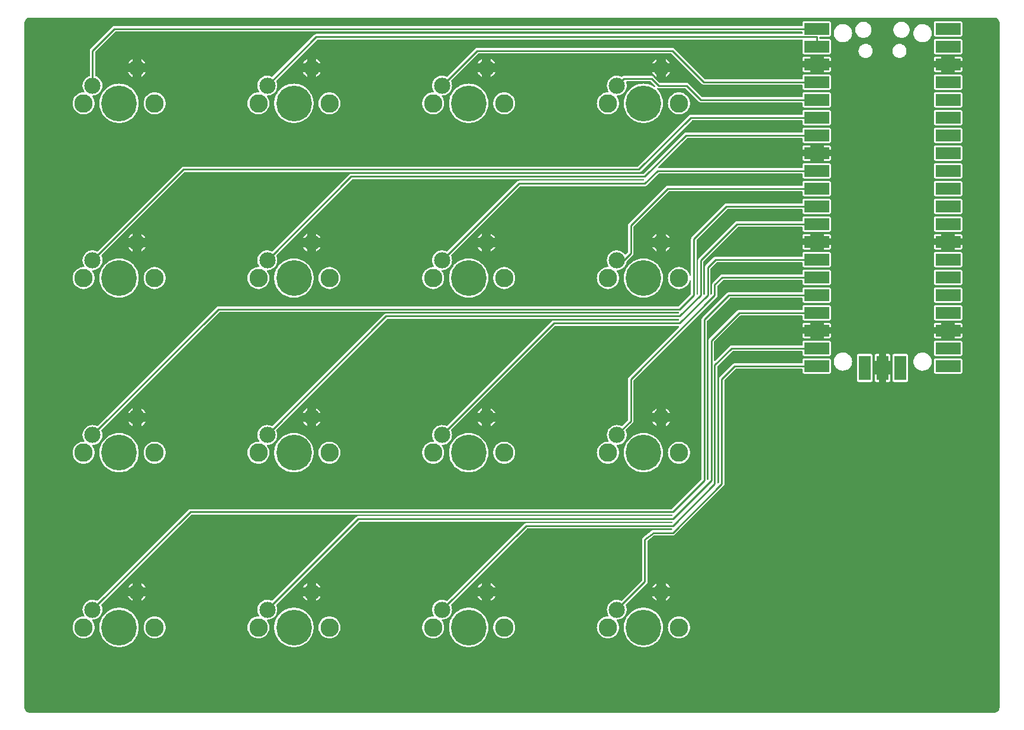
<source format=gtl>
G04 Layer: TopLayer*
G04 EasyEDA v6.5.1, 2022-06-14 18:14:27*
G04 a67cddfb3fce44daa9051d46cbbcc19f,10*
G04 Gerber Generator version 0.2*
G04 Scale: 100 percent, Rotated: No, Reflected: No *
G04 Dimensions in millimeters *
G04 leading zeros omitted , absolute positions ,4 integer and 5 decimal *
%FSLAX45Y45*%
%MOMM*%

%ADD10C,0.2540*%
%ADD11C,0.6096*%
%ADD13R,1.7000X3.4999*%
%ADD14C,1.7000*%
%ADD16C,2.3241*%
%ADD17C,5.1054*%
%ADD18C,2.6289*%

%LPD*%
G36*
X101244Y25908D02*
G01*
X88747Y26873D01*
X78486Y29209D01*
X68630Y33020D01*
X59385Y38150D01*
X51003Y44551D01*
X43637Y52120D01*
X37388Y60604D01*
X32410Y69951D01*
X28803Y79857D01*
X26670Y90170D01*
X25908Y101244D01*
X25908Y9898735D01*
X26873Y9911232D01*
X29209Y9921544D01*
X33020Y9931400D01*
X38150Y9940594D01*
X44551Y9948976D01*
X52120Y9956393D01*
X60604Y9962642D01*
X69951Y9967569D01*
X79857Y9971176D01*
X90170Y9973310D01*
X101244Y9974072D01*
X13898778Y9974072D01*
X13911224Y9973106D01*
X13921536Y9970770D01*
X13931392Y9967010D01*
X13940586Y9961829D01*
X13948968Y9955428D01*
X13956385Y9947910D01*
X13962634Y9939375D01*
X13967612Y9930079D01*
X13971168Y9920122D01*
X13973352Y9909810D01*
X13974114Y9898735D01*
X13974114Y101244D01*
X13973098Y88747D01*
X13970762Y78486D01*
X13967002Y68630D01*
X13961821Y59385D01*
X13955420Y51003D01*
X13947901Y43637D01*
X13939367Y37388D01*
X13930071Y32410D01*
X13920165Y28803D01*
X13909801Y26670D01*
X13898778Y25908D01*
G37*

%LPC*%
G36*
X13065353Y9702088D02*
G01*
X13414248Y9702088D01*
X13420547Y9702800D01*
X13425982Y9704730D01*
X13430910Y9707778D01*
X13434974Y9711893D01*
X13438073Y9716770D01*
X13440003Y9722256D01*
X13440714Y9728555D01*
X13440714Y9897414D01*
X13440003Y9903764D01*
X13438073Y9909200D01*
X13434974Y9914128D01*
X13430910Y9918192D01*
X13425982Y9921290D01*
X13420547Y9923221D01*
X13414248Y9923932D01*
X13065353Y9923932D01*
X13059054Y9923221D01*
X13053618Y9921290D01*
X13048691Y9918192D01*
X13044627Y9914128D01*
X13041528Y9909200D01*
X13039598Y9903764D01*
X13038886Y9897414D01*
X13038886Y9728555D01*
X13039598Y9722256D01*
X13041528Y9716770D01*
X13044627Y9711893D01*
X13048691Y9707778D01*
X13053618Y9704730D01*
X13059054Y9702800D01*
G37*
G36*
X6380988Y964844D02*
G01*
X6404203Y965809D01*
X6427266Y968654D01*
X6450025Y973429D01*
X6472275Y980084D01*
X6493967Y988517D01*
X6514846Y998728D01*
X6534810Y1010615D01*
X6553708Y1024128D01*
X6571437Y1039114D01*
X6587845Y1055573D01*
X6602882Y1073302D01*
X6616395Y1092200D01*
X6628282Y1112164D01*
X6638493Y1133043D01*
X6646925Y1154684D01*
X6653580Y1176985D01*
X6658356Y1199743D01*
X6661200Y1222756D01*
X6662166Y1246022D01*
X6661200Y1269238D01*
X6658356Y1292301D01*
X6653580Y1315008D01*
X6646925Y1337310D01*
X6638493Y1358950D01*
X6628282Y1379829D01*
X6616395Y1399794D01*
X6602882Y1418691D01*
X6587845Y1436420D01*
X6571437Y1452880D01*
X6553708Y1467866D01*
X6534810Y1481378D01*
X6514846Y1493266D01*
X6493967Y1503476D01*
X6472275Y1511909D01*
X6450025Y1518564D01*
X6427266Y1523339D01*
X6404203Y1526184D01*
X6380988Y1527149D01*
X6357772Y1526184D01*
X6334709Y1523339D01*
X6312001Y1518564D01*
X6289700Y1511909D01*
X6268059Y1503476D01*
X6247180Y1493266D01*
X6227216Y1481378D01*
X6208318Y1467866D01*
X6190589Y1452880D01*
X6174130Y1436420D01*
X6159093Y1418691D01*
X6145631Y1399794D01*
X6133744Y1379829D01*
X6123533Y1358950D01*
X6115050Y1337310D01*
X6108446Y1315008D01*
X6103670Y1292301D01*
X6100775Y1269238D01*
X6099810Y1246022D01*
X6100775Y1222756D01*
X6103670Y1199743D01*
X6108446Y1176985D01*
X6115050Y1154684D01*
X6123533Y1133043D01*
X6133744Y1112164D01*
X6145631Y1092200D01*
X6159093Y1073302D01*
X6174130Y1055573D01*
X6190589Y1039114D01*
X6208318Y1024128D01*
X6227216Y1010615D01*
X6247180Y998728D01*
X6268059Y988517D01*
X6289700Y980084D01*
X6312001Y973429D01*
X6334709Y968654D01*
X6357772Y965809D01*
G37*
G36*
X3881018Y964844D02*
G01*
X3904234Y965809D01*
X3927297Y968654D01*
X3950004Y973429D01*
X3972306Y980084D01*
X3993946Y988517D01*
X4014825Y998728D01*
X4034790Y1010615D01*
X4053687Y1024128D01*
X4071416Y1039114D01*
X4087876Y1055573D01*
X4102862Y1073302D01*
X4116374Y1092200D01*
X4128262Y1112164D01*
X4138472Y1133043D01*
X4146956Y1154684D01*
X4153560Y1176985D01*
X4158335Y1199743D01*
X4161231Y1222756D01*
X4162145Y1246022D01*
X4161231Y1269238D01*
X4158335Y1292301D01*
X4153560Y1315008D01*
X4146956Y1337310D01*
X4138472Y1358950D01*
X4128262Y1379829D01*
X4116374Y1399794D01*
X4102862Y1418691D01*
X4087876Y1436420D01*
X4071416Y1452880D01*
X4053687Y1467866D01*
X4034790Y1481378D01*
X4014825Y1493266D01*
X3993946Y1503476D01*
X3972306Y1511909D01*
X3950004Y1518564D01*
X3927297Y1523339D01*
X3904234Y1526184D01*
X3881018Y1527149D01*
X3857802Y1526184D01*
X3834739Y1523339D01*
X3811981Y1518564D01*
X3789679Y1511909D01*
X3768039Y1503476D01*
X3747160Y1493266D01*
X3727196Y1481378D01*
X3708298Y1467866D01*
X3690569Y1452880D01*
X3674160Y1436420D01*
X3659124Y1418691D01*
X3645611Y1399794D01*
X3633724Y1379829D01*
X3623513Y1358950D01*
X3615080Y1337310D01*
X3608425Y1315008D01*
X3603650Y1292301D01*
X3600805Y1269238D01*
X3599840Y1246022D01*
X3600805Y1222756D01*
X3603650Y1199743D01*
X3608425Y1176985D01*
X3615080Y1154684D01*
X3623513Y1133043D01*
X3633724Y1112164D01*
X3645611Y1092200D01*
X3659124Y1073302D01*
X3674160Y1055573D01*
X3690569Y1039114D01*
X3708298Y1024128D01*
X3727196Y1010615D01*
X3747160Y998728D01*
X3768039Y988517D01*
X3789679Y980084D01*
X3811981Y973429D01*
X3834739Y968654D01*
X3857802Y965809D01*
G37*
G36*
X8881008Y964844D02*
G01*
X8904224Y965809D01*
X8927287Y968654D01*
X8950045Y973429D01*
X8972296Y980084D01*
X8993936Y988517D01*
X9014815Y998728D01*
X9034780Y1010615D01*
X9053677Y1024128D01*
X9071406Y1039114D01*
X9087866Y1055573D01*
X9102902Y1073302D01*
X9116364Y1092200D01*
X9128302Y1112164D01*
X9138513Y1133043D01*
X9146946Y1154684D01*
X9153550Y1176985D01*
X9158325Y1199743D01*
X9161221Y1222756D01*
X9162186Y1246022D01*
X9161221Y1269238D01*
X9158325Y1292301D01*
X9153550Y1315008D01*
X9146946Y1337310D01*
X9138513Y1358950D01*
X9128302Y1379829D01*
X9116364Y1399794D01*
X9102902Y1418691D01*
X9087866Y1436420D01*
X9071406Y1452880D01*
X9053677Y1467866D01*
X9034780Y1481378D01*
X9014815Y1493266D01*
X8993936Y1503476D01*
X8972296Y1511909D01*
X8950045Y1518564D01*
X8927287Y1523339D01*
X8904224Y1526184D01*
X8881008Y1527149D01*
X8857792Y1526184D01*
X8834729Y1523339D01*
X8811971Y1518564D01*
X8789720Y1511909D01*
X8768080Y1503476D01*
X8747201Y1493266D01*
X8727236Y1481378D01*
X8708288Y1467866D01*
X8690559Y1452880D01*
X8674150Y1436420D01*
X8659114Y1418691D01*
X8645601Y1399794D01*
X8633714Y1379829D01*
X8623503Y1358950D01*
X8615070Y1337310D01*
X8608415Y1315008D01*
X8603691Y1292301D01*
X8600795Y1269238D01*
X8599830Y1246022D01*
X8600795Y1222756D01*
X8603691Y1199743D01*
X8608415Y1176985D01*
X8615070Y1154684D01*
X8623503Y1133043D01*
X8633714Y1112164D01*
X8645601Y1092200D01*
X8659114Y1073302D01*
X8674150Y1055573D01*
X8690559Y1039114D01*
X8708288Y1024128D01*
X8727236Y1010615D01*
X8747201Y998728D01*
X8768080Y988517D01*
X8789720Y980084D01*
X8811971Y973429D01*
X8834729Y968654D01*
X8857792Y965809D01*
G37*
G36*
X1880463Y1088898D02*
G01*
X1897532Y1088898D01*
X1914448Y1090726D01*
X1931111Y1094384D01*
X1947214Y1099820D01*
X1962708Y1106982D01*
X1977288Y1115771D01*
X1990852Y1126083D01*
X2003247Y1137818D01*
X2014270Y1150772D01*
X2023821Y1164894D01*
X2031796Y1179931D01*
X2038096Y1195781D01*
X2042668Y1212189D01*
X2045411Y1229004D01*
X2046325Y1246022D01*
X2045411Y1262989D01*
X2042668Y1279804D01*
X2038096Y1296212D01*
X2031796Y1312062D01*
X2023821Y1327099D01*
X2014270Y1341221D01*
X2003247Y1354175D01*
X1990852Y1365910D01*
X1977288Y1376222D01*
X1962708Y1385011D01*
X1947214Y1392174D01*
X1931111Y1397609D01*
X1914448Y1401267D01*
X1897532Y1403096D01*
X1880463Y1403096D01*
X1863547Y1401267D01*
X1846884Y1397609D01*
X1830781Y1392174D01*
X1815287Y1385011D01*
X1800707Y1376222D01*
X1787143Y1365910D01*
X1774748Y1354175D01*
X1763725Y1341221D01*
X1754174Y1327099D01*
X1746199Y1312062D01*
X1739900Y1296212D01*
X1735328Y1279804D01*
X1732584Y1262989D01*
X1731670Y1246022D01*
X1732584Y1229004D01*
X1735328Y1212189D01*
X1739900Y1195781D01*
X1746199Y1179931D01*
X1754174Y1164894D01*
X1763725Y1150772D01*
X1774748Y1137818D01*
X1787143Y1126083D01*
X1800707Y1115771D01*
X1815287Y1106982D01*
X1830781Y1099820D01*
X1846884Y1094384D01*
X1863547Y1090726D01*
G37*
G36*
X6880504Y1088898D02*
G01*
X6897522Y1088898D01*
X6914438Y1090726D01*
X6931101Y1094384D01*
X6947255Y1099820D01*
X6962698Y1106982D01*
X6977278Y1115771D01*
X6990842Y1126083D01*
X7003237Y1137818D01*
X7014260Y1150772D01*
X7023811Y1164894D01*
X7031786Y1179931D01*
X7038086Y1195781D01*
X7042658Y1212189D01*
X7045401Y1229004D01*
X7046315Y1246022D01*
X7045401Y1262989D01*
X7042658Y1279804D01*
X7038086Y1296212D01*
X7031786Y1312062D01*
X7023811Y1327099D01*
X7014260Y1341221D01*
X7003237Y1354175D01*
X6990842Y1365910D01*
X6977278Y1376222D01*
X6962698Y1385011D01*
X6947255Y1392174D01*
X6931101Y1397609D01*
X6914438Y1401267D01*
X6897522Y1403096D01*
X6880504Y1403096D01*
X6863537Y1401267D01*
X6846925Y1397609D01*
X6830771Y1392174D01*
X6815277Y1385011D01*
X6800697Y1376222D01*
X6787134Y1365910D01*
X6774789Y1354175D01*
X6763766Y1341221D01*
X6754164Y1327099D01*
X6746189Y1312062D01*
X6739890Y1296212D01*
X6735318Y1279804D01*
X6732574Y1262989D01*
X6731660Y1246022D01*
X6732574Y1229004D01*
X6735318Y1212189D01*
X6739890Y1195781D01*
X6746189Y1179931D01*
X6754164Y1164894D01*
X6763766Y1150772D01*
X6774789Y1137818D01*
X6787134Y1126083D01*
X6800697Y1115771D01*
X6815277Y1106982D01*
X6830771Y1099820D01*
X6846925Y1094384D01*
X6863537Y1090726D01*
G37*
G36*
X4380484Y1088898D02*
G01*
X4397502Y1088898D01*
X4414469Y1090726D01*
X4431080Y1094384D01*
X4447235Y1099820D01*
X4462678Y1106982D01*
X4477308Y1115771D01*
X4490872Y1126083D01*
X4503216Y1137818D01*
X4514240Y1150772D01*
X4523841Y1164894D01*
X4531817Y1179931D01*
X4538116Y1195781D01*
X4542637Y1212189D01*
X4545431Y1229004D01*
X4546346Y1246022D01*
X4545431Y1262989D01*
X4542637Y1279804D01*
X4538116Y1296212D01*
X4531817Y1312062D01*
X4523841Y1327099D01*
X4514240Y1341221D01*
X4503216Y1354175D01*
X4490872Y1365910D01*
X4477308Y1376222D01*
X4462678Y1385011D01*
X4447235Y1392174D01*
X4431080Y1397609D01*
X4414469Y1401267D01*
X4397502Y1403096D01*
X4380484Y1403096D01*
X4363567Y1401267D01*
X4346905Y1397609D01*
X4330750Y1392174D01*
X4315307Y1385011D01*
X4300728Y1376222D01*
X4287164Y1365910D01*
X4274769Y1354175D01*
X4263745Y1341221D01*
X4254195Y1327099D01*
X4246219Y1312062D01*
X4239920Y1296212D01*
X4235348Y1279804D01*
X4232605Y1262989D01*
X4231640Y1246022D01*
X4232605Y1229004D01*
X4235348Y1212189D01*
X4239920Y1195781D01*
X4246219Y1179931D01*
X4254195Y1164894D01*
X4263745Y1150772D01*
X4274769Y1137818D01*
X4287164Y1126083D01*
X4300728Y1115771D01*
X4315307Y1106982D01*
X4330750Y1099820D01*
X4346905Y1094384D01*
X4363567Y1090726D01*
G37*
G36*
X9380474Y1088898D02*
G01*
X9397542Y1088898D01*
X9414459Y1090726D01*
X9431070Y1094384D01*
X9447225Y1099820D01*
X9462719Y1106982D01*
X9477298Y1115771D01*
X9490862Y1126083D01*
X9503206Y1137818D01*
X9514281Y1150772D01*
X9523831Y1164894D01*
X9531807Y1179931D01*
X9538106Y1195781D01*
X9542678Y1212189D01*
X9545421Y1229004D01*
X9546336Y1246022D01*
X9545421Y1262989D01*
X9542678Y1279804D01*
X9538106Y1296212D01*
X9531807Y1312062D01*
X9523831Y1327099D01*
X9514281Y1341221D01*
X9503206Y1354175D01*
X9490862Y1365910D01*
X9477298Y1376222D01*
X9462719Y1385011D01*
X9447225Y1392174D01*
X9431070Y1397609D01*
X9414459Y1401267D01*
X9397542Y1403096D01*
X9380474Y1403096D01*
X9363557Y1401267D01*
X9346895Y1397609D01*
X9330740Y1392174D01*
X9315297Y1385011D01*
X9300718Y1376222D01*
X9287154Y1365910D01*
X9274759Y1354175D01*
X9263735Y1341221D01*
X9254185Y1327099D01*
X9246209Y1312062D01*
X9239910Y1296212D01*
X9235338Y1279804D01*
X9232595Y1262989D01*
X9231680Y1246022D01*
X9232595Y1229004D01*
X9235338Y1212189D01*
X9239910Y1195781D01*
X9246209Y1179931D01*
X9254185Y1164894D01*
X9263735Y1150772D01*
X9274759Y1137818D01*
X9287154Y1126083D01*
X9300718Y1115771D01*
X9315297Y1106982D01*
X9330740Y1099820D01*
X9346895Y1094384D01*
X9363557Y1090726D01*
G37*
G36*
X864463Y1088898D02*
G01*
X881532Y1088898D01*
X898448Y1090726D01*
X915111Y1094384D01*
X931214Y1099820D01*
X946708Y1106982D01*
X961288Y1115771D01*
X974852Y1126083D01*
X987247Y1137818D01*
X998270Y1150772D01*
X1007821Y1164894D01*
X1015796Y1179931D01*
X1022096Y1195781D01*
X1026668Y1212189D01*
X1029411Y1229004D01*
X1030325Y1246022D01*
X1029411Y1262989D01*
X1026668Y1279804D01*
X1022096Y1296212D01*
X1015796Y1312062D01*
X1007821Y1327099D01*
X998016Y1341475D01*
X996137Y1344777D01*
X995629Y1348536D01*
X996492Y1352194D01*
X998626Y1355344D01*
X1001776Y1357426D01*
X1005484Y1358239D01*
X1012139Y1358442D01*
X1028242Y1360728D01*
X1043889Y1364843D01*
X1059027Y1370736D01*
X1073404Y1378305D01*
X1086764Y1387449D01*
X1099058Y1398117D01*
X1109980Y1410055D01*
X1119530Y1423162D01*
X1127506Y1437284D01*
X1133856Y1452270D01*
X1138428Y1467815D01*
X1141171Y1483817D01*
X1142085Y1500022D01*
X1141171Y1516176D01*
X1138428Y1532178D01*
X1133856Y1547723D01*
X1127099Y1563573D01*
X1126286Y1567484D01*
X1127048Y1571447D01*
X1129233Y1574749D01*
X2413050Y2858312D01*
X2416352Y2860548D01*
X2420264Y2861310D01*
X9282074Y2861310D01*
X9285935Y2860548D01*
X9289237Y2858312D01*
X9291421Y2855061D01*
X9292234Y2851150D01*
X9291421Y2847238D01*
X9289237Y2843987D01*
X9286951Y2841701D01*
X9283649Y2839466D01*
X9279737Y2838704D01*
X4800600Y2838704D01*
X4792573Y2837891D01*
X4785360Y2835706D01*
X4778654Y2832150D01*
X4772456Y2827020D01*
X3574542Y1629156D01*
X3570986Y1626819D01*
X3566718Y1626209D01*
X3562604Y1627378D01*
X3559048Y1629257D01*
X3543909Y1635150D01*
X3528212Y1639265D01*
X3512159Y1641551D01*
X3495954Y1642059D01*
X3479800Y1640636D01*
X3463899Y1637436D01*
X3448456Y1632407D01*
X3433673Y1625650D01*
X3419805Y1617319D01*
X3406952Y1607413D01*
X3395319Y1596085D01*
X3385058Y1583537D01*
X3376269Y1569872D01*
X3369106Y1555292D01*
X3363671Y1540052D01*
X3359962Y1524254D01*
X3358134Y1508099D01*
X3358134Y1491894D01*
X3359962Y1475790D01*
X3363671Y1459941D01*
X3369106Y1444701D01*
X3376269Y1430121D01*
X3383584Y1418742D01*
X3385108Y1414729D01*
X3384753Y1410411D01*
X3382721Y1406601D01*
X3379266Y1404010D01*
X3375050Y1403096D01*
X3364484Y1403096D01*
X3347567Y1401267D01*
X3330905Y1397609D01*
X3314750Y1392174D01*
X3299307Y1385011D01*
X3284728Y1376222D01*
X3271164Y1365910D01*
X3258769Y1354175D01*
X3247745Y1341221D01*
X3238195Y1327099D01*
X3230219Y1312062D01*
X3223920Y1296212D01*
X3219348Y1279804D01*
X3216605Y1262989D01*
X3215640Y1246022D01*
X3216605Y1229004D01*
X3219348Y1212189D01*
X3223920Y1195781D01*
X3230219Y1179931D01*
X3238195Y1164894D01*
X3247745Y1150772D01*
X3258769Y1137818D01*
X3271164Y1126083D01*
X3284728Y1115771D01*
X3299307Y1106982D01*
X3314750Y1099820D01*
X3330905Y1094384D01*
X3347567Y1090726D01*
X3364484Y1088898D01*
X3381501Y1088898D01*
X3398469Y1090726D01*
X3415080Y1094384D01*
X3431235Y1099820D01*
X3446678Y1106982D01*
X3461308Y1115771D01*
X3474872Y1126083D01*
X3487216Y1137818D01*
X3498240Y1150772D01*
X3507841Y1164894D01*
X3515817Y1179931D01*
X3522116Y1195781D01*
X3526637Y1212189D01*
X3529431Y1229004D01*
X3530346Y1246022D01*
X3529431Y1262989D01*
X3526637Y1279804D01*
X3522116Y1296212D01*
X3515817Y1312062D01*
X3507841Y1327099D01*
X3498037Y1341475D01*
X3496157Y1344777D01*
X3495598Y1348536D01*
X3496462Y1352194D01*
X3498646Y1355344D01*
X3501796Y1357426D01*
X3505454Y1358239D01*
X3512159Y1358442D01*
X3528212Y1360728D01*
X3543909Y1364843D01*
X3559048Y1370736D01*
X3573373Y1378305D01*
X3586784Y1387449D01*
X3599027Y1398117D01*
X3610000Y1410055D01*
X3619550Y1423162D01*
X3627526Y1437284D01*
X3633825Y1452270D01*
X3638397Y1467815D01*
X3641191Y1483817D01*
X3642106Y1500022D01*
X3641191Y1516176D01*
X3638397Y1532178D01*
X3633825Y1547723D01*
X3627120Y1563522D01*
X3626307Y1567434D01*
X3627069Y1571345D01*
X3629304Y1574698D01*
X4813096Y2758490D01*
X4816398Y2760726D01*
X4820310Y2761488D01*
X9282277Y2761488D01*
X9286189Y2760726D01*
X9289491Y2758490D01*
X9291675Y2755239D01*
X9292437Y2751328D01*
X9291675Y2747416D01*
X9289491Y2744165D01*
X9286951Y2741625D01*
X9283649Y2739390D01*
X9279737Y2738628D01*
X7200392Y2738628D01*
X7192365Y2737815D01*
X7185152Y2735630D01*
X7178446Y2732074D01*
X7172248Y2726944D01*
X6074460Y1629206D01*
X6070854Y1626870D01*
X6066637Y1626260D01*
X6062522Y1627378D01*
X6059017Y1629257D01*
X6043930Y1635150D01*
X6028232Y1639265D01*
X6012180Y1641551D01*
X5995924Y1642059D01*
X5979769Y1640636D01*
X5963869Y1637436D01*
X5948426Y1632407D01*
X5933694Y1625650D01*
X5919774Y1617319D01*
X5906922Y1607413D01*
X5895289Y1596085D01*
X5885027Y1583537D01*
X5876290Y1569872D01*
X5869127Y1555292D01*
X5863640Y1540052D01*
X5859983Y1524254D01*
X5858154Y1508099D01*
X5858154Y1491894D01*
X5859983Y1475790D01*
X5863640Y1459941D01*
X5869127Y1444701D01*
X5876290Y1430121D01*
X5883554Y1418742D01*
X5885078Y1414729D01*
X5884773Y1410411D01*
X5882690Y1406601D01*
X5879236Y1404010D01*
X5875020Y1403096D01*
X5864504Y1403096D01*
X5847537Y1401267D01*
X5830925Y1397609D01*
X5814771Y1392174D01*
X5799277Y1385011D01*
X5784697Y1376222D01*
X5771134Y1365910D01*
X5758789Y1354175D01*
X5747766Y1341221D01*
X5738164Y1327099D01*
X5730189Y1312062D01*
X5723890Y1296212D01*
X5719318Y1279804D01*
X5716574Y1262989D01*
X5715660Y1246022D01*
X5716574Y1229004D01*
X5719318Y1212189D01*
X5723890Y1195781D01*
X5730189Y1179931D01*
X5738164Y1164894D01*
X5747766Y1150772D01*
X5758789Y1137818D01*
X5771134Y1126083D01*
X5784697Y1115771D01*
X5799277Y1106982D01*
X5814771Y1099820D01*
X5830925Y1094384D01*
X5847537Y1090726D01*
X5864504Y1088898D01*
X5881522Y1088898D01*
X5898438Y1090726D01*
X5915101Y1094384D01*
X5931255Y1099820D01*
X5946698Y1106982D01*
X5961278Y1115771D01*
X5974842Y1126083D01*
X5987237Y1137818D01*
X5998260Y1150772D01*
X6007811Y1164894D01*
X6015786Y1179931D01*
X6022086Y1195781D01*
X6026658Y1212189D01*
X6029401Y1229004D01*
X6030315Y1246022D01*
X6029401Y1262989D01*
X6026658Y1279804D01*
X6022086Y1296212D01*
X6015786Y1312062D01*
X6007811Y1327099D01*
X5998006Y1341475D01*
X5996127Y1344777D01*
X5995619Y1348536D01*
X5996482Y1352194D01*
X5998616Y1355344D01*
X6001766Y1357426D01*
X6005474Y1358239D01*
X6012180Y1358442D01*
X6028232Y1360728D01*
X6043930Y1364843D01*
X6059017Y1370736D01*
X6073394Y1378305D01*
X6086754Y1387449D01*
X6099048Y1398117D01*
X6110020Y1410055D01*
X6119520Y1423162D01*
X6127496Y1437284D01*
X6133846Y1452270D01*
X6138418Y1467815D01*
X6141161Y1483817D01*
X6142075Y1500022D01*
X6141161Y1516176D01*
X6138418Y1532178D01*
X6133846Y1547723D01*
X6127089Y1563624D01*
X6126276Y1567535D01*
X6127038Y1571447D01*
X6129223Y1574749D01*
X7212888Y2658414D01*
X7216190Y2660650D01*
X7220102Y2661412D01*
X9282277Y2661412D01*
X9286189Y2660650D01*
X9289491Y2658414D01*
X9291675Y2655163D01*
X9292437Y2651252D01*
X9291675Y2647340D01*
X9289491Y2644089D01*
X9286951Y2641549D01*
X9283649Y2639314D01*
X9279737Y2638552D01*
X9023858Y2638552D01*
X9020200Y2638399D01*
X9016034Y2637790D01*
X9012732Y2636977D01*
X9008770Y2635605D01*
X9005722Y2634132D01*
X9002115Y2631998D01*
X8999169Y2629865D01*
X8875877Y2530348D01*
X8872575Y2527401D01*
X8870289Y2524861D01*
X8867800Y2521508D01*
X8866022Y2518613D01*
X8864244Y2514854D01*
X8863076Y2511653D01*
X8862060Y2507589D01*
X8861552Y2504287D01*
X8861298Y2499868D01*
X8861298Y1920138D01*
X8860536Y1916226D01*
X8858300Y1912924D01*
X8574532Y1629156D01*
X8570976Y1626819D01*
X8566759Y1626209D01*
X8562644Y1627378D01*
X8559038Y1629257D01*
X8543899Y1635150D01*
X8528202Y1639265D01*
X8512149Y1641551D01*
X8495944Y1642059D01*
X8479790Y1640636D01*
X8463889Y1637436D01*
X8448446Y1632407D01*
X8433714Y1625650D01*
X8419795Y1617319D01*
X8406942Y1607413D01*
X8395309Y1596085D01*
X8385048Y1583537D01*
X8376259Y1569872D01*
X8369096Y1555292D01*
X8363661Y1540052D01*
X8360003Y1524254D01*
X8358124Y1508099D01*
X8358124Y1491894D01*
X8360003Y1475790D01*
X8363661Y1459941D01*
X8369096Y1444701D01*
X8376259Y1430121D01*
X8383574Y1418742D01*
X8385098Y1414729D01*
X8384794Y1410411D01*
X8382711Y1406601D01*
X8379256Y1404010D01*
X8375040Y1403096D01*
X8364474Y1403096D01*
X8347557Y1401267D01*
X8330895Y1397609D01*
X8314740Y1392174D01*
X8299297Y1385011D01*
X8284718Y1376222D01*
X8271154Y1365910D01*
X8258759Y1354175D01*
X8247735Y1341221D01*
X8238185Y1327099D01*
X8230209Y1312062D01*
X8223910Y1296212D01*
X8219338Y1279804D01*
X8216595Y1262989D01*
X8215680Y1246022D01*
X8216595Y1229004D01*
X8219338Y1212189D01*
X8223910Y1195781D01*
X8230209Y1179931D01*
X8238185Y1164894D01*
X8247735Y1150772D01*
X8258759Y1137818D01*
X8271154Y1126083D01*
X8284718Y1115771D01*
X8299297Y1106982D01*
X8314740Y1099820D01*
X8330895Y1094384D01*
X8347557Y1090726D01*
X8364474Y1088898D01*
X8381542Y1088898D01*
X8398459Y1090726D01*
X8415070Y1094384D01*
X8431225Y1099820D01*
X8446719Y1106982D01*
X8461298Y1115771D01*
X8474862Y1126083D01*
X8487206Y1137818D01*
X8498281Y1150772D01*
X8507831Y1164894D01*
X8515807Y1179931D01*
X8522106Y1195781D01*
X8526678Y1212189D01*
X8529421Y1229004D01*
X8530336Y1246022D01*
X8529421Y1262989D01*
X8526678Y1279804D01*
X8522106Y1296212D01*
X8515807Y1312062D01*
X8507831Y1327099D01*
X8498027Y1341475D01*
X8496147Y1344777D01*
X8495588Y1348536D01*
X8496503Y1352194D01*
X8498636Y1355344D01*
X8501786Y1357426D01*
X8505444Y1358239D01*
X8512149Y1358442D01*
X8528202Y1360728D01*
X8543899Y1364843D01*
X8559038Y1370736D01*
X8573363Y1378305D01*
X8586774Y1387449D01*
X8599017Y1398117D01*
X8609990Y1410055D01*
X8619540Y1423162D01*
X8627516Y1437284D01*
X8633815Y1452270D01*
X8638387Y1467815D01*
X8641181Y1483817D01*
X8642096Y1500022D01*
X8641181Y1516176D01*
X8638387Y1532178D01*
X8633815Y1547723D01*
X8627110Y1563522D01*
X8626297Y1567434D01*
X8627059Y1571345D01*
X8629294Y1574698D01*
X8926830Y1872284D01*
X8931960Y1878482D01*
X8935516Y1885188D01*
X8937701Y1892401D01*
X8938514Y1900428D01*
X8938514Y2476804D01*
X8939530Y2481173D01*
X8942273Y2484729D01*
X9034424Y2559100D01*
X9037421Y2560777D01*
X9040825Y2561336D01*
X9299448Y2561336D01*
X9307474Y2562148D01*
X9314688Y2564333D01*
X9321393Y2567889D01*
X9327591Y2573020D01*
X10026904Y3272332D01*
X10032034Y3278530D01*
X10035590Y3285236D01*
X10037775Y3292449D01*
X10038588Y3300476D01*
X10038588Y4779873D01*
X10039350Y4783785D01*
X10041585Y4787087D01*
X10199928Y4945430D01*
X10203230Y4947666D01*
X10207142Y4948428D01*
X11149126Y4948377D01*
X11153038Y4947615D01*
X11156340Y4945430D01*
X11158524Y4942128D01*
X11159286Y4938217D01*
X11159286Y4902555D01*
X11159998Y4896256D01*
X11161928Y4890770D01*
X11165027Y4885893D01*
X11169091Y4881778D01*
X11174018Y4878730D01*
X11179454Y4876800D01*
X11185753Y4876088D01*
X11534648Y4876088D01*
X11540947Y4876800D01*
X11546382Y4878730D01*
X11551310Y4881778D01*
X11555374Y4885893D01*
X11558473Y4890770D01*
X11560403Y4896256D01*
X11561114Y4902555D01*
X11561114Y5071414D01*
X11560403Y5077764D01*
X11558473Y5083200D01*
X11555374Y5088128D01*
X11551310Y5092192D01*
X11546382Y5095290D01*
X11540947Y5097221D01*
X11534648Y5097932D01*
X11185753Y5097932D01*
X11179454Y5097221D01*
X11174018Y5095290D01*
X11169091Y5092192D01*
X11165027Y5088128D01*
X11161928Y5083200D01*
X11159998Y5077764D01*
X11159286Y5071414D01*
X11159286Y5035753D01*
X11158524Y5031892D01*
X11156340Y5028590D01*
X11153038Y5026406D01*
X11149126Y5025593D01*
X10187432Y5025644D01*
X10179405Y5024831D01*
X10172192Y5022646D01*
X10165486Y5019090D01*
X10159288Y5013960D01*
X9973056Y4827727D01*
X9967925Y4821529D01*
X9964369Y4814824D01*
X9962184Y4807610D01*
X9961372Y4799584D01*
X9961372Y3320186D01*
X9960610Y3316274D01*
X9958374Y3312972D01*
X9955834Y3310432D01*
X9952583Y3308248D01*
X9948672Y3307486D01*
X9944760Y3308248D01*
X9941509Y3310432D01*
X9939274Y3313734D01*
X9938512Y3317646D01*
X9938512Y4979771D01*
X9939274Y4983683D01*
X9941509Y4986985D01*
X10153954Y5199430D01*
X10157256Y5201666D01*
X10161168Y5202428D01*
X11149126Y5202377D01*
X11153038Y5201615D01*
X11156340Y5199430D01*
X11158524Y5196128D01*
X11159286Y5192217D01*
X11159286Y5156555D01*
X11159998Y5150256D01*
X11161928Y5144770D01*
X11165027Y5139893D01*
X11169091Y5135778D01*
X11174018Y5132730D01*
X11179454Y5130800D01*
X11185753Y5130088D01*
X11534648Y5130088D01*
X11540947Y5130800D01*
X11546382Y5132730D01*
X11551310Y5135778D01*
X11555374Y5139893D01*
X11558473Y5144770D01*
X11560403Y5150256D01*
X11561114Y5156555D01*
X11561114Y5325414D01*
X11560403Y5331764D01*
X11558473Y5337200D01*
X11555374Y5342128D01*
X11551310Y5346192D01*
X11546382Y5349290D01*
X11540947Y5351221D01*
X11534648Y5351932D01*
X11185753Y5351932D01*
X11179454Y5351221D01*
X11174018Y5349290D01*
X11169091Y5346192D01*
X11165027Y5342128D01*
X11161928Y5337200D01*
X11159998Y5331764D01*
X11159286Y5325414D01*
X11159286Y5289753D01*
X11158524Y5285892D01*
X11156340Y5282590D01*
X11153038Y5280406D01*
X11149126Y5279593D01*
X10141458Y5279644D01*
X10133431Y5278831D01*
X10126218Y5276646D01*
X10119512Y5273090D01*
X10113314Y5267960D01*
X9906050Y5060746D01*
X9902799Y5058562D01*
X9898888Y5057800D01*
X9894976Y5058562D01*
X9891725Y5060746D01*
X9889490Y5064048D01*
X9888728Y5067960D01*
X9888728Y5329834D01*
X9889490Y5333695D01*
X9891725Y5336997D01*
X10261904Y5707430D01*
X10265206Y5709666D01*
X10269118Y5710428D01*
X11149126Y5710377D01*
X11153038Y5709615D01*
X11156340Y5707430D01*
X11158524Y5704128D01*
X11159286Y5700217D01*
X11159286Y5664555D01*
X11159998Y5658256D01*
X11161928Y5652770D01*
X11165027Y5647893D01*
X11169091Y5643778D01*
X11174018Y5640730D01*
X11179454Y5638800D01*
X11185753Y5638088D01*
X11534648Y5638088D01*
X11540947Y5638800D01*
X11546382Y5640730D01*
X11551310Y5643778D01*
X11555374Y5647893D01*
X11558473Y5652770D01*
X11560403Y5658256D01*
X11561114Y5664555D01*
X11561114Y5833414D01*
X11560403Y5839764D01*
X11558473Y5845200D01*
X11555374Y5850128D01*
X11551310Y5854192D01*
X11546382Y5857290D01*
X11540947Y5859221D01*
X11534648Y5859932D01*
X11185753Y5859932D01*
X11179454Y5859221D01*
X11174018Y5857290D01*
X11169091Y5854192D01*
X11165027Y5850128D01*
X11161928Y5845200D01*
X11159998Y5839764D01*
X11159286Y5833414D01*
X11159286Y5797753D01*
X11158524Y5793892D01*
X11156340Y5790590D01*
X11153038Y5788406D01*
X11149126Y5787593D01*
X10249408Y5787644D01*
X10241381Y5786831D01*
X10234168Y5784646D01*
X10227462Y5781090D01*
X10221264Y5775960D01*
X9823145Y5377637D01*
X9818065Y5371439D01*
X9814509Y5364734D01*
X9812324Y5357520D01*
X9811512Y5349494D01*
X9811512Y3370224D01*
X9810750Y3366312D01*
X9808514Y3363010D01*
X9805974Y3360470D01*
X9802723Y3358286D01*
X9798812Y3357524D01*
X9794900Y3358286D01*
X9791649Y3360470D01*
X9789414Y3363772D01*
X9788652Y3367684D01*
X9788652Y5629757D01*
X9789414Y5633669D01*
X9791649Y5636971D01*
X10116108Y5961430D01*
X10119410Y5963666D01*
X10123322Y5964428D01*
X11149126Y5964377D01*
X11153038Y5963615D01*
X11156340Y5961430D01*
X11158524Y5958128D01*
X11159286Y5954217D01*
X11159286Y5918555D01*
X11159998Y5912256D01*
X11161928Y5906770D01*
X11165027Y5901893D01*
X11169091Y5897778D01*
X11174018Y5894730D01*
X11179454Y5892800D01*
X11185753Y5892088D01*
X11534648Y5892088D01*
X11540947Y5892800D01*
X11546382Y5894730D01*
X11551310Y5897778D01*
X11555374Y5901893D01*
X11558473Y5906770D01*
X11560403Y5912256D01*
X11561114Y5918555D01*
X11561114Y6087414D01*
X11560403Y6093764D01*
X11558473Y6099200D01*
X11555374Y6104128D01*
X11551310Y6108192D01*
X11546382Y6111290D01*
X11540947Y6113221D01*
X11534648Y6113932D01*
X11185753Y6113932D01*
X11179454Y6113221D01*
X11174018Y6111290D01*
X11169091Y6108192D01*
X11165027Y6104128D01*
X11161928Y6099200D01*
X11159998Y6093764D01*
X11159286Y6087414D01*
X11159286Y6051753D01*
X11158524Y6047892D01*
X11156340Y6044590D01*
X11153038Y6042406D01*
X11149126Y6041593D01*
X10103612Y6041644D01*
X10095585Y6040831D01*
X10088372Y6038646D01*
X10081666Y6035090D01*
X10075468Y6029960D01*
X9723120Y5677611D01*
X9717989Y5671413D01*
X9714433Y5664708D01*
X9712248Y5657494D01*
X9711436Y5649468D01*
X9711436Y3370224D01*
X9710674Y3366312D01*
X9708438Y3363010D01*
X9286951Y2941523D01*
X9283649Y2939288D01*
X9279737Y2938526D01*
X2400554Y2938526D01*
X2392527Y2937713D01*
X2385314Y2935528D01*
X2378608Y2931972D01*
X2372410Y2926892D01*
X1074470Y1629206D01*
X1070914Y1626870D01*
X1066698Y1626260D01*
X1062583Y1627378D01*
X1059027Y1629257D01*
X1043889Y1635150D01*
X1028242Y1639265D01*
X1012139Y1641551D01*
X995934Y1642059D01*
X979779Y1640636D01*
X963879Y1637436D01*
X948436Y1632407D01*
X933703Y1625650D01*
X919784Y1617319D01*
X906932Y1607413D01*
X895299Y1596085D01*
X885037Y1583537D01*
X876249Y1569872D01*
X869137Y1555292D01*
X863650Y1540052D01*
X859993Y1524254D01*
X858113Y1508099D01*
X858113Y1491894D01*
X859993Y1475790D01*
X863650Y1459941D01*
X869137Y1444701D01*
X876249Y1430121D01*
X883564Y1418742D01*
X885088Y1414729D01*
X884783Y1410411D01*
X882700Y1406601D01*
X879246Y1404010D01*
X875030Y1403096D01*
X864463Y1403096D01*
X847547Y1401267D01*
X830884Y1397609D01*
X814781Y1392174D01*
X799287Y1385011D01*
X784707Y1376222D01*
X771144Y1365910D01*
X758748Y1354175D01*
X747725Y1341221D01*
X738174Y1327099D01*
X730199Y1312062D01*
X723900Y1296212D01*
X719328Y1279804D01*
X716584Y1262989D01*
X715670Y1246022D01*
X716584Y1229004D01*
X719328Y1212189D01*
X723900Y1195781D01*
X730199Y1179931D01*
X738174Y1164894D01*
X747725Y1150772D01*
X758748Y1137818D01*
X771144Y1126083D01*
X784707Y1115771D01*
X799287Y1106982D01*
X814781Y1099820D01*
X830884Y1094384D01*
X847547Y1090726D01*
G37*
G36*
X12565227Y9684359D02*
G01*
X12579756Y9684359D01*
X12594183Y9686188D01*
X12608306Y9689795D01*
X12621818Y9695129D01*
X12634569Y9702139D01*
X12646355Y9710724D01*
X12656972Y9720681D01*
X12666218Y9731857D01*
X12674041Y9744151D01*
X12680238Y9757359D01*
X12684709Y9771176D01*
X12687452Y9785451D01*
X12688366Y9799980D01*
X12687452Y9814509D01*
X12684709Y9828834D01*
X12680238Y9842652D01*
X12674041Y9855809D01*
X12666218Y9868103D01*
X12656972Y9879330D01*
X12646355Y9889286D01*
X12634569Y9897821D01*
X12621818Y9904831D01*
X12608306Y9910216D01*
X12594183Y9913823D01*
X12579756Y9915652D01*
X12565227Y9915652D01*
X12550800Y9913823D01*
X12536678Y9910216D01*
X12523165Y9904831D01*
X12510414Y9897821D01*
X12498628Y9889286D01*
X12488011Y9879330D01*
X12478766Y9868103D01*
X12470942Y9855809D01*
X12464745Y9842652D01*
X12460274Y9828834D01*
X12457531Y9814509D01*
X12456617Y9799980D01*
X12457531Y9785451D01*
X12460274Y9771176D01*
X12464745Y9757359D01*
X12470942Y9744151D01*
X12478766Y9731857D01*
X12488011Y9720681D01*
X12498628Y9710724D01*
X12510414Y9702139D01*
X12523165Y9695129D01*
X12536678Y9689795D01*
X12550800Y9686188D01*
G37*
G36*
X12020245Y9684359D02*
G01*
X12034774Y9684359D01*
X12049201Y9686188D01*
X12063323Y9689795D01*
X12076836Y9695129D01*
X12089587Y9702139D01*
X12101372Y9710724D01*
X12111990Y9720681D01*
X12121235Y9731857D01*
X12129058Y9744151D01*
X12135256Y9757359D01*
X12139726Y9771176D01*
X12142470Y9785451D01*
X12143384Y9799980D01*
X12142470Y9814509D01*
X12139726Y9828834D01*
X12135256Y9842652D01*
X12129058Y9855809D01*
X12121235Y9868103D01*
X12111990Y9879330D01*
X12101372Y9889286D01*
X12089587Y9897821D01*
X12076836Y9904831D01*
X12063323Y9910216D01*
X12049201Y9913823D01*
X12034774Y9915652D01*
X12020245Y9915652D01*
X12005818Y9913823D01*
X11991695Y9910216D01*
X11978182Y9904831D01*
X11965432Y9897821D01*
X11953646Y9889286D01*
X11943029Y9879330D01*
X11933783Y9868103D01*
X11925960Y9855809D01*
X11919762Y9842652D01*
X11915292Y9828834D01*
X11912549Y9814509D01*
X11911634Y9799980D01*
X11912549Y9785451D01*
X11915292Y9771176D01*
X11919762Y9757359D01*
X11925960Y9744151D01*
X11933783Y9731857D01*
X11943029Y9720681D01*
X11953646Y9710724D01*
X11965432Y9702139D01*
X11978182Y9695129D01*
X11991695Y9689795D01*
X12005818Y9686188D01*
G37*
G36*
X11737898Y9619691D02*
G01*
X11753342Y9621062D01*
X11768531Y9624263D01*
X11783212Y9629241D01*
X11797233Y9635896D01*
X11810339Y9644176D01*
X11822379Y9653930D01*
X11833199Y9665055D01*
X11842597Y9677400D01*
X11850471Y9690760D01*
X11856720Y9704933D01*
X11861292Y9719767D01*
X11864035Y9735058D01*
X11864949Y9750501D01*
X11864035Y9765995D01*
X11861292Y9781286D01*
X11856720Y9796068D01*
X11850471Y9810292D01*
X11842597Y9823653D01*
X11833199Y9835946D01*
X11822379Y9847072D01*
X11810339Y9856876D01*
X11797233Y9865156D01*
X11783212Y9871811D01*
X11768531Y9876790D01*
X11753342Y9879990D01*
X11737898Y9881362D01*
X11722404Y9880904D01*
X11707063Y9878618D01*
X11692128Y9874504D01*
X11677751Y9868662D01*
X11664188Y9861194D01*
X11651589Y9852152D01*
X11640108Y9841687D01*
X11629999Y9829952D01*
X11621312Y9817100D01*
X11614251Y9803282D01*
X11608866Y9788753D01*
X11605209Y9773666D01*
X11603380Y9758273D01*
X11603380Y9742779D01*
X11605209Y9727387D01*
X11608866Y9712299D01*
X11614251Y9697770D01*
X11621312Y9683953D01*
X11629999Y9671100D01*
X11640108Y9659366D01*
X11651589Y9648901D01*
X11664188Y9639858D01*
X11677751Y9632340D01*
X11692128Y9626498D01*
X11707063Y9622434D01*
X11722404Y9620148D01*
G37*
G36*
X12877901Y9619691D02*
G01*
X12893344Y9621062D01*
X12908534Y9624263D01*
X12923215Y9629241D01*
X12937236Y9635896D01*
X12950342Y9644176D01*
X12962382Y9653930D01*
X12973202Y9665055D01*
X12982600Y9677400D01*
X12990474Y9690760D01*
X12996722Y9704933D01*
X13001294Y9719767D01*
X13004038Y9735058D01*
X13004952Y9750501D01*
X13004038Y9765995D01*
X13001294Y9781286D01*
X12996722Y9796068D01*
X12990474Y9810292D01*
X12982600Y9823653D01*
X12973202Y9835946D01*
X12962382Y9847072D01*
X12950342Y9856876D01*
X12937236Y9865156D01*
X12923215Y9871811D01*
X12908534Y9876790D01*
X12893344Y9879990D01*
X12877901Y9881362D01*
X12862407Y9880904D01*
X12847066Y9878618D01*
X12832130Y9874504D01*
X12817754Y9868662D01*
X12804190Y9861194D01*
X12791592Y9852152D01*
X12780111Y9841687D01*
X12770002Y9829952D01*
X12761315Y9817100D01*
X12754254Y9803282D01*
X12748869Y9788753D01*
X12745212Y9773666D01*
X12743383Y9758273D01*
X12743383Y9742779D01*
X12745212Y9727387D01*
X12748869Y9712299D01*
X12754254Y9697770D01*
X12761315Y9683953D01*
X12770002Y9671100D01*
X12780111Y9659366D01*
X12791592Y9648901D01*
X12804190Y9639858D01*
X12817754Y9632340D01*
X12832130Y9626498D01*
X12847066Y9622434D01*
X12862407Y9620148D01*
G37*
G36*
X13065353Y9448088D02*
G01*
X13414248Y9448088D01*
X13420547Y9448800D01*
X13425982Y9450730D01*
X13430910Y9453778D01*
X13434974Y9457893D01*
X13438073Y9462770D01*
X13440003Y9468256D01*
X13440714Y9474555D01*
X13440714Y9643414D01*
X13440003Y9649764D01*
X13438073Y9655200D01*
X13434974Y9660128D01*
X13430910Y9664192D01*
X13425982Y9667290D01*
X13420547Y9669221D01*
X13414248Y9669932D01*
X13065353Y9669932D01*
X13059054Y9669221D01*
X13053618Y9667290D01*
X13048691Y9664192D01*
X13044627Y9660128D01*
X13041528Y9655200D01*
X13039598Y9649764D01*
X13038886Y9643414D01*
X13038886Y9474555D01*
X13039598Y9468256D01*
X13041528Y9462770D01*
X13044627Y9457893D01*
X13048691Y9453778D01*
X13053618Y9450730D01*
X13059054Y9448800D01*
G37*
G36*
X12539116Y9396171D02*
G01*
X12552578Y9396628D01*
X12565888Y9398863D01*
X12578740Y9402826D01*
X12590983Y9408515D01*
X12602362Y9415780D01*
X12612624Y9424466D01*
X12621666Y9434474D01*
X12629286Y9445599D01*
X12635382Y9457588D01*
X12639802Y9470339D01*
X12642494Y9483547D01*
X12643408Y9497009D01*
X12642494Y9510471D01*
X12639802Y9523679D01*
X12635382Y9536379D01*
X12629286Y9548418D01*
X12621666Y9559544D01*
X12612624Y9569500D01*
X12602362Y9578238D01*
X12590983Y9585452D01*
X12578740Y9591141D01*
X12565888Y9595154D01*
X12552578Y9597390D01*
X12539116Y9597847D01*
X12525705Y9596475D01*
X12512598Y9593376D01*
X12500051Y9588500D01*
X12488214Y9582048D01*
X12477343Y9574022D01*
X12467691Y9564674D01*
X12459309Y9554108D01*
X12452451Y9542526D01*
X12447168Y9530080D01*
X12443612Y9517075D01*
X12441834Y9503714D01*
X12441834Y9490252D01*
X12443612Y9476892D01*
X12447168Y9463887D01*
X12452451Y9451492D01*
X12459309Y9439910D01*
X12467691Y9429343D01*
X12477343Y9419945D01*
X12488214Y9411970D01*
X12500051Y9405467D01*
X12512598Y9400641D01*
X12525705Y9397492D01*
G37*
G36*
X12054128Y9396171D02*
G01*
X12067590Y9396628D01*
X12080900Y9398863D01*
X12093752Y9402826D01*
X12105995Y9408515D01*
X12117374Y9415780D01*
X12127636Y9424466D01*
X12136678Y9434474D01*
X12144298Y9445599D01*
X12150394Y9457588D01*
X12154814Y9470339D01*
X12157506Y9483547D01*
X12158421Y9497009D01*
X12157506Y9510471D01*
X12154814Y9523679D01*
X12150394Y9536379D01*
X12144298Y9548418D01*
X12136678Y9559544D01*
X12127636Y9569500D01*
X12117374Y9578238D01*
X12105995Y9585452D01*
X12093752Y9591141D01*
X12080900Y9595154D01*
X12067590Y9597390D01*
X12054128Y9597847D01*
X12040717Y9596475D01*
X12027611Y9593376D01*
X12015063Y9588500D01*
X12003227Y9582048D01*
X11992356Y9574022D01*
X11982704Y9564674D01*
X11974322Y9554108D01*
X11967464Y9542526D01*
X11962180Y9530080D01*
X11958624Y9517075D01*
X11956846Y9503714D01*
X11956846Y9490252D01*
X11958624Y9476892D01*
X11962180Y9463887D01*
X11967464Y9451492D01*
X11974322Y9439910D01*
X11982704Y9429343D01*
X11992356Y9419945D01*
X12003227Y9411970D01*
X12015063Y9405467D01*
X12027611Y9400641D01*
X12040717Y9397492D01*
G37*
G36*
X1570532Y1627479D02*
G01*
X1570532Y1689557D01*
X1508607Y1689557D01*
X1511249Y1684121D01*
X1520037Y1670456D01*
X1530299Y1657908D01*
X1541932Y1646631D01*
X1554784Y1636725D01*
X1568704Y1628343D01*
G37*
G36*
X4070553Y1627479D02*
G01*
X4070553Y1689557D01*
X4008628Y1689557D01*
X4011269Y1684121D01*
X4020058Y1670456D01*
X4030319Y1657908D01*
X4041952Y1646631D01*
X4054805Y1636725D01*
X4068673Y1628343D01*
G37*
G36*
X6570573Y1627479D02*
G01*
X6570573Y1689557D01*
X6508597Y1689557D01*
X6511290Y1684121D01*
X6520027Y1670456D01*
X6530289Y1657908D01*
X6541922Y1646631D01*
X6554774Y1636725D01*
X6568694Y1628343D01*
G37*
G36*
X9070543Y1627479D02*
G01*
X9070543Y1689557D01*
X9008618Y1689557D01*
X9011259Y1684121D01*
X9020048Y1670456D01*
X9030309Y1657908D01*
X9041942Y1646631D01*
X9054795Y1636725D01*
X9068714Y1628343D01*
G37*
G36*
X1699463Y1627581D02*
G01*
X1708404Y1632305D01*
X1721764Y1641449D01*
X1734057Y1652117D01*
X1744980Y1664055D01*
X1754530Y1677162D01*
X1761540Y1689557D01*
X1699463Y1689557D01*
G37*
G36*
X4199432Y1627581D02*
G01*
X4208373Y1632305D01*
X4221784Y1641449D01*
X4234027Y1652117D01*
X4245000Y1664055D01*
X4254550Y1677162D01*
X4261510Y1689557D01*
X4199432Y1689557D01*
G37*
G36*
X6699453Y1627581D02*
G01*
X6708394Y1632305D01*
X6721754Y1641449D01*
X6734048Y1652117D01*
X6745020Y1664055D01*
X6754520Y1677162D01*
X6761530Y1689557D01*
X6699453Y1689557D01*
G37*
G36*
X9199473Y1627581D02*
G01*
X9208363Y1632305D01*
X9221774Y1641449D01*
X9234017Y1652117D01*
X9244990Y1664055D01*
X9254540Y1677162D01*
X9261551Y1689557D01*
X9199473Y1689557D01*
G37*
G36*
X1699463Y1818436D02*
G01*
X1761540Y1818436D01*
X1754530Y1830832D01*
X1744980Y1843938D01*
X1734057Y1855876D01*
X1721764Y1866544D01*
X1708404Y1875688D01*
X1699463Y1880412D01*
G37*
G36*
X6699453Y1818436D02*
G01*
X6761530Y1818436D01*
X6754520Y1830832D01*
X6745020Y1843938D01*
X6734048Y1855876D01*
X6721754Y1866544D01*
X6708394Y1875688D01*
X6699453Y1880412D01*
G37*
G36*
X4199432Y1818436D02*
G01*
X4261510Y1818436D01*
X4254550Y1830832D01*
X4245000Y1843938D01*
X4234027Y1855876D01*
X4221784Y1866544D01*
X4208373Y1875688D01*
X4199432Y1880412D01*
G37*
G36*
X9199473Y1818436D02*
G01*
X9261551Y1818436D01*
X9254540Y1830832D01*
X9244990Y1843938D01*
X9234017Y1855876D01*
X9221774Y1866544D01*
X9208363Y1875688D01*
X9199473Y1880412D01*
G37*
G36*
X1508607Y1818436D02*
G01*
X1570532Y1818436D01*
X1570532Y1880514D01*
X1568704Y1879650D01*
X1554784Y1871319D01*
X1541932Y1861413D01*
X1530299Y1850085D01*
X1520037Y1837537D01*
X1511249Y1823872D01*
G37*
G36*
X4008628Y1818436D02*
G01*
X4070553Y1818436D01*
X4070553Y1880514D01*
X4068673Y1879650D01*
X4054805Y1871319D01*
X4041952Y1861413D01*
X4030319Y1850085D01*
X4020058Y1837537D01*
X4011269Y1823872D01*
G37*
G36*
X9008618Y1818436D02*
G01*
X9070543Y1818436D01*
X9070543Y1880514D01*
X9068714Y1879650D01*
X9054795Y1871319D01*
X9041942Y1861413D01*
X9030309Y1850085D01*
X9020048Y1837537D01*
X9011259Y1823872D01*
G37*
G36*
X6508597Y1818436D02*
G01*
X6570573Y1818436D01*
X6570573Y1880514D01*
X6568694Y1879650D01*
X6554774Y1871319D01*
X6541922Y1861413D01*
X6530289Y1850085D01*
X6520027Y1837537D01*
X6511290Y1823872D01*
G37*
G36*
X13333628Y9353854D02*
G01*
X13440714Y9353854D01*
X13440714Y9389414D01*
X13440003Y9395764D01*
X13438073Y9401200D01*
X13434974Y9406128D01*
X13430910Y9410192D01*
X13425982Y9413290D01*
X13420547Y9415221D01*
X13414248Y9415932D01*
X13333628Y9415932D01*
G37*
G36*
X11159286Y9353854D02*
G01*
X11266373Y9353854D01*
X11266373Y9415932D01*
X11185753Y9415932D01*
X11179454Y9415221D01*
X11174018Y9413290D01*
X11169091Y9410192D01*
X11165027Y9406128D01*
X11161928Y9401200D01*
X11159998Y9395764D01*
X11159286Y9389414D01*
G37*
G36*
X1380998Y3464814D02*
G01*
X1404213Y3465779D01*
X1427276Y3468674D01*
X1450035Y3473450D01*
X1472285Y3480054D01*
X1493926Y3488486D01*
X1514805Y3498697D01*
X1534769Y3510635D01*
X1553718Y3524097D01*
X1571447Y3539134D01*
X1587855Y3555593D01*
X1602892Y3573322D01*
X1616405Y3592220D01*
X1628292Y3612184D01*
X1638503Y3633063D01*
X1646936Y3654704D01*
X1653590Y3676954D01*
X1658315Y3699713D01*
X1661210Y3722776D01*
X1662175Y3745992D01*
X1661210Y3769207D01*
X1658315Y3792270D01*
X1653590Y3815029D01*
X1646936Y3837279D01*
X1638503Y3858920D01*
X1628292Y3879799D01*
X1616405Y3899763D01*
X1602892Y3918712D01*
X1587855Y3936441D01*
X1571447Y3952849D01*
X1553718Y3967886D01*
X1534769Y3981399D01*
X1514805Y3993286D01*
X1493926Y4003497D01*
X1472285Y4011929D01*
X1450035Y4018584D01*
X1427276Y4023309D01*
X1404213Y4026204D01*
X1380998Y4027170D01*
X1357782Y4026204D01*
X1334719Y4023309D01*
X1311960Y4018584D01*
X1289710Y4011929D01*
X1268069Y4003497D01*
X1247190Y3993286D01*
X1227226Y3981399D01*
X1208278Y3967886D01*
X1190548Y3952849D01*
X1174140Y3936441D01*
X1159103Y3918712D01*
X1145590Y3899763D01*
X1133703Y3879799D01*
X1123492Y3858920D01*
X1115060Y3837279D01*
X1108456Y3815029D01*
X1103680Y3792270D01*
X1100785Y3769207D01*
X1099820Y3745992D01*
X1100785Y3722776D01*
X1103680Y3699713D01*
X1108456Y3676954D01*
X1115060Y3654704D01*
X1123492Y3633063D01*
X1133703Y3612184D01*
X1145590Y3592220D01*
X1159103Y3573322D01*
X1174140Y3555593D01*
X1190548Y3539134D01*
X1208278Y3524097D01*
X1227226Y3510635D01*
X1247190Y3498697D01*
X1268069Y3488486D01*
X1289710Y3480054D01*
X1311960Y3473450D01*
X1334719Y3468674D01*
X1357782Y3465779D01*
G37*
G36*
X6380988Y3464814D02*
G01*
X6404203Y3465779D01*
X6427266Y3468674D01*
X6450025Y3473450D01*
X6472275Y3480054D01*
X6493967Y3488486D01*
X6514846Y3498697D01*
X6534810Y3510635D01*
X6553708Y3524097D01*
X6571437Y3539134D01*
X6587845Y3555593D01*
X6602882Y3573322D01*
X6616395Y3592220D01*
X6628282Y3612184D01*
X6638493Y3633063D01*
X6646925Y3654704D01*
X6653580Y3676954D01*
X6658356Y3699713D01*
X6661200Y3722776D01*
X6662166Y3745992D01*
X6661200Y3769207D01*
X6658356Y3792270D01*
X6653580Y3815029D01*
X6646925Y3837279D01*
X6638493Y3858920D01*
X6628282Y3879799D01*
X6616395Y3899763D01*
X6602882Y3918712D01*
X6587845Y3936441D01*
X6571437Y3952849D01*
X6553708Y3967886D01*
X6534810Y3981399D01*
X6514846Y3993286D01*
X6493967Y4003497D01*
X6472275Y4011929D01*
X6450025Y4018584D01*
X6427266Y4023309D01*
X6404203Y4026204D01*
X6380988Y4027170D01*
X6357772Y4026204D01*
X6334709Y4023309D01*
X6312001Y4018584D01*
X6289700Y4011929D01*
X6268059Y4003497D01*
X6247180Y3993286D01*
X6227216Y3981399D01*
X6208318Y3967886D01*
X6190589Y3952849D01*
X6174130Y3936441D01*
X6159093Y3918712D01*
X6145631Y3899763D01*
X6133744Y3879799D01*
X6123533Y3858920D01*
X6115050Y3837279D01*
X6108446Y3815029D01*
X6103670Y3792270D01*
X6100775Y3769207D01*
X6099810Y3745992D01*
X6100775Y3722776D01*
X6103670Y3699713D01*
X6108446Y3676954D01*
X6115050Y3654704D01*
X6123533Y3633063D01*
X6133744Y3612184D01*
X6145631Y3592220D01*
X6159093Y3573322D01*
X6174130Y3555593D01*
X6190589Y3539134D01*
X6208318Y3524097D01*
X6227216Y3510635D01*
X6247180Y3498697D01*
X6268059Y3488486D01*
X6289700Y3480054D01*
X6312001Y3473450D01*
X6334709Y3468674D01*
X6357772Y3465779D01*
G37*
G36*
X3881018Y3464814D02*
G01*
X3904234Y3465779D01*
X3927297Y3468674D01*
X3950004Y3473450D01*
X3972306Y3480054D01*
X3993946Y3488486D01*
X4014825Y3498697D01*
X4034790Y3510635D01*
X4053687Y3524097D01*
X4071416Y3539134D01*
X4087876Y3555593D01*
X4102862Y3573322D01*
X4116374Y3592220D01*
X4128262Y3612184D01*
X4138472Y3633063D01*
X4146956Y3654704D01*
X4153560Y3676954D01*
X4158335Y3699713D01*
X4161231Y3722776D01*
X4162145Y3745992D01*
X4161231Y3769207D01*
X4158335Y3792270D01*
X4153560Y3815029D01*
X4146956Y3837279D01*
X4138472Y3858920D01*
X4128262Y3879799D01*
X4116374Y3899763D01*
X4102862Y3918712D01*
X4087876Y3936441D01*
X4071416Y3952849D01*
X4053687Y3967886D01*
X4034790Y3981399D01*
X4014825Y3993286D01*
X3993946Y4003497D01*
X3972306Y4011929D01*
X3950004Y4018584D01*
X3927297Y4023309D01*
X3904234Y4026204D01*
X3881018Y4027170D01*
X3857802Y4026204D01*
X3834739Y4023309D01*
X3811981Y4018584D01*
X3789679Y4011929D01*
X3768039Y4003497D01*
X3747160Y3993286D01*
X3727196Y3981399D01*
X3708298Y3967886D01*
X3690569Y3952849D01*
X3674160Y3936441D01*
X3659124Y3918712D01*
X3645611Y3899763D01*
X3633724Y3879799D01*
X3623513Y3858920D01*
X3615080Y3837279D01*
X3608425Y3815029D01*
X3603650Y3792270D01*
X3600805Y3769207D01*
X3599840Y3745992D01*
X3600805Y3722776D01*
X3603650Y3699713D01*
X3608425Y3676954D01*
X3615080Y3654704D01*
X3623513Y3633063D01*
X3633724Y3612184D01*
X3645611Y3592220D01*
X3659124Y3573322D01*
X3674160Y3555593D01*
X3690569Y3539134D01*
X3708298Y3524097D01*
X3727196Y3510635D01*
X3747160Y3498697D01*
X3768039Y3488486D01*
X3789679Y3480054D01*
X3811981Y3473450D01*
X3834739Y3468674D01*
X3857802Y3465779D01*
G37*
G36*
X8881008Y3464814D02*
G01*
X8904224Y3465779D01*
X8927287Y3468674D01*
X8950045Y3473450D01*
X8972296Y3480054D01*
X8993936Y3488486D01*
X9014815Y3498697D01*
X9034780Y3510635D01*
X9053677Y3524097D01*
X9071406Y3539134D01*
X9087866Y3555593D01*
X9102902Y3573322D01*
X9116364Y3592220D01*
X9128302Y3612184D01*
X9138513Y3633063D01*
X9146946Y3654704D01*
X9153550Y3676954D01*
X9158325Y3699713D01*
X9161221Y3722776D01*
X9162186Y3745992D01*
X9161221Y3769207D01*
X9158325Y3792270D01*
X9153550Y3815029D01*
X9146946Y3837279D01*
X9138513Y3858920D01*
X9128302Y3879799D01*
X9116364Y3899763D01*
X9102902Y3918712D01*
X9087866Y3936441D01*
X9071406Y3952849D01*
X9053677Y3967886D01*
X9034780Y3981399D01*
X9014815Y3993286D01*
X8993936Y4003497D01*
X8972296Y4011929D01*
X8950045Y4018584D01*
X8927287Y4023309D01*
X8904224Y4026204D01*
X8881008Y4027170D01*
X8857792Y4026204D01*
X8834729Y4023309D01*
X8811971Y4018584D01*
X8789720Y4011929D01*
X8768080Y4003497D01*
X8747201Y3993286D01*
X8727236Y3981399D01*
X8708288Y3967886D01*
X8690559Y3952849D01*
X8674150Y3936441D01*
X8659114Y3918712D01*
X8645601Y3899763D01*
X8633714Y3879799D01*
X8623503Y3858920D01*
X8615070Y3837279D01*
X8608415Y3815029D01*
X8603691Y3792270D01*
X8600795Y3769207D01*
X8599830Y3745992D01*
X8600795Y3722776D01*
X8603691Y3699713D01*
X8608415Y3676954D01*
X8615070Y3654704D01*
X8623503Y3633063D01*
X8633714Y3612184D01*
X8645601Y3592220D01*
X8659114Y3573322D01*
X8674150Y3555593D01*
X8690559Y3539134D01*
X8708288Y3524097D01*
X8727236Y3510635D01*
X8747201Y3498697D01*
X8768080Y3488486D01*
X8789720Y3480054D01*
X8811971Y3473450D01*
X8834729Y3468674D01*
X8857792Y3465779D01*
G37*
G36*
X1880463Y3588867D02*
G01*
X1897532Y3588867D01*
X1914448Y3590747D01*
X1931111Y3594404D01*
X1947214Y3599840D01*
X1962708Y3607003D01*
X1977288Y3615791D01*
X1990852Y3626104D01*
X2003247Y3637787D01*
X2014270Y3650792D01*
X2023821Y3664864D01*
X2031796Y3679951D01*
X2038096Y3695750D01*
X2042668Y3712159D01*
X2045411Y3728974D01*
X2046325Y3745992D01*
X2045411Y3763010D01*
X2042668Y3779824D01*
X2038096Y3796233D01*
X2031796Y3812082D01*
X2023821Y3827119D01*
X2014270Y3841191D01*
X2003247Y3854196D01*
X1990852Y3865930D01*
X1977288Y3876243D01*
X1962708Y3885031D01*
X1947214Y3892143D01*
X1931111Y3897579D01*
X1914448Y3901287D01*
X1897532Y3903116D01*
X1880463Y3903116D01*
X1863547Y3901287D01*
X1846884Y3897579D01*
X1830781Y3892143D01*
X1815287Y3885031D01*
X1800707Y3876243D01*
X1787143Y3865930D01*
X1774748Y3854196D01*
X1763725Y3841191D01*
X1754174Y3827119D01*
X1746199Y3812082D01*
X1739900Y3796233D01*
X1735328Y3779824D01*
X1732584Y3763010D01*
X1731670Y3745992D01*
X1732584Y3728974D01*
X1735328Y3712159D01*
X1739900Y3695750D01*
X1746199Y3679951D01*
X1754174Y3664864D01*
X1763725Y3650792D01*
X1774748Y3637787D01*
X1787143Y3626104D01*
X1800707Y3615791D01*
X1815287Y3607003D01*
X1830781Y3599840D01*
X1846884Y3594404D01*
X1863547Y3590747D01*
G37*
G36*
X6880504Y3588867D02*
G01*
X6897522Y3588867D01*
X6914438Y3590747D01*
X6931101Y3594404D01*
X6947255Y3599840D01*
X6962698Y3607003D01*
X6977278Y3615791D01*
X6990842Y3626104D01*
X7003237Y3637787D01*
X7014260Y3650792D01*
X7023811Y3664864D01*
X7031786Y3679951D01*
X7038086Y3695750D01*
X7042658Y3712159D01*
X7045401Y3728974D01*
X7046315Y3745992D01*
X7045401Y3763010D01*
X7042658Y3779824D01*
X7038086Y3796233D01*
X7031786Y3812082D01*
X7023811Y3827119D01*
X7014260Y3841191D01*
X7003237Y3854196D01*
X6990842Y3865930D01*
X6977278Y3876243D01*
X6962698Y3885031D01*
X6947255Y3892143D01*
X6931101Y3897579D01*
X6914438Y3901287D01*
X6897522Y3903116D01*
X6880504Y3903116D01*
X6863537Y3901287D01*
X6846925Y3897579D01*
X6830771Y3892143D01*
X6815277Y3885031D01*
X6800697Y3876243D01*
X6787134Y3865930D01*
X6774789Y3854196D01*
X6763766Y3841191D01*
X6754164Y3827119D01*
X6746189Y3812082D01*
X6739890Y3796233D01*
X6735318Y3779824D01*
X6732574Y3763010D01*
X6731660Y3745992D01*
X6732574Y3728974D01*
X6735318Y3712159D01*
X6739890Y3695750D01*
X6746189Y3679951D01*
X6754164Y3664864D01*
X6763766Y3650792D01*
X6774789Y3637787D01*
X6787134Y3626104D01*
X6800697Y3615791D01*
X6815277Y3607003D01*
X6830771Y3599840D01*
X6846925Y3594404D01*
X6863537Y3590747D01*
G37*
G36*
X9380474Y3588867D02*
G01*
X9397542Y3588867D01*
X9414459Y3590747D01*
X9431070Y3594404D01*
X9447225Y3599840D01*
X9462719Y3607003D01*
X9477298Y3615791D01*
X9490862Y3626104D01*
X9503206Y3637787D01*
X9514281Y3650792D01*
X9523831Y3664864D01*
X9531807Y3679951D01*
X9538106Y3695750D01*
X9542678Y3712159D01*
X9545421Y3728974D01*
X9546336Y3745992D01*
X9545421Y3763010D01*
X9542678Y3779824D01*
X9538106Y3796233D01*
X9531807Y3812082D01*
X9523831Y3827119D01*
X9514281Y3841191D01*
X9503206Y3854196D01*
X9490862Y3865930D01*
X9477298Y3876243D01*
X9462719Y3885031D01*
X9447225Y3892143D01*
X9431070Y3897579D01*
X9414459Y3901287D01*
X9397542Y3903116D01*
X9380474Y3903116D01*
X9363557Y3901287D01*
X9346895Y3897579D01*
X9330740Y3892143D01*
X9315297Y3885031D01*
X9300718Y3876243D01*
X9287154Y3865930D01*
X9274759Y3854196D01*
X9263735Y3841191D01*
X9254185Y3827119D01*
X9246209Y3812082D01*
X9239910Y3796233D01*
X9235338Y3779824D01*
X9232595Y3763010D01*
X9231680Y3745992D01*
X9232595Y3728974D01*
X9235338Y3712159D01*
X9239910Y3695750D01*
X9246209Y3679951D01*
X9254185Y3664864D01*
X9263735Y3650792D01*
X9274759Y3637787D01*
X9287154Y3626104D01*
X9300718Y3615791D01*
X9315297Y3607003D01*
X9330740Y3599840D01*
X9346895Y3594404D01*
X9363557Y3590747D01*
G37*
G36*
X4380484Y3588867D02*
G01*
X4397502Y3588867D01*
X4414469Y3590747D01*
X4431080Y3594404D01*
X4447235Y3599840D01*
X4462678Y3607003D01*
X4477308Y3615791D01*
X4490872Y3626104D01*
X4503216Y3637787D01*
X4514240Y3650792D01*
X4523841Y3664864D01*
X4531817Y3679951D01*
X4538116Y3695750D01*
X4542637Y3712159D01*
X4545431Y3728974D01*
X4546346Y3745992D01*
X4545431Y3763010D01*
X4542637Y3779824D01*
X4538116Y3796233D01*
X4531817Y3812082D01*
X4523841Y3827119D01*
X4514240Y3841191D01*
X4503216Y3854196D01*
X4490872Y3865930D01*
X4477308Y3876243D01*
X4462678Y3885031D01*
X4447235Y3892143D01*
X4431080Y3897579D01*
X4414469Y3901287D01*
X4397502Y3903116D01*
X4380484Y3903116D01*
X4363567Y3901287D01*
X4346905Y3897579D01*
X4330750Y3892143D01*
X4315307Y3885031D01*
X4300728Y3876243D01*
X4287164Y3865930D01*
X4274769Y3854196D01*
X4263745Y3841191D01*
X4254195Y3827119D01*
X4246219Y3812082D01*
X4239920Y3796233D01*
X4235348Y3779824D01*
X4232605Y3763010D01*
X4231640Y3745992D01*
X4232605Y3728974D01*
X4235348Y3712159D01*
X4239920Y3695750D01*
X4246219Y3679951D01*
X4254195Y3664864D01*
X4263745Y3650792D01*
X4274769Y3637787D01*
X4287164Y3626104D01*
X4300728Y3615791D01*
X4315307Y3607003D01*
X4330750Y3599840D01*
X4346905Y3594404D01*
X4363567Y3590747D01*
G37*
G36*
X864463Y3588867D02*
G01*
X881532Y3588867D01*
X898448Y3590747D01*
X915111Y3594404D01*
X931214Y3599840D01*
X946708Y3607003D01*
X961288Y3615791D01*
X974852Y3626104D01*
X987247Y3637787D01*
X998270Y3650792D01*
X1007821Y3664864D01*
X1015796Y3679951D01*
X1022096Y3695750D01*
X1026668Y3712159D01*
X1029411Y3728974D01*
X1030325Y3745992D01*
X1029411Y3763010D01*
X1026668Y3779824D01*
X1022096Y3796233D01*
X1015796Y3812082D01*
X1007821Y3827119D01*
X998016Y3841496D01*
X996137Y3844798D01*
X995629Y3848506D01*
X996492Y3852214D01*
X998626Y3855313D01*
X1001776Y3857447D01*
X1005484Y3858209D01*
X1012139Y3858412D01*
X1028242Y3860749D01*
X1043889Y3864864D01*
X1059027Y3870756D01*
X1073404Y3878326D01*
X1086764Y3887470D01*
X1099058Y3898087D01*
X1109980Y3910076D01*
X1119530Y3923182D01*
X1127506Y3937304D01*
X1133856Y3952240D01*
X1138428Y3967835D01*
X1141171Y3983786D01*
X1142085Y3999992D01*
X1141171Y4016197D01*
X1138428Y4032199D01*
X1133856Y4047744D01*
X1127099Y4063542D01*
X1126337Y4067454D01*
X1127099Y4071365D01*
X1129284Y4074668D01*
X2813100Y5758484D01*
X2816402Y5760720D01*
X2820314Y5761482D01*
X9382353Y5761482D01*
X9386265Y5760720D01*
X9389567Y5758484D01*
X9391751Y5755233D01*
X9392513Y5751322D01*
X9391751Y5747410D01*
X9389567Y5744159D01*
X9387027Y5741619D01*
X9383725Y5739384D01*
X9379813Y5738622D01*
X5200396Y5738622D01*
X5192369Y5737809D01*
X5185156Y5735624D01*
X5178450Y5732068D01*
X5172252Y5726938D01*
X3574643Y4129125D01*
X3571036Y4126788D01*
X3566820Y4126179D01*
X3562705Y4127296D01*
X3559048Y4129278D01*
X3543909Y4135120D01*
X3528212Y4139285D01*
X3512159Y4141571D01*
X3495954Y4142028D01*
X3479800Y4140657D01*
X3463899Y4137406D01*
X3448456Y4132427D01*
X3433673Y4125671D01*
X3419805Y4117289D01*
X3406952Y4107383D01*
X3395319Y4096105D01*
X3385058Y4083507D01*
X3376269Y4069892D01*
X3369106Y4055313D01*
X3363671Y4040022D01*
X3359962Y4024223D01*
X3358134Y4008120D01*
X3358134Y3991864D01*
X3359962Y3975760D01*
X3363671Y3959961D01*
X3369106Y3944670D01*
X3376269Y3930142D01*
X3383584Y3918762D01*
X3385108Y3914698D01*
X3384753Y3910380D01*
X3382721Y3906621D01*
X3379266Y3904030D01*
X3375050Y3903116D01*
X3364484Y3903116D01*
X3347567Y3901287D01*
X3330905Y3897579D01*
X3314750Y3892143D01*
X3299307Y3885031D01*
X3284728Y3876243D01*
X3271164Y3865930D01*
X3258769Y3854196D01*
X3247745Y3841191D01*
X3238195Y3827119D01*
X3230219Y3812082D01*
X3223920Y3796233D01*
X3219348Y3779824D01*
X3216605Y3763010D01*
X3215640Y3745992D01*
X3216605Y3728974D01*
X3219348Y3712159D01*
X3223920Y3695750D01*
X3230219Y3679951D01*
X3238195Y3664864D01*
X3247745Y3650792D01*
X3258769Y3637787D01*
X3271164Y3626104D01*
X3284728Y3615791D01*
X3299307Y3607003D01*
X3314750Y3599840D01*
X3330905Y3594404D01*
X3347567Y3590747D01*
X3364484Y3588867D01*
X3381501Y3588867D01*
X3398469Y3590747D01*
X3415080Y3594404D01*
X3431235Y3599840D01*
X3446678Y3607003D01*
X3461308Y3615791D01*
X3474872Y3626104D01*
X3487216Y3637787D01*
X3498240Y3650792D01*
X3507841Y3664864D01*
X3515817Y3679951D01*
X3522116Y3695750D01*
X3526637Y3712159D01*
X3529431Y3728974D01*
X3530346Y3745992D01*
X3529431Y3763010D01*
X3526637Y3779824D01*
X3522116Y3796233D01*
X3515817Y3812082D01*
X3507841Y3827119D01*
X3498037Y3841496D01*
X3496157Y3844798D01*
X3495598Y3848506D01*
X3496462Y3852214D01*
X3498646Y3855313D01*
X3501796Y3857447D01*
X3505454Y3858209D01*
X3512159Y3858412D01*
X3528212Y3860749D01*
X3543909Y3864864D01*
X3559048Y3870756D01*
X3573373Y3878326D01*
X3586784Y3887470D01*
X3599027Y3898087D01*
X3610000Y3910076D01*
X3619550Y3923182D01*
X3627526Y3937304D01*
X3633825Y3952240D01*
X3638397Y3967835D01*
X3641191Y3983786D01*
X3642106Y3999992D01*
X3641191Y4016197D01*
X3638397Y4032199D01*
X3633825Y4047744D01*
X3627170Y4063441D01*
X3626358Y4067352D01*
X3627120Y4071315D01*
X3629304Y4074617D01*
X5212892Y5658408D01*
X5216194Y5660644D01*
X5220106Y5661406D01*
X9382353Y5661406D01*
X9386265Y5660644D01*
X9389567Y5658408D01*
X9391751Y5655157D01*
X9392513Y5651246D01*
X9391751Y5647334D01*
X9389567Y5644083D01*
X9387027Y5641543D01*
X9383725Y5639308D01*
X9379813Y5638546D01*
X7600442Y5638546D01*
X7592415Y5637733D01*
X7585202Y5635548D01*
X7578496Y5631992D01*
X7572298Y5626862D01*
X6074562Y4129176D01*
X6070955Y4126839D01*
X6066739Y4126179D01*
X6062624Y4127347D01*
X6059017Y4129278D01*
X6043930Y4135120D01*
X6028232Y4139285D01*
X6012180Y4141571D01*
X5995924Y4142028D01*
X5979769Y4140657D01*
X5963869Y4137406D01*
X5948426Y4132427D01*
X5933694Y4125671D01*
X5919774Y4117289D01*
X5906922Y4107383D01*
X5895289Y4096105D01*
X5885027Y4083507D01*
X5876290Y4069892D01*
X5869127Y4055313D01*
X5863640Y4040022D01*
X5859983Y4024223D01*
X5858154Y4008120D01*
X5858154Y3991864D01*
X5859983Y3975760D01*
X5863640Y3959961D01*
X5869127Y3944670D01*
X5876290Y3930142D01*
X5883554Y3918762D01*
X5885078Y3914698D01*
X5884773Y3910380D01*
X5882690Y3906621D01*
X5879236Y3904030D01*
X5875020Y3903116D01*
X5864504Y3903116D01*
X5847537Y3901287D01*
X5830925Y3897579D01*
X5814771Y3892143D01*
X5799277Y3885031D01*
X5784697Y3876243D01*
X5771134Y3865930D01*
X5758789Y3854196D01*
X5747766Y3841191D01*
X5738164Y3827119D01*
X5730189Y3812082D01*
X5723890Y3796233D01*
X5719318Y3779824D01*
X5716574Y3763010D01*
X5715660Y3745992D01*
X5716574Y3728974D01*
X5719318Y3712159D01*
X5723890Y3695750D01*
X5730189Y3679951D01*
X5738164Y3664864D01*
X5747766Y3650792D01*
X5758789Y3637787D01*
X5771134Y3626104D01*
X5784697Y3615791D01*
X5799277Y3607003D01*
X5814771Y3599840D01*
X5830925Y3594404D01*
X5847537Y3590747D01*
X5864504Y3588867D01*
X5881522Y3588867D01*
X5898438Y3590747D01*
X5915101Y3594404D01*
X5931255Y3599840D01*
X5946698Y3607003D01*
X5961278Y3615791D01*
X5974842Y3626104D01*
X5987237Y3637787D01*
X5998260Y3650792D01*
X6007811Y3664864D01*
X6015786Y3679951D01*
X6022086Y3695750D01*
X6026658Y3712159D01*
X6029401Y3728974D01*
X6030315Y3745992D01*
X6029401Y3763010D01*
X6026658Y3779824D01*
X6022086Y3796233D01*
X6015786Y3812082D01*
X6007811Y3827119D01*
X5998006Y3841496D01*
X5996127Y3844798D01*
X5995619Y3848506D01*
X5996482Y3852214D01*
X5998616Y3855313D01*
X6001766Y3857447D01*
X6005474Y3858209D01*
X6012180Y3858412D01*
X6028232Y3860749D01*
X6043930Y3864864D01*
X6059017Y3870756D01*
X6073394Y3878326D01*
X6086754Y3887470D01*
X6099048Y3898087D01*
X6110020Y3910076D01*
X6119520Y3923182D01*
X6127496Y3937304D01*
X6133846Y3952240D01*
X6138418Y3967835D01*
X6141161Y3983786D01*
X6142075Y3999992D01*
X6141161Y4016197D01*
X6138418Y4032199D01*
X6133846Y4047744D01*
X6127140Y4063542D01*
X6126327Y4067454D01*
X6127089Y4071365D01*
X6129274Y4074668D01*
X7612938Y5558332D01*
X7616240Y5560568D01*
X7620152Y5561330D01*
X9382099Y5561330D01*
X9386011Y5560568D01*
X9389313Y5558332D01*
X9391497Y5555081D01*
X9392259Y5551170D01*
X9391497Y5547258D01*
X9389313Y5544007D01*
X8673084Y4827727D01*
X8667953Y4821529D01*
X8664397Y4814824D01*
X8662212Y4807610D01*
X8661400Y4799584D01*
X8661400Y4220108D01*
X8660638Y4216196D01*
X8658402Y4212894D01*
X8574633Y4129125D01*
X8571026Y4126788D01*
X8566810Y4126179D01*
X8562695Y4127296D01*
X8559038Y4129278D01*
X8543899Y4135120D01*
X8528202Y4139285D01*
X8512149Y4141571D01*
X8495944Y4142028D01*
X8479790Y4140657D01*
X8463889Y4137406D01*
X8448446Y4132427D01*
X8433714Y4125671D01*
X8419795Y4117289D01*
X8406942Y4107383D01*
X8395309Y4096105D01*
X8385048Y4083507D01*
X8376259Y4069892D01*
X8369096Y4055313D01*
X8363661Y4040022D01*
X8360003Y4024223D01*
X8358124Y4008120D01*
X8358124Y3991864D01*
X8360003Y3975760D01*
X8363661Y3959961D01*
X8369096Y3944670D01*
X8376259Y3930142D01*
X8383574Y3918762D01*
X8385098Y3914698D01*
X8384794Y3910380D01*
X8382711Y3906621D01*
X8379256Y3904030D01*
X8375040Y3903116D01*
X8364474Y3903116D01*
X8347557Y3901287D01*
X8330895Y3897579D01*
X8314740Y3892143D01*
X8299297Y3885031D01*
X8284718Y3876243D01*
X8271154Y3865930D01*
X8258759Y3854196D01*
X8247735Y3841191D01*
X8238185Y3827119D01*
X8230209Y3812082D01*
X8223910Y3796233D01*
X8219338Y3779824D01*
X8216595Y3763010D01*
X8215680Y3745992D01*
X8216595Y3728974D01*
X8219338Y3712159D01*
X8223910Y3695750D01*
X8230209Y3679951D01*
X8238185Y3664864D01*
X8247735Y3650792D01*
X8258759Y3637787D01*
X8271154Y3626104D01*
X8284718Y3615791D01*
X8299297Y3607003D01*
X8314740Y3599840D01*
X8330895Y3594404D01*
X8347557Y3590747D01*
X8364474Y3588867D01*
X8381542Y3588867D01*
X8398459Y3590747D01*
X8415070Y3594404D01*
X8431225Y3599840D01*
X8446719Y3607003D01*
X8461298Y3615791D01*
X8474862Y3626104D01*
X8487206Y3637787D01*
X8498281Y3650792D01*
X8507831Y3664864D01*
X8515807Y3679951D01*
X8522106Y3695750D01*
X8526678Y3712159D01*
X8529421Y3728974D01*
X8530336Y3745992D01*
X8529421Y3763010D01*
X8526678Y3779824D01*
X8522106Y3796233D01*
X8515807Y3812082D01*
X8507831Y3827119D01*
X8498027Y3841496D01*
X8496147Y3844798D01*
X8495588Y3848506D01*
X8496503Y3852214D01*
X8498636Y3855313D01*
X8501786Y3857447D01*
X8505444Y3858209D01*
X8512149Y3858412D01*
X8528202Y3860749D01*
X8543899Y3864864D01*
X8559038Y3870756D01*
X8573363Y3878326D01*
X8586774Y3887470D01*
X8599017Y3898087D01*
X8609990Y3910076D01*
X8619540Y3923182D01*
X8627516Y3937304D01*
X8633815Y3952240D01*
X8638387Y3967835D01*
X8641181Y3983786D01*
X8642096Y3999992D01*
X8641181Y4016197D01*
X8638387Y4032199D01*
X8633815Y4047744D01*
X8627160Y4063441D01*
X8626348Y4067352D01*
X8627110Y4071264D01*
X8629345Y4074617D01*
X8726932Y4172254D01*
X8732062Y4178452D01*
X8735618Y4185158D01*
X8737803Y4192371D01*
X8738616Y4200398D01*
X8738616Y4779873D01*
X8739378Y4783785D01*
X8741613Y4787087D01*
X9926828Y5972352D01*
X9931958Y5978550D01*
X9935514Y5985256D01*
X9937699Y5992469D01*
X9938512Y6000496D01*
X9938512Y6129883D01*
X9939274Y6133744D01*
X9941509Y6137046D01*
X10020096Y6215481D01*
X10023398Y6217666D01*
X10027259Y6218428D01*
X11149126Y6218377D01*
X11153038Y6217615D01*
X11156340Y6215430D01*
X11158524Y6212128D01*
X11159286Y6208217D01*
X11159286Y6172555D01*
X11159998Y6166256D01*
X11161928Y6160770D01*
X11165027Y6155893D01*
X11169091Y6151778D01*
X11174018Y6148730D01*
X11179454Y6146800D01*
X11185753Y6146088D01*
X11534648Y6146088D01*
X11540947Y6146800D01*
X11546382Y6148730D01*
X11551310Y6151778D01*
X11555374Y6155893D01*
X11558473Y6160770D01*
X11560403Y6166256D01*
X11561114Y6172555D01*
X11561114Y6341414D01*
X11560403Y6347764D01*
X11558473Y6353200D01*
X11555374Y6358128D01*
X11551310Y6362192D01*
X11546382Y6365290D01*
X11540947Y6367221D01*
X11534648Y6367932D01*
X11185753Y6367932D01*
X11179454Y6367221D01*
X11174018Y6365290D01*
X11169091Y6362192D01*
X11165027Y6358128D01*
X11161928Y6353200D01*
X11159998Y6347764D01*
X11159286Y6341414D01*
X11159286Y6305753D01*
X11158524Y6301892D01*
X11156340Y6298590D01*
X11153038Y6296406D01*
X11149126Y6295593D01*
X10007600Y6295644D01*
X9999624Y6294882D01*
X9992360Y6292697D01*
X9985705Y6289141D01*
X9979456Y6284010D01*
X9872980Y6177788D01*
X9867849Y6171539D01*
X9864293Y6164884D01*
X9862108Y6157671D01*
X9861296Y6149644D01*
X9861296Y6020206D01*
X9860534Y6016294D01*
X9858298Y6012992D01*
X9856012Y6010706D01*
X9852761Y6008522D01*
X9848850Y6007760D01*
X9844938Y6008522D01*
X9841687Y6010706D01*
X9839452Y6014008D01*
X9838690Y6017920D01*
X9838690Y6379819D01*
X9839452Y6383731D01*
X9841687Y6387033D01*
X9924084Y6469430D01*
X9927386Y6471666D01*
X9931298Y6472428D01*
X11149126Y6472377D01*
X11153038Y6471615D01*
X11156340Y6469430D01*
X11158524Y6466128D01*
X11159286Y6462217D01*
X11159286Y6426555D01*
X11159998Y6420256D01*
X11161928Y6414770D01*
X11165027Y6409893D01*
X11169091Y6405778D01*
X11174018Y6402730D01*
X11179454Y6400800D01*
X11185753Y6400088D01*
X11534648Y6400088D01*
X11540947Y6400800D01*
X11546382Y6402730D01*
X11551310Y6405778D01*
X11555374Y6409893D01*
X11558473Y6414770D01*
X11560403Y6420256D01*
X11561114Y6426555D01*
X11561114Y6595414D01*
X11560403Y6601764D01*
X11558473Y6607200D01*
X11555374Y6612128D01*
X11551310Y6616192D01*
X11546382Y6619290D01*
X11540947Y6621221D01*
X11534648Y6621932D01*
X11185753Y6621932D01*
X11179454Y6621221D01*
X11174018Y6619290D01*
X11169091Y6616192D01*
X11165027Y6612128D01*
X11161928Y6607200D01*
X11159998Y6601764D01*
X11159286Y6595414D01*
X11159286Y6559753D01*
X11158524Y6555892D01*
X11156340Y6552590D01*
X11153038Y6550406D01*
X11149126Y6549593D01*
X9911588Y6549644D01*
X9903561Y6548831D01*
X9896348Y6546646D01*
X9889642Y6543090D01*
X9883444Y6537959D01*
X9773158Y6427673D01*
X9768027Y6421475D01*
X9764471Y6414770D01*
X9762286Y6407556D01*
X9761474Y6399530D01*
X9761474Y6020206D01*
X9760712Y6016294D01*
X9758476Y6012992D01*
X9755936Y6010452D01*
X9752685Y6008268D01*
X9748774Y6007506D01*
X9744862Y6008268D01*
X9741611Y6010452D01*
X9739376Y6013754D01*
X9738614Y6017666D01*
X9738614Y6479895D01*
X9739376Y6483807D01*
X9741611Y6487109D01*
X10231932Y6977430D01*
X10235234Y6979666D01*
X10239146Y6980428D01*
X11149126Y6980377D01*
X11153038Y6979615D01*
X11156340Y6977430D01*
X11158524Y6974128D01*
X11159286Y6970217D01*
X11159286Y6934555D01*
X11159998Y6928256D01*
X11161928Y6922770D01*
X11165027Y6917893D01*
X11169091Y6913778D01*
X11174018Y6910730D01*
X11179454Y6908800D01*
X11185753Y6908088D01*
X11534648Y6908088D01*
X11540947Y6908800D01*
X11546382Y6910730D01*
X11551310Y6913778D01*
X11555374Y6917893D01*
X11558473Y6922770D01*
X11560403Y6928256D01*
X11561114Y6934555D01*
X11561114Y7103414D01*
X11560403Y7109764D01*
X11558473Y7115200D01*
X11555374Y7120128D01*
X11551310Y7124192D01*
X11546382Y7127290D01*
X11540947Y7129221D01*
X11534648Y7129932D01*
X11185753Y7129932D01*
X11179454Y7129221D01*
X11174018Y7127290D01*
X11169091Y7124192D01*
X11165027Y7120128D01*
X11161928Y7115200D01*
X11159998Y7109764D01*
X11159286Y7103414D01*
X11159286Y7067753D01*
X11158524Y7063892D01*
X11156340Y7060590D01*
X11153038Y7058406D01*
X11149126Y7057593D01*
X10219436Y7057644D01*
X10211409Y7056831D01*
X10204196Y7054646D01*
X10197490Y7051090D01*
X10191292Y7045959D01*
X9673082Y6527749D01*
X9667951Y6521551D01*
X9664395Y6514846D01*
X9662210Y6507632D01*
X9661398Y6499606D01*
X9661398Y6020206D01*
X9660636Y6016294D01*
X9658400Y6012992D01*
X9655860Y6010452D01*
X9652609Y6008268D01*
X9648698Y6007506D01*
X9644786Y6008268D01*
X9641535Y6010452D01*
X9639300Y6013754D01*
X9638538Y6017666D01*
X9638538Y6785711D01*
X9639300Y6789623D01*
X9641535Y6792925D01*
X10080040Y7231430D01*
X10083342Y7233666D01*
X10087254Y7234428D01*
X11149126Y7234377D01*
X11153038Y7233615D01*
X11156340Y7231430D01*
X11158524Y7228128D01*
X11159286Y7224217D01*
X11159286Y7188555D01*
X11159998Y7182256D01*
X11161928Y7176770D01*
X11165027Y7171893D01*
X11169091Y7167778D01*
X11174018Y7164730D01*
X11179454Y7162800D01*
X11185753Y7162088D01*
X11534648Y7162088D01*
X11540947Y7162800D01*
X11546382Y7164730D01*
X11551310Y7167778D01*
X11555374Y7171893D01*
X11558473Y7176770D01*
X11560403Y7182256D01*
X11561114Y7188555D01*
X11561114Y7357414D01*
X11560403Y7363764D01*
X11558473Y7369200D01*
X11555374Y7374128D01*
X11551310Y7378192D01*
X11546382Y7381290D01*
X11540947Y7383221D01*
X11534648Y7383932D01*
X11185753Y7383932D01*
X11179454Y7383221D01*
X11174018Y7381290D01*
X11169091Y7378192D01*
X11165027Y7374128D01*
X11161928Y7369200D01*
X11159998Y7363764D01*
X11159286Y7357414D01*
X11159286Y7321753D01*
X11158524Y7317892D01*
X11156340Y7314590D01*
X11153038Y7312406D01*
X11149126Y7311593D01*
X10067544Y7311644D01*
X10059517Y7310831D01*
X10052304Y7308646D01*
X10045598Y7305090D01*
X10039400Y7299959D01*
X9573006Y6833565D01*
X9567875Y6827367D01*
X9564319Y6820662D01*
X9562134Y6813448D01*
X9561322Y6805422D01*
X9561322Y6287160D01*
X9560458Y6283147D01*
X9558070Y6279743D01*
X9554565Y6277610D01*
X9550450Y6277051D01*
X9546488Y6278168D01*
X9543288Y6280759D01*
X9541357Y6284468D01*
X9538106Y6296253D01*
X9531807Y6312052D01*
X9523831Y6327140D01*
X9514281Y6341211D01*
X9503206Y6354216D01*
X9490862Y6365900D01*
X9477298Y6376212D01*
X9462719Y6385001D01*
X9447225Y6392164D01*
X9431070Y6397599D01*
X9414459Y6401257D01*
X9397542Y6403086D01*
X9380474Y6403086D01*
X9363557Y6401257D01*
X9346895Y6397599D01*
X9330740Y6392164D01*
X9315297Y6385001D01*
X9300718Y6376212D01*
X9287154Y6365900D01*
X9274759Y6354216D01*
X9263735Y6341211D01*
X9254185Y6327140D01*
X9246209Y6312052D01*
X9239910Y6296253D01*
X9235338Y6279845D01*
X9232595Y6263030D01*
X9231680Y6246012D01*
X9232595Y6228994D01*
X9235338Y6212179D01*
X9239910Y6195771D01*
X9246209Y6179921D01*
X9254185Y6164884D01*
X9263735Y6150762D01*
X9274759Y6137808D01*
X9287154Y6126073D01*
X9300718Y6115761D01*
X9315297Y6106972D01*
X9330740Y6099860D01*
X9346895Y6094374D01*
X9363557Y6090716D01*
X9380474Y6088888D01*
X9397542Y6088888D01*
X9414459Y6090716D01*
X9431070Y6094374D01*
X9447225Y6099860D01*
X9462719Y6106972D01*
X9477298Y6115761D01*
X9490862Y6126073D01*
X9503206Y6137808D01*
X9514281Y6150762D01*
X9523831Y6164884D01*
X9531807Y6179921D01*
X9538106Y6195771D01*
X9541357Y6207556D01*
X9543288Y6211214D01*
X9546488Y6213856D01*
X9550450Y6214973D01*
X9554565Y6214414D01*
X9558070Y6212230D01*
X9560458Y6208877D01*
X9561322Y6204813D01*
X9561322Y6020206D01*
X9560560Y6016294D01*
X9558324Y6012992D01*
X9387027Y5841695D01*
X9383725Y5839460D01*
X9379813Y5838698D01*
X2800604Y5838698D01*
X2792577Y5837885D01*
X2785364Y5835700D01*
X2778658Y5832144D01*
X2772460Y5827014D01*
X1074572Y4129176D01*
X1070965Y4126839D01*
X1066749Y4126179D01*
X1062634Y4127347D01*
X1059027Y4129278D01*
X1043889Y4135120D01*
X1028242Y4139285D01*
X1012139Y4141571D01*
X995934Y4142028D01*
X979779Y4140657D01*
X963879Y4137406D01*
X948436Y4132427D01*
X933703Y4125671D01*
X919784Y4117289D01*
X906932Y4107383D01*
X895299Y4096105D01*
X885037Y4083507D01*
X876249Y4069892D01*
X869137Y4055313D01*
X863650Y4040022D01*
X859993Y4024223D01*
X858113Y4008120D01*
X858113Y3991864D01*
X859993Y3975760D01*
X863650Y3959961D01*
X869137Y3944670D01*
X876249Y3930142D01*
X883564Y3918762D01*
X885088Y3914698D01*
X884783Y3910380D01*
X882700Y3906621D01*
X879246Y3904030D01*
X875030Y3903116D01*
X864463Y3903116D01*
X847547Y3901287D01*
X830884Y3897579D01*
X814781Y3892143D01*
X799287Y3885031D01*
X784707Y3876243D01*
X771144Y3865930D01*
X758748Y3854196D01*
X747725Y3841191D01*
X738174Y3827119D01*
X730199Y3812082D01*
X723900Y3796233D01*
X719328Y3779824D01*
X716584Y3763010D01*
X715670Y3745992D01*
X716584Y3728974D01*
X719328Y3712159D01*
X723900Y3695750D01*
X730199Y3679951D01*
X738174Y3664864D01*
X747725Y3650792D01*
X758748Y3637787D01*
X771144Y3626104D01*
X784707Y3615791D01*
X799287Y3607003D01*
X814781Y3599840D01*
X830884Y3594404D01*
X847547Y3590747D01*
G37*
G36*
X11459870Y9353854D02*
G01*
X11561114Y9353854D01*
X11561114Y9389414D01*
X11560403Y9395764D01*
X11558473Y9401200D01*
X11555374Y9406128D01*
X11551310Y9410192D01*
X11546382Y9413290D01*
X11540947Y9415221D01*
X11534648Y9415932D01*
X11459870Y9415932D01*
G37*
G36*
X13038886Y9353854D02*
G01*
X13140131Y9353854D01*
X13140131Y9415932D01*
X13065353Y9415932D01*
X13059054Y9415221D01*
X13053618Y9413290D01*
X13048691Y9410192D01*
X13044627Y9406128D01*
X13041528Y9401200D01*
X13039598Y9395764D01*
X13038886Y9389414D01*
G37*
G36*
X9008618Y9318447D02*
G01*
X9070543Y9318447D01*
X9070543Y9380524D01*
X9068714Y9379661D01*
X9054795Y9371279D01*
X9041942Y9361373D01*
X9030309Y9350095D01*
X9020048Y9337497D01*
X9011259Y9323882D01*
G37*
G36*
X6508597Y9318447D02*
G01*
X6570573Y9318447D01*
X6570573Y9380524D01*
X6568694Y9379661D01*
X6554774Y9371279D01*
X6541922Y9361373D01*
X6530289Y9350095D01*
X6520027Y9337497D01*
X6511290Y9323882D01*
G37*
G36*
X4008628Y9318447D02*
G01*
X4070553Y9318447D01*
X4070553Y9380524D01*
X4068673Y9379661D01*
X4054805Y9371279D01*
X4041952Y9361373D01*
X4030319Y9350095D01*
X4020058Y9337497D01*
X4011269Y9323882D01*
G37*
G36*
X1508607Y9318447D02*
G01*
X1570532Y9318447D01*
X1570532Y9380524D01*
X1568704Y9379661D01*
X1554784Y9371279D01*
X1541932Y9361373D01*
X1530299Y9350095D01*
X1520037Y9337497D01*
X1511249Y9323882D01*
G37*
G36*
X9199473Y9318447D02*
G01*
X9261551Y9318447D01*
X9254540Y9330842D01*
X9244990Y9343948D01*
X9234017Y9355886D01*
X9221774Y9366504D01*
X9208363Y9375698D01*
X9199473Y9380372D01*
G37*
G36*
X1570532Y4127500D02*
G01*
X1570532Y4189526D01*
X1508607Y4189526D01*
X1511249Y4184142D01*
X1520037Y4170476D01*
X1530299Y4157929D01*
X1541932Y4146600D01*
X1554784Y4136694D01*
X1568704Y4128312D01*
G37*
G36*
X9070543Y4127500D02*
G01*
X9070543Y4189526D01*
X9008618Y4189526D01*
X9011259Y4184142D01*
X9020048Y4170476D01*
X9030309Y4157929D01*
X9041942Y4146600D01*
X9054795Y4136694D01*
X9068714Y4128312D01*
G37*
G36*
X6570573Y4127500D02*
G01*
X6570573Y4189526D01*
X6508597Y4189526D01*
X6511290Y4184142D01*
X6520027Y4170476D01*
X6530289Y4157929D01*
X6541922Y4146600D01*
X6554774Y4136694D01*
X6568694Y4128312D01*
G37*
G36*
X4070553Y4127500D02*
G01*
X4070553Y4189526D01*
X4008628Y4189526D01*
X4011269Y4184142D01*
X4020058Y4170476D01*
X4030319Y4157929D01*
X4041952Y4146600D01*
X4054805Y4136694D01*
X4068673Y4128312D01*
G37*
G36*
X1699463Y4127601D02*
G01*
X1708404Y4132326D01*
X1721764Y4141470D01*
X1734057Y4152087D01*
X1744980Y4164076D01*
X1754530Y4177182D01*
X1761540Y4189526D01*
X1699463Y4189526D01*
G37*
G36*
X6699453Y4127601D02*
G01*
X6708394Y4132326D01*
X6721754Y4141470D01*
X6734048Y4152087D01*
X6745020Y4164076D01*
X6754520Y4177182D01*
X6761530Y4189526D01*
X6699453Y4189526D01*
G37*
G36*
X4199432Y4127601D02*
G01*
X4208373Y4132326D01*
X4221784Y4141470D01*
X4234027Y4152087D01*
X4245000Y4164076D01*
X4254550Y4177182D01*
X4261510Y4189526D01*
X4199432Y4189526D01*
G37*
G36*
X9199473Y4127601D02*
G01*
X9208363Y4132326D01*
X9221774Y4141470D01*
X9234017Y4152087D01*
X9244990Y4164076D01*
X9254540Y4177182D01*
X9261551Y4189526D01*
X9199473Y4189526D01*
G37*
G36*
X1699463Y4318457D02*
G01*
X1761540Y4318457D01*
X1754530Y4330801D01*
X1744980Y4343958D01*
X1734057Y4355896D01*
X1721764Y4366514D01*
X1708404Y4375708D01*
X1699463Y4380382D01*
G37*
G36*
X6699453Y4318457D02*
G01*
X6761530Y4318457D01*
X6754520Y4330801D01*
X6745020Y4343958D01*
X6734048Y4355896D01*
X6721754Y4366514D01*
X6708394Y4375708D01*
X6699453Y4380382D01*
G37*
G36*
X9199473Y4318457D02*
G01*
X9261551Y4318457D01*
X9254540Y4330801D01*
X9244990Y4343958D01*
X9234017Y4355896D01*
X9221774Y4366514D01*
X9208363Y4375708D01*
X9199473Y4380382D01*
G37*
G36*
X4199432Y4318457D02*
G01*
X4261510Y4318457D01*
X4254550Y4330801D01*
X4245000Y4343958D01*
X4234027Y4355896D01*
X4221784Y4366514D01*
X4208373Y4375708D01*
X4199432Y4380382D01*
G37*
G36*
X1508607Y4318457D02*
G01*
X1570532Y4318457D01*
X1570532Y4380534D01*
X1568704Y4379671D01*
X1554784Y4371289D01*
X1541932Y4361383D01*
X1530299Y4350105D01*
X1520037Y4337507D01*
X1511249Y4323892D01*
G37*
G36*
X9008618Y4318457D02*
G01*
X9070543Y4318457D01*
X9070543Y4380534D01*
X9068714Y4379671D01*
X9054795Y4371289D01*
X9041942Y4361383D01*
X9030309Y4350105D01*
X9020048Y4337507D01*
X9011259Y4323892D01*
G37*
G36*
X4008628Y4318457D02*
G01*
X4070553Y4318457D01*
X4070553Y4380534D01*
X4068673Y4379671D01*
X4054805Y4371289D01*
X4041952Y4361383D01*
X4030319Y4350105D01*
X4020058Y4337507D01*
X4011269Y4323892D01*
G37*
G36*
X6508597Y4318457D02*
G01*
X6570573Y4318457D01*
X6570573Y4380534D01*
X6568694Y4379671D01*
X6554774Y4371289D01*
X6541922Y4361383D01*
X6530289Y4350105D01*
X6520027Y4337507D01*
X6511290Y4323892D01*
G37*
G36*
X12215571Y4758334D02*
G01*
X12251131Y4758334D01*
X12251131Y4865370D01*
X12189104Y4865370D01*
X12189104Y4784801D01*
X12189815Y4778451D01*
X12191695Y4773015D01*
X12194794Y4768088D01*
X12198908Y4764024D01*
X12203785Y4760925D01*
X12209272Y4759045D01*
G37*
G36*
X12348870Y4758334D02*
G01*
X12384430Y4758334D01*
X12390729Y4759045D01*
X12396216Y4760925D01*
X12401092Y4764024D01*
X12405207Y4768088D01*
X12408306Y4773015D01*
X12410186Y4778451D01*
X12410897Y4784801D01*
X12410897Y4865370D01*
X12348870Y4865370D01*
G37*
G36*
X11961571Y4758334D02*
G01*
X12130430Y4758334D01*
X12136729Y4759045D01*
X12142216Y4760925D01*
X12147092Y4764024D01*
X12151207Y4768088D01*
X12154306Y4773015D01*
X12156186Y4778451D01*
X12156897Y4784801D01*
X12156897Y5133644D01*
X12156186Y5139944D01*
X12154306Y5145430D01*
X12151207Y5150307D01*
X12147092Y5154422D01*
X12142216Y5157470D01*
X12136729Y5159400D01*
X12130430Y5160111D01*
X11961571Y5160111D01*
X11955272Y5159400D01*
X11949785Y5157470D01*
X11944908Y5154422D01*
X11940794Y5150307D01*
X11937695Y5145430D01*
X11935815Y5139944D01*
X11935104Y5133644D01*
X11935104Y4784801D01*
X11935815Y4778451D01*
X11937695Y4773015D01*
X11940794Y4768088D01*
X11944908Y4764024D01*
X11949785Y4760925D01*
X11955272Y4759045D01*
G37*
G36*
X12469571Y4758334D02*
G01*
X12638430Y4758334D01*
X12644729Y4759045D01*
X12650216Y4760925D01*
X12655092Y4764024D01*
X12659207Y4768088D01*
X12662306Y4773015D01*
X12664186Y4778451D01*
X12664897Y4784801D01*
X12664897Y5133644D01*
X12664186Y5139944D01*
X12662306Y5145430D01*
X12659207Y5150307D01*
X12655092Y5154422D01*
X12650216Y5157470D01*
X12644729Y5159400D01*
X12638430Y5160111D01*
X12469571Y5160111D01*
X12463272Y5159400D01*
X12457785Y5157470D01*
X12452908Y5154422D01*
X12448794Y5150307D01*
X12445695Y5145430D01*
X12443815Y5139944D01*
X12443104Y5133644D01*
X12443104Y4784801D01*
X12443815Y4778451D01*
X12445695Y4773015D01*
X12448794Y4768088D01*
X12452908Y4764024D01*
X12457785Y4760925D01*
X12463272Y4759045D01*
G37*
G36*
X13065353Y4876088D02*
G01*
X13414248Y4876088D01*
X13420547Y4876800D01*
X13425982Y4878730D01*
X13430910Y4881778D01*
X13434974Y4885893D01*
X13438073Y4890770D01*
X13440003Y4896256D01*
X13440714Y4902555D01*
X13440714Y5071414D01*
X13440003Y5077764D01*
X13438073Y5083200D01*
X13434974Y5088128D01*
X13430910Y5092192D01*
X13425982Y5095290D01*
X13420547Y5097221D01*
X13414248Y5097932D01*
X13065353Y5097932D01*
X13059054Y5097221D01*
X13053618Y5095290D01*
X13048691Y5092192D01*
X13044627Y5088128D01*
X13041528Y5083200D01*
X13039598Y5077764D01*
X13038886Y5071414D01*
X13038886Y4902555D01*
X13039598Y4896256D01*
X13041528Y4890770D01*
X13044627Y4885893D01*
X13048691Y4881778D01*
X13053618Y4878730D01*
X13059054Y4876800D01*
G37*
G36*
X4199432Y9318447D02*
G01*
X4261510Y9318447D01*
X4254550Y9330842D01*
X4245000Y9343948D01*
X4234027Y9355886D01*
X4221784Y9366504D01*
X4208373Y9375698D01*
X4199432Y9380372D01*
G37*
G36*
X11737898Y4919675D02*
G01*
X11753342Y4921046D01*
X11768531Y4924247D01*
X11783212Y4929225D01*
X11797233Y4935880D01*
X11810339Y4944160D01*
X11822379Y4953914D01*
X11833199Y4965039D01*
X11842597Y4977384D01*
X11850471Y4990744D01*
X11856720Y5004917D01*
X11861292Y5019751D01*
X11864035Y5035042D01*
X11864949Y5050485D01*
X11864035Y5065979D01*
X11861292Y5081270D01*
X11856720Y5096052D01*
X11850471Y5110276D01*
X11842597Y5123637D01*
X11833199Y5135930D01*
X11822379Y5147056D01*
X11810339Y5156860D01*
X11797233Y5165140D01*
X11783212Y5171795D01*
X11768531Y5176774D01*
X11753342Y5179974D01*
X11737898Y5181346D01*
X11722404Y5180888D01*
X11707063Y5178602D01*
X11692128Y5174488D01*
X11677751Y5168646D01*
X11664188Y5161178D01*
X11651589Y5152136D01*
X11640108Y5141671D01*
X11629999Y5129936D01*
X11621312Y5117084D01*
X11614251Y5103266D01*
X11608866Y5088737D01*
X11605209Y5073650D01*
X11603380Y5058257D01*
X11603380Y5042763D01*
X11605209Y5027371D01*
X11608866Y5012283D01*
X11614251Y4997754D01*
X11621312Y4983937D01*
X11629999Y4971084D01*
X11640108Y4959350D01*
X11651589Y4948885D01*
X11664188Y4939842D01*
X11677751Y4932324D01*
X11692128Y4926482D01*
X11707063Y4922418D01*
X11722404Y4920132D01*
G37*
G36*
X12877901Y4919675D02*
G01*
X12893344Y4921046D01*
X12908534Y4924247D01*
X12923215Y4929225D01*
X12937236Y4935880D01*
X12950342Y4944160D01*
X12962382Y4953914D01*
X12973202Y4965039D01*
X12982600Y4977384D01*
X12990474Y4990744D01*
X12996722Y5004917D01*
X13001294Y5019751D01*
X13004038Y5035042D01*
X13004952Y5050485D01*
X13004038Y5065979D01*
X13001294Y5081270D01*
X12996722Y5096052D01*
X12990474Y5110276D01*
X12982600Y5123637D01*
X12973202Y5135930D01*
X12962382Y5147056D01*
X12950342Y5156860D01*
X12937236Y5165140D01*
X12923215Y5171795D01*
X12908534Y5176774D01*
X12893344Y5179974D01*
X12877901Y5181346D01*
X12862407Y5180888D01*
X12847066Y5178602D01*
X12832130Y5174488D01*
X12817754Y5168646D01*
X12804190Y5161178D01*
X12791592Y5152136D01*
X12780111Y5141671D01*
X12770002Y5129936D01*
X12761315Y5117084D01*
X12754254Y5103266D01*
X12748869Y5088737D01*
X12745212Y5073650D01*
X12743383Y5058257D01*
X12743383Y5042763D01*
X12745212Y5027371D01*
X12748869Y5012283D01*
X12754254Y4997754D01*
X12761315Y4983937D01*
X12770002Y4971084D01*
X12780111Y4959350D01*
X12791592Y4948885D01*
X12804190Y4939842D01*
X12817754Y4932324D01*
X12832130Y4926482D01*
X12847066Y4922418D01*
X12862407Y4920132D01*
G37*
G36*
X6699453Y9318447D02*
G01*
X6761530Y9318447D01*
X6754520Y9330842D01*
X6745020Y9343948D01*
X6734048Y9355886D01*
X6721754Y9366504D01*
X6708394Y9375698D01*
X6699453Y9380372D01*
G37*
G36*
X1699463Y9318447D02*
G01*
X1761540Y9318447D01*
X1754530Y9330842D01*
X1744980Y9343948D01*
X1734057Y9355886D01*
X1721764Y9366504D01*
X1708404Y9375698D01*
X1699463Y9380372D01*
G37*
G36*
X12189104Y5058867D02*
G01*
X12251131Y5058867D01*
X12251131Y5160111D01*
X12215571Y5160111D01*
X12209272Y5159400D01*
X12203785Y5157470D01*
X12198908Y5154422D01*
X12194794Y5150307D01*
X12191695Y5145430D01*
X12189815Y5139944D01*
X12189104Y5133644D01*
G37*
G36*
X12348870Y5058867D02*
G01*
X12410897Y5058867D01*
X12410897Y5133644D01*
X12410186Y5139944D01*
X12408306Y5145430D01*
X12405207Y5150307D01*
X12401092Y5154422D01*
X12396216Y5157470D01*
X12390729Y5159400D01*
X12384430Y5160111D01*
X12348870Y5160111D01*
G37*
G36*
X13065353Y5130088D02*
G01*
X13414248Y5130088D01*
X13420547Y5130800D01*
X13425982Y5132730D01*
X13430910Y5135778D01*
X13434974Y5139893D01*
X13438073Y5144770D01*
X13440003Y5150256D01*
X13440714Y5156555D01*
X13440714Y5325414D01*
X13440003Y5331764D01*
X13438073Y5337200D01*
X13434974Y5342128D01*
X13430910Y5346192D01*
X13425982Y5349290D01*
X13420547Y5351221D01*
X13414248Y5351932D01*
X13065353Y5351932D01*
X13059054Y5351221D01*
X13053618Y5349290D01*
X13048691Y5346192D01*
X13044627Y5342128D01*
X13041528Y5337200D01*
X13039598Y5331764D01*
X13038886Y5325414D01*
X13038886Y5156555D01*
X13039598Y5150256D01*
X13041528Y5144770D01*
X13044627Y5139893D01*
X13048691Y5135778D01*
X13053618Y5132730D01*
X13059054Y5130800D01*
G37*
G36*
X11185753Y9194088D02*
G01*
X11266373Y9194088D01*
X11266373Y9256166D01*
X11159286Y9256166D01*
X11159286Y9220555D01*
X11159998Y9214256D01*
X11161928Y9208770D01*
X11165027Y9203893D01*
X11169091Y9199778D01*
X11174018Y9196730D01*
X11179454Y9194800D01*
G37*
G36*
X13333628Y9194088D02*
G01*
X13414248Y9194088D01*
X13420547Y9194800D01*
X13425982Y9196730D01*
X13430910Y9199778D01*
X13434974Y9203893D01*
X13438073Y9208770D01*
X13440003Y9214256D01*
X13440714Y9220555D01*
X13440714Y9256166D01*
X13333628Y9256166D01*
G37*
G36*
X11459870Y5384088D02*
G01*
X11534648Y5384088D01*
X11540947Y5384800D01*
X11546382Y5386730D01*
X11551310Y5389778D01*
X11555374Y5393893D01*
X11558473Y5398770D01*
X11560403Y5404256D01*
X11561114Y5410555D01*
X11561114Y5446166D01*
X11459870Y5446166D01*
G37*
G36*
X13065353Y5384088D02*
G01*
X13140131Y5384088D01*
X13140131Y5446166D01*
X13038886Y5446166D01*
X13038886Y5410555D01*
X13039598Y5404256D01*
X13041528Y5398770D01*
X13044627Y5393893D01*
X13048691Y5389778D01*
X13053618Y5386730D01*
X13059054Y5384800D01*
G37*
G36*
X13333628Y5384088D02*
G01*
X13414248Y5384088D01*
X13420547Y5384800D01*
X13425982Y5386730D01*
X13430910Y5389778D01*
X13434974Y5393893D01*
X13438073Y5398770D01*
X13440003Y5404256D01*
X13440714Y5410555D01*
X13440714Y5446166D01*
X13333628Y5446166D01*
G37*
G36*
X11185753Y5384088D02*
G01*
X11266373Y5384088D01*
X11266373Y5446166D01*
X11159286Y5446166D01*
X11159286Y5410555D01*
X11159998Y5404256D01*
X11161928Y5398770D01*
X11165027Y5393893D01*
X11169091Y5389778D01*
X11174018Y5386730D01*
X11179454Y5384800D01*
G37*
G36*
X13038886Y5543854D02*
G01*
X13140131Y5543854D01*
X13140131Y5605932D01*
X13065353Y5605932D01*
X13059054Y5605221D01*
X13053618Y5603290D01*
X13048691Y5600192D01*
X13044627Y5596128D01*
X13041528Y5591200D01*
X13039598Y5585764D01*
X13038886Y5579414D01*
G37*
G36*
X11459870Y5543854D02*
G01*
X11561114Y5543854D01*
X11561114Y5579414D01*
X11560403Y5585764D01*
X11558473Y5591200D01*
X11555374Y5596128D01*
X11551310Y5600192D01*
X11546382Y5603290D01*
X11540947Y5605221D01*
X11534648Y5605932D01*
X11459870Y5605932D01*
G37*
G36*
X13333628Y5543854D02*
G01*
X13440714Y5543854D01*
X13440714Y5579414D01*
X13440003Y5585764D01*
X13438073Y5591200D01*
X13434974Y5596128D01*
X13430910Y5600192D01*
X13425982Y5603290D01*
X13420547Y5605221D01*
X13414248Y5605932D01*
X13333628Y5605932D01*
G37*
G36*
X11159286Y5543854D02*
G01*
X11266373Y5543854D01*
X11266373Y5605932D01*
X11185753Y5605932D01*
X11179454Y5605221D01*
X11174018Y5603290D01*
X11169091Y5600192D01*
X11165027Y5596128D01*
X11161928Y5591200D01*
X11159998Y5585764D01*
X11159286Y5579414D01*
G37*
G36*
X13065353Y5638088D02*
G01*
X13414248Y5638088D01*
X13420547Y5638800D01*
X13425982Y5640730D01*
X13430910Y5643778D01*
X13434974Y5647893D01*
X13438073Y5652770D01*
X13440003Y5658256D01*
X13440714Y5664555D01*
X13440714Y5833414D01*
X13440003Y5839764D01*
X13438073Y5845200D01*
X13434974Y5850128D01*
X13430910Y5854192D01*
X13425982Y5857290D01*
X13420547Y5859221D01*
X13414248Y5859932D01*
X13065353Y5859932D01*
X13059054Y5859221D01*
X13053618Y5857290D01*
X13048691Y5854192D01*
X13044627Y5850128D01*
X13041528Y5845200D01*
X13039598Y5839764D01*
X13038886Y5833414D01*
X13038886Y5664555D01*
X13039598Y5658256D01*
X13041528Y5652770D01*
X13044627Y5647893D01*
X13048691Y5643778D01*
X13053618Y5640730D01*
X13059054Y5638800D01*
G37*
G36*
X11459870Y9194088D02*
G01*
X11534648Y9194088D01*
X11540947Y9194800D01*
X11546382Y9196730D01*
X11551310Y9199778D01*
X11555374Y9203893D01*
X11558473Y9208770D01*
X11560403Y9214256D01*
X11561114Y9220555D01*
X11561114Y9256166D01*
X11459870Y9256166D01*
G37*
G36*
X13065353Y9194088D02*
G01*
X13140131Y9194088D01*
X13140131Y9256166D01*
X13038886Y9256166D01*
X13038886Y9220555D01*
X13039598Y9214256D01*
X13041528Y9208770D01*
X13044627Y9203893D01*
X13048691Y9199778D01*
X13053618Y9196730D01*
X13059054Y9194800D01*
G37*
G36*
X13065353Y5892088D02*
G01*
X13414248Y5892088D01*
X13420547Y5892800D01*
X13425982Y5894730D01*
X13430910Y5897778D01*
X13434974Y5901893D01*
X13438073Y5906770D01*
X13440003Y5912256D01*
X13440714Y5918555D01*
X13440714Y6087414D01*
X13440003Y6093764D01*
X13438073Y6099200D01*
X13434974Y6104128D01*
X13430910Y6108192D01*
X13425982Y6111290D01*
X13420547Y6113221D01*
X13414248Y6113932D01*
X13065353Y6113932D01*
X13059054Y6113221D01*
X13053618Y6111290D01*
X13048691Y6108192D01*
X13044627Y6104128D01*
X13041528Y6099200D01*
X13039598Y6093764D01*
X13038886Y6087414D01*
X13038886Y5918555D01*
X13039598Y5912256D01*
X13041528Y5906770D01*
X13044627Y5901893D01*
X13048691Y5897778D01*
X13053618Y5894730D01*
X13059054Y5892800D01*
G37*
G36*
X4199432Y9127591D02*
G01*
X4208373Y9132316D01*
X4221784Y9141460D01*
X4234027Y9152077D01*
X4245000Y9164066D01*
X4254550Y9177172D01*
X4261510Y9189567D01*
X4199432Y9189567D01*
G37*
G36*
X1380998Y5964834D02*
G01*
X1404213Y5965799D01*
X1427276Y5968644D01*
X1450035Y5973419D01*
X1472285Y5980074D01*
X1493926Y5988507D01*
X1514805Y5998718D01*
X1534769Y6010605D01*
X1553718Y6024118D01*
X1571447Y6039154D01*
X1587855Y6055563D01*
X1602892Y6073292D01*
X1616405Y6092190D01*
X1628292Y6112154D01*
X1638503Y6133033D01*
X1646936Y6154724D01*
X1653590Y6176975D01*
X1658315Y6199733D01*
X1661210Y6222796D01*
X1662175Y6246012D01*
X1661210Y6269228D01*
X1658315Y6292291D01*
X1653590Y6314998D01*
X1646936Y6337300D01*
X1638503Y6358940D01*
X1628292Y6379819D01*
X1616405Y6399784D01*
X1602892Y6418681D01*
X1587855Y6436410D01*
X1571447Y6452870D01*
X1553718Y6467906D01*
X1534769Y6481368D01*
X1514805Y6493256D01*
X1493926Y6503466D01*
X1472285Y6511950D01*
X1450035Y6518554D01*
X1427276Y6523329D01*
X1404213Y6526225D01*
X1380998Y6527190D01*
X1357782Y6526225D01*
X1334719Y6523329D01*
X1311960Y6518554D01*
X1289710Y6511950D01*
X1268069Y6503466D01*
X1247190Y6493256D01*
X1227226Y6481368D01*
X1208278Y6467906D01*
X1190548Y6452870D01*
X1174140Y6436410D01*
X1159103Y6418681D01*
X1145590Y6399784D01*
X1133703Y6379819D01*
X1123492Y6358940D01*
X1115060Y6337300D01*
X1108456Y6314998D01*
X1103680Y6292291D01*
X1100785Y6269228D01*
X1099820Y6246012D01*
X1100785Y6222796D01*
X1103680Y6199733D01*
X1108456Y6176975D01*
X1115060Y6154724D01*
X1123492Y6133033D01*
X1133703Y6112154D01*
X1145590Y6092190D01*
X1159103Y6073292D01*
X1174140Y6055563D01*
X1190548Y6039154D01*
X1208278Y6024118D01*
X1227226Y6010605D01*
X1247190Y5998718D01*
X1268069Y5988507D01*
X1289710Y5980074D01*
X1311960Y5973419D01*
X1334719Y5968644D01*
X1357782Y5965799D01*
G37*
G36*
X6380988Y5964834D02*
G01*
X6404203Y5965799D01*
X6427266Y5968644D01*
X6450025Y5973419D01*
X6472275Y5980074D01*
X6493967Y5988507D01*
X6514846Y5998718D01*
X6534810Y6010605D01*
X6553708Y6024118D01*
X6571437Y6039154D01*
X6587845Y6055563D01*
X6602882Y6073292D01*
X6616395Y6092190D01*
X6628282Y6112154D01*
X6638493Y6133033D01*
X6646925Y6154724D01*
X6653580Y6176975D01*
X6658356Y6199733D01*
X6661200Y6222796D01*
X6662166Y6246012D01*
X6661200Y6269228D01*
X6658356Y6292291D01*
X6653580Y6314998D01*
X6646925Y6337300D01*
X6638493Y6358940D01*
X6628282Y6379819D01*
X6616395Y6399784D01*
X6602882Y6418681D01*
X6587845Y6436410D01*
X6571437Y6452870D01*
X6553708Y6467906D01*
X6534810Y6481368D01*
X6514846Y6493256D01*
X6493967Y6503466D01*
X6472275Y6511950D01*
X6450025Y6518554D01*
X6427266Y6523329D01*
X6404203Y6526225D01*
X6380988Y6527190D01*
X6357772Y6526225D01*
X6334709Y6523329D01*
X6312001Y6518554D01*
X6289700Y6511950D01*
X6268059Y6503466D01*
X6247180Y6493256D01*
X6227216Y6481368D01*
X6208318Y6467906D01*
X6190589Y6452870D01*
X6174130Y6436410D01*
X6159093Y6418681D01*
X6145631Y6399784D01*
X6133744Y6379819D01*
X6123533Y6358940D01*
X6115050Y6337300D01*
X6108446Y6314998D01*
X6103670Y6292291D01*
X6100775Y6269228D01*
X6099810Y6246012D01*
X6100775Y6222796D01*
X6103670Y6199733D01*
X6108446Y6176975D01*
X6115050Y6154724D01*
X6123533Y6133033D01*
X6133744Y6112154D01*
X6145631Y6092190D01*
X6159093Y6073292D01*
X6174130Y6055563D01*
X6190589Y6039154D01*
X6208318Y6024118D01*
X6227216Y6010605D01*
X6247180Y5998718D01*
X6268059Y5988507D01*
X6289700Y5980074D01*
X6312001Y5973419D01*
X6334709Y5968644D01*
X6357772Y5965799D01*
G37*
G36*
X3881018Y5964834D02*
G01*
X3904234Y5965799D01*
X3927297Y5968644D01*
X3950004Y5973419D01*
X3972306Y5980074D01*
X3993946Y5988507D01*
X4014825Y5998718D01*
X4034790Y6010605D01*
X4053687Y6024118D01*
X4071416Y6039154D01*
X4087876Y6055563D01*
X4102862Y6073292D01*
X4116374Y6092190D01*
X4128262Y6112154D01*
X4138472Y6133033D01*
X4146956Y6154724D01*
X4153560Y6176975D01*
X4158335Y6199733D01*
X4161231Y6222796D01*
X4162145Y6246012D01*
X4161231Y6269228D01*
X4158335Y6292291D01*
X4153560Y6314998D01*
X4146956Y6337300D01*
X4138472Y6358940D01*
X4128262Y6379819D01*
X4116374Y6399784D01*
X4102862Y6418681D01*
X4087876Y6436410D01*
X4071416Y6452870D01*
X4053687Y6467906D01*
X4034790Y6481368D01*
X4014825Y6493256D01*
X3993946Y6503466D01*
X3972306Y6511950D01*
X3950004Y6518554D01*
X3927297Y6523329D01*
X3904234Y6526225D01*
X3881018Y6527190D01*
X3857802Y6526225D01*
X3834739Y6523329D01*
X3811981Y6518554D01*
X3789679Y6511950D01*
X3768039Y6503466D01*
X3747160Y6493256D01*
X3727196Y6481368D01*
X3708298Y6467906D01*
X3690569Y6452870D01*
X3674160Y6436410D01*
X3659124Y6418681D01*
X3645611Y6399784D01*
X3633724Y6379819D01*
X3623513Y6358940D01*
X3615080Y6337300D01*
X3608425Y6314998D01*
X3603650Y6292291D01*
X3600805Y6269228D01*
X3599840Y6246012D01*
X3600805Y6222796D01*
X3603650Y6199733D01*
X3608425Y6176975D01*
X3615080Y6154724D01*
X3623513Y6133033D01*
X3633724Y6112154D01*
X3645611Y6092190D01*
X3659124Y6073292D01*
X3674160Y6055563D01*
X3690569Y6039154D01*
X3708298Y6024118D01*
X3727196Y6010605D01*
X3747160Y5998718D01*
X3768039Y5988507D01*
X3789679Y5980074D01*
X3811981Y5973419D01*
X3834739Y5968644D01*
X3857802Y5965799D01*
G37*
G36*
X8881008Y5964834D02*
G01*
X8904224Y5965799D01*
X8927287Y5968644D01*
X8950045Y5973419D01*
X8972296Y5980074D01*
X8993936Y5988507D01*
X9014815Y5998718D01*
X9034780Y6010605D01*
X9053677Y6024118D01*
X9071406Y6039154D01*
X9087866Y6055563D01*
X9102902Y6073292D01*
X9116364Y6092190D01*
X9128302Y6112154D01*
X9138513Y6133033D01*
X9146946Y6154724D01*
X9153550Y6176975D01*
X9158325Y6199733D01*
X9161221Y6222796D01*
X9162186Y6246012D01*
X9161221Y6269228D01*
X9158325Y6292291D01*
X9153550Y6314998D01*
X9146946Y6337300D01*
X9138513Y6358940D01*
X9128302Y6379819D01*
X9116364Y6399784D01*
X9102902Y6418681D01*
X9087866Y6436410D01*
X9071406Y6452870D01*
X9053677Y6467906D01*
X9034780Y6481368D01*
X9014815Y6493256D01*
X8993936Y6503466D01*
X8972296Y6511950D01*
X8950045Y6518554D01*
X8927287Y6523329D01*
X8904224Y6526225D01*
X8881008Y6527190D01*
X8857792Y6526225D01*
X8834729Y6523329D01*
X8811971Y6518554D01*
X8789720Y6511950D01*
X8768080Y6503466D01*
X8747201Y6493256D01*
X8727236Y6481368D01*
X8708288Y6467906D01*
X8690559Y6452870D01*
X8674150Y6436410D01*
X8659114Y6418681D01*
X8645601Y6399784D01*
X8633714Y6379819D01*
X8623503Y6358940D01*
X8615070Y6337300D01*
X8608415Y6314998D01*
X8603691Y6292291D01*
X8600795Y6269228D01*
X8599830Y6246012D01*
X8600795Y6222796D01*
X8603691Y6199733D01*
X8608415Y6176975D01*
X8615070Y6154724D01*
X8623503Y6133033D01*
X8633714Y6112154D01*
X8645601Y6092190D01*
X8659114Y6073292D01*
X8674150Y6055563D01*
X8690559Y6039154D01*
X8708288Y6024118D01*
X8727236Y6010605D01*
X8747201Y5998718D01*
X8768080Y5988507D01*
X8789720Y5980074D01*
X8811971Y5973419D01*
X8834729Y5968644D01*
X8857792Y5965799D01*
G37*
G36*
X9199473Y9127591D02*
G01*
X9208363Y9132316D01*
X9221774Y9141460D01*
X9234017Y9152077D01*
X9244990Y9164066D01*
X9254540Y9177172D01*
X9261551Y9189567D01*
X9199473Y9189567D01*
G37*
G36*
X6699453Y9127591D02*
G01*
X6708394Y9132316D01*
X6721754Y9141460D01*
X6734048Y9152077D01*
X6745020Y9164066D01*
X6754520Y9177172D01*
X6761530Y9189567D01*
X6699453Y9189567D01*
G37*
G36*
X1699463Y9127591D02*
G01*
X1708404Y9132316D01*
X1721764Y9141460D01*
X1734057Y9152077D01*
X1744980Y9164066D01*
X1754530Y9177172D01*
X1761540Y9189567D01*
X1699463Y9189567D01*
G37*
G36*
X4070553Y9127490D02*
G01*
X4070553Y9189567D01*
X4008628Y9189567D01*
X4011269Y9184132D01*
X4020058Y9170466D01*
X4030319Y9157919D01*
X4041952Y9146590D01*
X4054805Y9136684D01*
X4068673Y9128302D01*
G37*
G36*
X1880463Y6088888D02*
G01*
X1897532Y6088888D01*
X1914448Y6090716D01*
X1931111Y6094374D01*
X1947214Y6099860D01*
X1962708Y6106972D01*
X1977288Y6115761D01*
X1990852Y6126073D01*
X2003247Y6137808D01*
X2014270Y6150762D01*
X2023821Y6164884D01*
X2031796Y6179921D01*
X2038096Y6195771D01*
X2042668Y6212179D01*
X2045411Y6228994D01*
X2046325Y6246012D01*
X2045411Y6263030D01*
X2042668Y6279845D01*
X2038096Y6296253D01*
X2031796Y6312052D01*
X2023821Y6327140D01*
X2014270Y6341211D01*
X2003247Y6354216D01*
X1990852Y6365900D01*
X1977288Y6376212D01*
X1962708Y6385001D01*
X1947214Y6392164D01*
X1931111Y6397599D01*
X1914448Y6401257D01*
X1897532Y6403086D01*
X1880463Y6403086D01*
X1863547Y6401257D01*
X1846884Y6397599D01*
X1830781Y6392164D01*
X1815287Y6385001D01*
X1800707Y6376212D01*
X1787143Y6365900D01*
X1774748Y6354216D01*
X1763725Y6341211D01*
X1754174Y6327140D01*
X1746199Y6312052D01*
X1739900Y6296253D01*
X1735328Y6279845D01*
X1732584Y6263030D01*
X1731670Y6246012D01*
X1732584Y6228994D01*
X1735328Y6212179D01*
X1739900Y6195771D01*
X1746199Y6179921D01*
X1754174Y6164884D01*
X1763725Y6150762D01*
X1774748Y6137808D01*
X1787143Y6126073D01*
X1800707Y6115761D01*
X1815287Y6106972D01*
X1830781Y6099860D01*
X1846884Y6094374D01*
X1863547Y6090716D01*
G37*
G36*
X6880504Y6088888D02*
G01*
X6897522Y6088888D01*
X6914438Y6090716D01*
X6931101Y6094374D01*
X6947255Y6099860D01*
X6962698Y6106972D01*
X6977278Y6115761D01*
X6990842Y6126073D01*
X7003237Y6137808D01*
X7014260Y6150762D01*
X7023811Y6164884D01*
X7031786Y6179921D01*
X7038086Y6195771D01*
X7042658Y6212179D01*
X7045401Y6228994D01*
X7046315Y6246012D01*
X7045401Y6263030D01*
X7042658Y6279845D01*
X7038086Y6296253D01*
X7031786Y6312052D01*
X7023811Y6327140D01*
X7014260Y6341211D01*
X7003237Y6354216D01*
X6990842Y6365900D01*
X6977278Y6376212D01*
X6962698Y6385001D01*
X6947255Y6392164D01*
X6931101Y6397599D01*
X6914438Y6401257D01*
X6897522Y6403086D01*
X6880504Y6403086D01*
X6863537Y6401257D01*
X6846925Y6397599D01*
X6830771Y6392164D01*
X6815277Y6385001D01*
X6800697Y6376212D01*
X6787134Y6365900D01*
X6774789Y6354216D01*
X6763766Y6341211D01*
X6754164Y6327140D01*
X6746189Y6312052D01*
X6739890Y6296253D01*
X6735318Y6279845D01*
X6732574Y6263030D01*
X6731660Y6246012D01*
X6732574Y6228994D01*
X6735318Y6212179D01*
X6739890Y6195771D01*
X6746189Y6179921D01*
X6754164Y6164884D01*
X6763766Y6150762D01*
X6774789Y6137808D01*
X6787134Y6126073D01*
X6800697Y6115761D01*
X6815277Y6106972D01*
X6830771Y6099860D01*
X6846925Y6094374D01*
X6863537Y6090716D01*
G37*
G36*
X4380484Y6088888D02*
G01*
X4397502Y6088888D01*
X4414469Y6090716D01*
X4431080Y6094374D01*
X4447235Y6099860D01*
X4462678Y6106972D01*
X4477308Y6115761D01*
X4490872Y6126073D01*
X4503216Y6137808D01*
X4514240Y6150762D01*
X4523841Y6164884D01*
X4531817Y6179921D01*
X4538116Y6195771D01*
X4542637Y6212179D01*
X4545431Y6228994D01*
X4546346Y6246012D01*
X4545431Y6263030D01*
X4542637Y6279845D01*
X4538116Y6296253D01*
X4531817Y6312052D01*
X4523841Y6327140D01*
X4514240Y6341211D01*
X4503216Y6354216D01*
X4490872Y6365900D01*
X4477308Y6376212D01*
X4462678Y6385001D01*
X4447235Y6392164D01*
X4431080Y6397599D01*
X4414469Y6401257D01*
X4397502Y6403086D01*
X4380484Y6403086D01*
X4363567Y6401257D01*
X4346905Y6397599D01*
X4330750Y6392164D01*
X4315307Y6385001D01*
X4300728Y6376212D01*
X4287164Y6365900D01*
X4274769Y6354216D01*
X4263745Y6341211D01*
X4254195Y6327140D01*
X4246219Y6312052D01*
X4239920Y6296253D01*
X4235348Y6279845D01*
X4232605Y6263030D01*
X4231640Y6246012D01*
X4232605Y6228994D01*
X4235348Y6212179D01*
X4239920Y6195771D01*
X4246219Y6179921D01*
X4254195Y6164884D01*
X4263745Y6150762D01*
X4274769Y6137808D01*
X4287164Y6126073D01*
X4300728Y6115761D01*
X4315307Y6106972D01*
X4330750Y6099860D01*
X4346905Y6094374D01*
X4363567Y6090716D01*
G37*
G36*
X8364474Y6088888D02*
G01*
X8381542Y6088888D01*
X8398459Y6090716D01*
X8415070Y6094374D01*
X8431225Y6099860D01*
X8446719Y6106972D01*
X8461298Y6115761D01*
X8474862Y6126073D01*
X8487206Y6137808D01*
X8498281Y6150762D01*
X8507831Y6164884D01*
X8515807Y6179921D01*
X8522106Y6195771D01*
X8526678Y6212179D01*
X8529421Y6228994D01*
X8530336Y6246012D01*
X8529421Y6263030D01*
X8526678Y6279845D01*
X8522106Y6296253D01*
X8515807Y6312052D01*
X8507831Y6327140D01*
X8498027Y6341516D01*
X8496147Y6344767D01*
X8495588Y6348526D01*
X8496503Y6352235D01*
X8498636Y6355334D01*
X8501786Y6357416D01*
X8505444Y6358229D01*
X8512149Y6358432D01*
X8528202Y6360718D01*
X8543899Y6364833D01*
X8559038Y6370726D01*
X8573363Y6378295D01*
X8586774Y6387490D01*
X8599017Y6398107D01*
X8609990Y6410045D01*
X8619540Y6423152D01*
X8627516Y6437325D01*
X8633815Y6452260D01*
X8638387Y6467805D01*
X8641232Y6484162D01*
X8642248Y6487109D01*
X8644077Y6489598D01*
X8726932Y6572300D01*
X8732062Y6578549D01*
X8735618Y6585203D01*
X8737803Y6592417D01*
X8738616Y6600444D01*
X8738616Y6979767D01*
X8739378Y6983679D01*
X8741613Y6986981D01*
X9240062Y7485430D01*
X9243364Y7487666D01*
X9247276Y7488428D01*
X11149126Y7488377D01*
X11153038Y7487615D01*
X11156340Y7485430D01*
X11158524Y7482128D01*
X11159286Y7478217D01*
X11159286Y7442555D01*
X11159998Y7436256D01*
X11161928Y7430770D01*
X11165027Y7425893D01*
X11169091Y7421778D01*
X11174018Y7418730D01*
X11179454Y7416800D01*
X11185753Y7416088D01*
X11534648Y7416088D01*
X11540947Y7416800D01*
X11546382Y7418730D01*
X11551310Y7421778D01*
X11555374Y7425893D01*
X11558473Y7430770D01*
X11560403Y7436256D01*
X11561114Y7442555D01*
X11561114Y7611414D01*
X11560403Y7617764D01*
X11558473Y7623200D01*
X11555374Y7628128D01*
X11551310Y7632192D01*
X11546382Y7635290D01*
X11540947Y7637221D01*
X11534648Y7637932D01*
X11185753Y7637932D01*
X11179454Y7637221D01*
X11174018Y7635290D01*
X11169091Y7632192D01*
X11165027Y7628128D01*
X11161928Y7623200D01*
X11159998Y7617764D01*
X11159286Y7611414D01*
X11159286Y7575753D01*
X11158524Y7571892D01*
X11156340Y7568590D01*
X11153038Y7566406D01*
X11149126Y7565593D01*
X9227566Y7565644D01*
X9219539Y7564831D01*
X9212326Y7562646D01*
X9205620Y7559090D01*
X9199422Y7553959D01*
X8673084Y7027621D01*
X8667953Y7021423D01*
X8664397Y7014718D01*
X8662212Y7007504D01*
X8661400Y6999478D01*
X8661400Y6620205D01*
X8660638Y6616344D01*
X8658402Y6613042D01*
X8629040Y6583730D01*
X8625382Y6581394D01*
X8621064Y6580784D01*
X8616899Y6582054D01*
X8613648Y6584950D01*
X8609990Y6589928D01*
X8599017Y6601917D01*
X8586774Y6612534D01*
X8573363Y6621678D01*
X8559038Y6629247D01*
X8543899Y6635140D01*
X8528202Y6639255D01*
X8512149Y6641592D01*
X8495944Y6642049D01*
X8479790Y6640626D01*
X8463889Y6637426D01*
X8448446Y6632397D01*
X8433714Y6625691D01*
X8419795Y6617309D01*
X8406942Y6607403D01*
X8395309Y6596075D01*
X8385048Y6583527D01*
X8376259Y6569862D01*
X8369096Y6555333D01*
X8363661Y6540042D01*
X8360003Y6524244D01*
X8358124Y6508089D01*
X8358124Y6491884D01*
X8360003Y6475780D01*
X8363661Y6459982D01*
X8369096Y6444691D01*
X8376259Y6430111D01*
X8383574Y6418783D01*
X8385098Y6414719D01*
X8384794Y6410401D01*
X8382711Y6406591D01*
X8379256Y6404000D01*
X8375040Y6403086D01*
X8364474Y6403086D01*
X8347557Y6401257D01*
X8330895Y6397599D01*
X8314740Y6392164D01*
X8299297Y6385001D01*
X8284718Y6376212D01*
X8271154Y6365900D01*
X8258759Y6354216D01*
X8247735Y6341211D01*
X8238185Y6327140D01*
X8230209Y6312052D01*
X8223910Y6296253D01*
X8219338Y6279845D01*
X8216595Y6263030D01*
X8215680Y6246012D01*
X8216595Y6228994D01*
X8219338Y6212179D01*
X8223910Y6195771D01*
X8230209Y6179921D01*
X8238185Y6164884D01*
X8247735Y6150762D01*
X8258759Y6137808D01*
X8271154Y6126073D01*
X8284718Y6115761D01*
X8299297Y6106972D01*
X8314740Y6099860D01*
X8330895Y6094374D01*
X8347557Y6090716D01*
G37*
G36*
X3364484Y6088888D02*
G01*
X3381501Y6088888D01*
X3398469Y6090716D01*
X3415080Y6094374D01*
X3431235Y6099860D01*
X3446678Y6106972D01*
X3461308Y6115761D01*
X3474872Y6126073D01*
X3487216Y6137808D01*
X3498240Y6150762D01*
X3507841Y6164884D01*
X3515817Y6179921D01*
X3522116Y6195771D01*
X3526637Y6212179D01*
X3529431Y6228994D01*
X3530346Y6246012D01*
X3529431Y6263030D01*
X3526637Y6279845D01*
X3522116Y6296253D01*
X3515817Y6312052D01*
X3507841Y6327140D01*
X3498037Y6341516D01*
X3496157Y6344767D01*
X3495598Y6348526D01*
X3496462Y6352235D01*
X3498646Y6355334D01*
X3501796Y6357416D01*
X3505454Y6358229D01*
X3512159Y6358432D01*
X3528212Y6360718D01*
X3543909Y6364833D01*
X3559048Y6370726D01*
X3573373Y6378295D01*
X3586784Y6387490D01*
X3599027Y6398107D01*
X3610000Y6410045D01*
X3619550Y6423152D01*
X3627526Y6437325D01*
X3633825Y6452260D01*
X3638397Y6467805D01*
X3641191Y6483807D01*
X3642106Y6500012D01*
X3641191Y6516217D01*
X3638397Y6532168D01*
X3633825Y6547764D01*
X3627120Y6563512D01*
X3626307Y6567424D01*
X3627069Y6571335D01*
X3629304Y6574688D01*
X4713020Y7658404D01*
X4716322Y7660640D01*
X4720234Y7661402D01*
X8882227Y7661402D01*
X8886139Y7660640D01*
X8889441Y7658404D01*
X8891625Y7655153D01*
X8892387Y7651242D01*
X8891625Y7647330D01*
X8889441Y7644079D01*
X8886901Y7641539D01*
X8883599Y7639303D01*
X8879687Y7638542D01*
X7100570Y7638542D01*
X7092543Y7637729D01*
X7085330Y7635544D01*
X7078624Y7631988D01*
X7072426Y7626908D01*
X6074511Y6629196D01*
X6070904Y6626859D01*
X6066688Y6626250D01*
X6062573Y6627368D01*
X6059017Y6629247D01*
X6043930Y6635140D01*
X6028232Y6639255D01*
X6012180Y6641592D01*
X5995924Y6642049D01*
X5979769Y6640626D01*
X5963869Y6637426D01*
X5948426Y6632397D01*
X5933694Y6625691D01*
X5919774Y6617309D01*
X5906922Y6607403D01*
X5895289Y6596075D01*
X5885027Y6583527D01*
X5876290Y6569862D01*
X5869127Y6555333D01*
X5863640Y6540042D01*
X5859983Y6524244D01*
X5858154Y6508089D01*
X5858154Y6491884D01*
X5859983Y6475780D01*
X5863640Y6459982D01*
X5869127Y6444691D01*
X5876290Y6430111D01*
X5883554Y6418783D01*
X5885078Y6414719D01*
X5884773Y6410401D01*
X5882690Y6406591D01*
X5879236Y6404000D01*
X5875020Y6403086D01*
X5864504Y6403086D01*
X5847537Y6401257D01*
X5830925Y6397599D01*
X5814771Y6392164D01*
X5799277Y6385001D01*
X5784697Y6376212D01*
X5771134Y6365900D01*
X5758789Y6354216D01*
X5747766Y6341211D01*
X5738164Y6327140D01*
X5730189Y6312052D01*
X5723890Y6296253D01*
X5719318Y6279845D01*
X5716574Y6263030D01*
X5715660Y6246012D01*
X5716574Y6228994D01*
X5719318Y6212179D01*
X5723890Y6195771D01*
X5730189Y6179921D01*
X5738164Y6164884D01*
X5747766Y6150762D01*
X5758789Y6137808D01*
X5771134Y6126073D01*
X5784697Y6115761D01*
X5799277Y6106972D01*
X5814771Y6099860D01*
X5830925Y6094374D01*
X5847537Y6090716D01*
X5864504Y6088888D01*
X5881522Y6088888D01*
X5898438Y6090716D01*
X5915101Y6094374D01*
X5931255Y6099860D01*
X5946698Y6106972D01*
X5961278Y6115761D01*
X5974842Y6126073D01*
X5987237Y6137808D01*
X5998260Y6150762D01*
X6007811Y6164884D01*
X6015786Y6179921D01*
X6022086Y6195771D01*
X6026658Y6212179D01*
X6029401Y6228994D01*
X6030315Y6246012D01*
X6029401Y6263030D01*
X6026658Y6279845D01*
X6022086Y6296253D01*
X6015786Y6312052D01*
X6007811Y6327140D01*
X5998006Y6341516D01*
X5996127Y6344767D01*
X5995619Y6348526D01*
X5996482Y6352235D01*
X5998616Y6355334D01*
X6001766Y6357416D01*
X6005474Y6358229D01*
X6012180Y6358432D01*
X6028232Y6360718D01*
X6043930Y6364833D01*
X6059017Y6370726D01*
X6073394Y6378295D01*
X6086754Y6387490D01*
X6099048Y6398107D01*
X6110020Y6410045D01*
X6119520Y6423152D01*
X6127496Y6437325D01*
X6133846Y6452260D01*
X6138418Y6467805D01*
X6141161Y6483807D01*
X6142075Y6500012D01*
X6141161Y6516217D01*
X6138418Y6532168D01*
X6133846Y6547713D01*
X6127089Y6563563D01*
X6126276Y6567525D01*
X6127038Y6571437D01*
X6129274Y6574739D01*
X7113066Y7558328D01*
X7116368Y7560564D01*
X7120280Y7561325D01*
X8899398Y7561325D01*
X8907424Y7562138D01*
X8914638Y7564323D01*
X8921343Y7567879D01*
X8927541Y7573009D01*
X9094012Y7739430D01*
X9097314Y7741666D01*
X9101226Y7742428D01*
X11149126Y7742377D01*
X11153038Y7741615D01*
X11156340Y7739430D01*
X11158524Y7736128D01*
X11159286Y7732217D01*
X11159286Y7696555D01*
X11159998Y7690256D01*
X11161928Y7684770D01*
X11165027Y7679893D01*
X11169091Y7675778D01*
X11174018Y7672730D01*
X11179454Y7670800D01*
X11185753Y7670088D01*
X11534648Y7670088D01*
X11540947Y7670800D01*
X11546382Y7672730D01*
X11551310Y7675778D01*
X11555374Y7679893D01*
X11558473Y7684770D01*
X11560403Y7690256D01*
X11561114Y7696555D01*
X11561114Y7865414D01*
X11560403Y7871764D01*
X11558473Y7877200D01*
X11555374Y7882128D01*
X11551310Y7886192D01*
X11546382Y7889290D01*
X11540947Y7891221D01*
X11534648Y7891932D01*
X11185753Y7891932D01*
X11179454Y7891221D01*
X11174018Y7889290D01*
X11169091Y7886192D01*
X11165027Y7882128D01*
X11161928Y7877200D01*
X11159998Y7871764D01*
X11159286Y7865414D01*
X11159286Y7829753D01*
X11158524Y7825892D01*
X11156340Y7822590D01*
X11153038Y7820406D01*
X11149126Y7819593D01*
X9098686Y7819644D01*
X9094774Y7820406D01*
X9091472Y7822641D01*
X9089288Y7825892D01*
X9088526Y7829803D01*
X9089288Y7833715D01*
X9091472Y7836966D01*
X9501936Y8247430D01*
X9505238Y8249666D01*
X9509150Y8250428D01*
X11149126Y8250377D01*
X11153038Y8249615D01*
X11156340Y8247430D01*
X11158524Y8244128D01*
X11159286Y8240217D01*
X11159286Y8204555D01*
X11159998Y8198256D01*
X11161928Y8192770D01*
X11165027Y8187893D01*
X11169091Y8183778D01*
X11174018Y8180730D01*
X11179454Y8178800D01*
X11185753Y8178088D01*
X11534648Y8178088D01*
X11540947Y8178800D01*
X11546382Y8180730D01*
X11551310Y8183778D01*
X11555374Y8187893D01*
X11558473Y8192770D01*
X11560403Y8198256D01*
X11561114Y8204555D01*
X11561114Y8373414D01*
X11560403Y8379764D01*
X11558473Y8385200D01*
X11555374Y8390128D01*
X11551310Y8394192D01*
X11546382Y8397290D01*
X11540947Y8399221D01*
X11534648Y8399932D01*
X11185753Y8399932D01*
X11179454Y8399221D01*
X11174018Y8397290D01*
X11169091Y8394192D01*
X11165027Y8390128D01*
X11161928Y8385200D01*
X11159998Y8379764D01*
X11159286Y8373414D01*
X11159286Y8337753D01*
X11158524Y8333892D01*
X11156340Y8330590D01*
X11153038Y8328406D01*
X11149126Y8327593D01*
X9489440Y8327644D01*
X9481413Y8326831D01*
X9474200Y8324646D01*
X9467494Y8321090D01*
X9461296Y8315959D01*
X8886901Y7741615D01*
X8883599Y7739380D01*
X8879687Y7738618D01*
X4700524Y7738618D01*
X4692497Y7737805D01*
X4685284Y7735620D01*
X4678578Y7732064D01*
X4672380Y7726934D01*
X3574542Y6629146D01*
X3570986Y6626859D01*
X3566769Y6626199D01*
X3562654Y6627368D01*
X3559048Y6629247D01*
X3543909Y6635140D01*
X3528212Y6639255D01*
X3512159Y6641592D01*
X3495954Y6642049D01*
X3479800Y6640626D01*
X3463899Y6637426D01*
X3448456Y6632397D01*
X3433673Y6625691D01*
X3419805Y6617309D01*
X3406952Y6607403D01*
X3395319Y6596075D01*
X3385058Y6583527D01*
X3376269Y6569862D01*
X3369106Y6555333D01*
X3363671Y6540042D01*
X3359962Y6524244D01*
X3358134Y6508089D01*
X3358134Y6491884D01*
X3359962Y6475780D01*
X3363671Y6459982D01*
X3369106Y6444691D01*
X3376269Y6430111D01*
X3383584Y6418783D01*
X3385108Y6414719D01*
X3384753Y6410401D01*
X3382721Y6406591D01*
X3379266Y6404000D01*
X3375050Y6403086D01*
X3364484Y6403086D01*
X3347567Y6401257D01*
X3330905Y6397599D01*
X3314750Y6392164D01*
X3299307Y6385001D01*
X3284728Y6376212D01*
X3271164Y6365900D01*
X3258769Y6354216D01*
X3247745Y6341211D01*
X3238195Y6327140D01*
X3230219Y6312052D01*
X3223920Y6296253D01*
X3219348Y6279845D01*
X3216605Y6263030D01*
X3215640Y6246012D01*
X3216605Y6228994D01*
X3219348Y6212179D01*
X3223920Y6195771D01*
X3230219Y6179921D01*
X3238195Y6164884D01*
X3247745Y6150762D01*
X3258769Y6137808D01*
X3271164Y6126073D01*
X3284728Y6115761D01*
X3299307Y6106972D01*
X3314750Y6099860D01*
X3330905Y6094374D01*
X3347567Y6090716D01*
G37*
G36*
X6570573Y9127490D02*
G01*
X6570573Y9189567D01*
X6508597Y9189567D01*
X6511290Y9184132D01*
X6520027Y9170466D01*
X6530289Y9157919D01*
X6541922Y9146590D01*
X6554774Y9136684D01*
X6568694Y9128302D01*
G37*
G36*
X864463Y6088888D02*
G01*
X881532Y6088888D01*
X898448Y6090716D01*
X915111Y6094374D01*
X931214Y6099860D01*
X946708Y6106972D01*
X961288Y6115761D01*
X974852Y6126073D01*
X987247Y6137808D01*
X998270Y6150762D01*
X1007821Y6164884D01*
X1015796Y6179921D01*
X1022096Y6195771D01*
X1026668Y6212179D01*
X1029411Y6228994D01*
X1030325Y6246012D01*
X1029411Y6263030D01*
X1026668Y6279845D01*
X1022096Y6296253D01*
X1015796Y6312052D01*
X1007821Y6327140D01*
X998016Y6341516D01*
X996137Y6344767D01*
X995629Y6348526D01*
X996492Y6352235D01*
X998626Y6355334D01*
X1001776Y6357416D01*
X1005484Y6358229D01*
X1012139Y6358432D01*
X1028242Y6360718D01*
X1043889Y6364833D01*
X1059027Y6370726D01*
X1073404Y6378295D01*
X1086764Y6387490D01*
X1099058Y6398107D01*
X1109980Y6410045D01*
X1119530Y6423152D01*
X1127506Y6437325D01*
X1133856Y6452260D01*
X1138428Y6467805D01*
X1141171Y6483807D01*
X1142085Y6500012D01*
X1141171Y6516217D01*
X1138428Y6532168D01*
X1133856Y6547713D01*
X1127099Y6563614D01*
X1126286Y6567525D01*
X1127048Y6571437D01*
X1129233Y6574739D01*
X2312974Y7758480D01*
X2316276Y7760716D01*
X2320188Y7761478D01*
X8815578Y7761478D01*
X8823604Y7762290D01*
X8830818Y7764475D01*
X8837523Y7768031D01*
X8843721Y7773162D01*
X9572040Y8501430D01*
X9575342Y8503666D01*
X9579254Y8504428D01*
X11149126Y8504377D01*
X11153038Y8503615D01*
X11156340Y8501430D01*
X11158524Y8498128D01*
X11159286Y8494217D01*
X11159286Y8458555D01*
X11159998Y8452256D01*
X11161928Y8446770D01*
X11165027Y8441893D01*
X11169091Y8437778D01*
X11174018Y8434730D01*
X11179454Y8432800D01*
X11185753Y8432088D01*
X11534648Y8432088D01*
X11540947Y8432800D01*
X11546382Y8434730D01*
X11551310Y8437778D01*
X11555374Y8441893D01*
X11558473Y8446770D01*
X11560403Y8452256D01*
X11561114Y8458555D01*
X11561114Y8627414D01*
X11560403Y8633764D01*
X11558473Y8639200D01*
X11555374Y8644128D01*
X11551310Y8648192D01*
X11546382Y8651290D01*
X11540947Y8653221D01*
X11534648Y8653932D01*
X11185753Y8653932D01*
X11179454Y8653221D01*
X11174018Y8651290D01*
X11169091Y8648192D01*
X11165027Y8644128D01*
X11161928Y8639200D01*
X11159998Y8633764D01*
X11159286Y8627414D01*
X11159286Y8591753D01*
X11158524Y8587892D01*
X11156340Y8584590D01*
X11153038Y8582406D01*
X11149126Y8581593D01*
X9559544Y8581644D01*
X9551517Y8580831D01*
X9544304Y8578646D01*
X9537598Y8575090D01*
X9531400Y8569960D01*
X8803081Y7841691D01*
X8799779Y7839456D01*
X8795867Y7838694D01*
X2300478Y7838694D01*
X2292451Y7837881D01*
X2285238Y7835696D01*
X2278532Y7832140D01*
X2272334Y7827009D01*
X1074470Y6629196D01*
X1070914Y6626859D01*
X1066647Y6626250D01*
X1062532Y6627418D01*
X1059027Y6629247D01*
X1043889Y6635140D01*
X1028242Y6639255D01*
X1012139Y6641592D01*
X995934Y6642049D01*
X979779Y6640626D01*
X963879Y6637426D01*
X948436Y6632397D01*
X933703Y6625691D01*
X919784Y6617309D01*
X906932Y6607403D01*
X895299Y6596075D01*
X885037Y6583527D01*
X876249Y6569862D01*
X869137Y6555333D01*
X863650Y6540042D01*
X859993Y6524244D01*
X858113Y6508089D01*
X858113Y6491884D01*
X859993Y6475780D01*
X863650Y6459982D01*
X869137Y6444691D01*
X876249Y6430111D01*
X883564Y6418783D01*
X885088Y6414719D01*
X884783Y6410401D01*
X882700Y6406591D01*
X879246Y6404000D01*
X875030Y6403086D01*
X864463Y6403086D01*
X847547Y6401257D01*
X830884Y6397599D01*
X814781Y6392164D01*
X799287Y6385001D01*
X784707Y6376212D01*
X771144Y6365900D01*
X758748Y6354216D01*
X747725Y6341211D01*
X738174Y6327140D01*
X730199Y6312052D01*
X723900Y6296253D01*
X719328Y6279845D01*
X716584Y6263030D01*
X715670Y6246012D01*
X716584Y6228994D01*
X719328Y6212179D01*
X723900Y6195771D01*
X730199Y6179921D01*
X738174Y6164884D01*
X747725Y6150762D01*
X758748Y6137808D01*
X771144Y6126073D01*
X784707Y6115761D01*
X799287Y6106972D01*
X814781Y6099860D01*
X830884Y6094374D01*
X847547Y6090716D01*
G37*
G36*
X9070543Y9127490D02*
G01*
X9070543Y9189567D01*
X9008618Y9189567D01*
X9011259Y9184132D01*
X9020048Y9170466D01*
X9030309Y9157919D01*
X9041942Y9146590D01*
X9054795Y9136684D01*
X9068714Y9128302D01*
G37*
G36*
X13065353Y6146088D02*
G01*
X13414248Y6146088D01*
X13420547Y6146800D01*
X13425982Y6148730D01*
X13430910Y6151778D01*
X13434974Y6155893D01*
X13438073Y6160770D01*
X13440003Y6166256D01*
X13440714Y6172555D01*
X13440714Y6341414D01*
X13440003Y6347764D01*
X13438073Y6353200D01*
X13434974Y6358128D01*
X13430910Y6362192D01*
X13425982Y6365290D01*
X13420547Y6367221D01*
X13414248Y6367932D01*
X13065353Y6367932D01*
X13059054Y6367221D01*
X13053618Y6365290D01*
X13048691Y6362192D01*
X13044627Y6358128D01*
X13041528Y6353200D01*
X13039598Y6347764D01*
X13038886Y6341414D01*
X13038886Y6172555D01*
X13039598Y6166256D01*
X13041528Y6160770D01*
X13044627Y6155893D01*
X13048691Y6151778D01*
X13053618Y6148730D01*
X13059054Y6146800D01*
G37*
G36*
X1380998Y964844D02*
G01*
X1404213Y965809D01*
X1427276Y968654D01*
X1450035Y973429D01*
X1472285Y980084D01*
X1493926Y988517D01*
X1514805Y998728D01*
X1534769Y1010615D01*
X1553718Y1024128D01*
X1571447Y1039114D01*
X1587855Y1055573D01*
X1602892Y1073302D01*
X1616405Y1092200D01*
X1628292Y1112164D01*
X1638503Y1133043D01*
X1646936Y1154684D01*
X1653590Y1176985D01*
X1658315Y1199743D01*
X1661210Y1222756D01*
X1662175Y1246022D01*
X1661210Y1269238D01*
X1658315Y1292301D01*
X1653590Y1315008D01*
X1646936Y1337310D01*
X1638503Y1358950D01*
X1628292Y1379829D01*
X1616405Y1399794D01*
X1602892Y1418691D01*
X1587855Y1436420D01*
X1571447Y1452880D01*
X1553718Y1467866D01*
X1534769Y1481378D01*
X1514805Y1493266D01*
X1493926Y1503476D01*
X1472285Y1511909D01*
X1450035Y1518564D01*
X1427276Y1523339D01*
X1404213Y1526184D01*
X1380998Y1527149D01*
X1357782Y1526184D01*
X1334719Y1523339D01*
X1311960Y1518564D01*
X1289710Y1511909D01*
X1268069Y1503476D01*
X1247190Y1493266D01*
X1227226Y1481378D01*
X1208278Y1467866D01*
X1190548Y1452880D01*
X1174140Y1436420D01*
X1159103Y1418691D01*
X1145590Y1399794D01*
X1133703Y1379829D01*
X1123492Y1358950D01*
X1115060Y1337310D01*
X1108456Y1315008D01*
X1103680Y1292301D01*
X1100785Y1269238D01*
X1099820Y1246022D01*
X1100785Y1222756D01*
X1103680Y1199743D01*
X1108456Y1176985D01*
X1115060Y1154684D01*
X1123492Y1133043D01*
X1133703Y1112164D01*
X1145590Y1092200D01*
X1159103Y1073302D01*
X1174140Y1055573D01*
X1190548Y1039114D01*
X1208278Y1024128D01*
X1227226Y1010615D01*
X1247190Y998728D01*
X1268069Y988517D01*
X1289710Y980084D01*
X1311960Y973429D01*
X1334719Y968654D01*
X1357782Y965809D01*
G37*
G36*
X1570532Y9127490D02*
G01*
X1570532Y9189567D01*
X1508607Y9189567D01*
X1511249Y9184132D01*
X1520037Y9170466D01*
X1530299Y9157919D01*
X1541932Y9146590D01*
X1554784Y9136684D01*
X1568704Y9128302D01*
G37*
G36*
X13065353Y8940088D02*
G01*
X13414248Y8940088D01*
X13420547Y8940800D01*
X13425982Y8942730D01*
X13430910Y8945778D01*
X13434974Y8949893D01*
X13438073Y8954770D01*
X13440003Y8960256D01*
X13440714Y8966555D01*
X13440714Y9135414D01*
X13440003Y9141764D01*
X13438073Y9147200D01*
X13434974Y9152128D01*
X13430910Y9156192D01*
X13425982Y9159290D01*
X13420547Y9161221D01*
X13414248Y9161932D01*
X13065353Y9161932D01*
X13059054Y9161221D01*
X13053618Y9159290D01*
X13048691Y9156192D01*
X13044627Y9152128D01*
X13041528Y9147200D01*
X13039598Y9141764D01*
X13038886Y9135414D01*
X13038886Y8966555D01*
X13039598Y8960256D01*
X13041528Y8954770D01*
X13044627Y8949893D01*
X13048691Y8945778D01*
X13053618Y8942730D01*
X13059054Y8940800D01*
G37*
G36*
X13065353Y6400088D02*
G01*
X13414248Y6400088D01*
X13420547Y6400800D01*
X13425982Y6402730D01*
X13430910Y6405778D01*
X13434974Y6409893D01*
X13438073Y6414770D01*
X13440003Y6420256D01*
X13440714Y6426555D01*
X13440714Y6595414D01*
X13440003Y6601764D01*
X13438073Y6607200D01*
X13434974Y6612128D01*
X13430910Y6616192D01*
X13425982Y6619290D01*
X13420547Y6621221D01*
X13414248Y6621932D01*
X13065353Y6621932D01*
X13059054Y6621221D01*
X13053618Y6619290D01*
X13048691Y6616192D01*
X13044627Y6612128D01*
X13041528Y6607200D01*
X13039598Y6601764D01*
X13038886Y6595414D01*
X13038886Y6426555D01*
X13039598Y6420256D01*
X13041528Y6414770D01*
X13044627Y6409893D01*
X13048691Y6405778D01*
X13053618Y6402730D01*
X13059054Y6400800D01*
G37*
G36*
X13065353Y8686088D02*
G01*
X13414248Y8686088D01*
X13420547Y8686800D01*
X13425982Y8688730D01*
X13430910Y8691778D01*
X13434974Y8695893D01*
X13438073Y8700770D01*
X13440003Y8706256D01*
X13440714Y8712555D01*
X13440714Y8881414D01*
X13440003Y8887764D01*
X13438073Y8893200D01*
X13434974Y8898128D01*
X13430910Y8902192D01*
X13425982Y8905290D01*
X13420547Y8907221D01*
X13414248Y8907932D01*
X13065353Y8907932D01*
X13059054Y8907221D01*
X13053618Y8905290D01*
X13048691Y8902192D01*
X13044627Y8898128D01*
X13041528Y8893200D01*
X13039598Y8887764D01*
X13038886Y8881414D01*
X13038886Y8712555D01*
X13039598Y8706256D01*
X13041528Y8700770D01*
X13044627Y8695893D01*
X13048691Y8691778D01*
X13053618Y8688730D01*
X13059054Y8686800D01*
G37*
G36*
X864463Y8588908D02*
G01*
X881532Y8588908D01*
X898448Y8590737D01*
X915111Y8594394D01*
X931214Y8599830D01*
X946708Y8606993D01*
X961288Y8615781D01*
X974852Y8626094D01*
X987247Y8637778D01*
X998270Y8650782D01*
X1007821Y8664905D01*
X1015796Y8679942D01*
X1022096Y8695740D01*
X1026668Y8712200D01*
X1029411Y8728964D01*
X1030325Y8745982D01*
X1029411Y8763000D01*
X1026668Y8779814D01*
X1022096Y8796223D01*
X1015796Y8812072D01*
X1007821Y8827109D01*
X998016Y8841486D01*
X996137Y8844788D01*
X995629Y8848547D01*
X996492Y8852204D01*
X998626Y8855303D01*
X1001776Y8857437D01*
X1005484Y8858250D01*
X1012139Y8858402D01*
X1028242Y8860739D01*
X1043889Y8864854D01*
X1059027Y8870746D01*
X1073404Y8878316D01*
X1086764Y8887460D01*
X1099058Y8898077D01*
X1109980Y8910066D01*
X1119530Y8923172D01*
X1127506Y8937294D01*
X1133856Y8952230D01*
X1138428Y8967825D01*
X1141171Y8983776D01*
X1142085Y8999982D01*
X1141171Y9016187D01*
X1138428Y9032189D01*
X1133856Y9047734D01*
X1127506Y9062720D01*
X1119530Y9076842D01*
X1109980Y9089948D01*
X1099058Y9101886D01*
X1086764Y9112504D01*
X1073404Y9121698D01*
X1059027Y9129268D01*
X1045057Y9134703D01*
X1041704Y9136888D01*
X1039418Y9140190D01*
X1038606Y9144152D01*
X1038606Y9479889D01*
X1039368Y9483801D01*
X1041603Y9487103D01*
X1325930Y9771430D01*
X1329232Y9773666D01*
X1333144Y9774428D01*
X11149126Y9774428D01*
X11153038Y9773666D01*
X11156340Y9771430D01*
X11158524Y9768179D01*
X11159286Y9764268D01*
X11159286Y9748774D01*
X11158524Y9744862D01*
X11156340Y9741611D01*
X11153038Y9739376D01*
X11149126Y9738614D01*
X4200398Y9738614D01*
X4192371Y9737801D01*
X4185158Y9735616D01*
X4178452Y9732060D01*
X4172254Y9726930D01*
X3574643Y9129115D01*
X3571036Y9126778D01*
X3566820Y9126169D01*
X3562705Y9127337D01*
X3559048Y9129268D01*
X3543909Y9135160D01*
X3528212Y9139275D01*
X3512159Y9141561D01*
X3495954Y9142018D01*
X3479800Y9140647D01*
X3463899Y9137446D01*
X3448456Y9132417D01*
X3433673Y9125661D01*
X3419805Y9117279D01*
X3406952Y9107373D01*
X3395319Y9096095D01*
X3385058Y9083497D01*
X3376269Y9069882D01*
X3369106Y9055303D01*
X3363671Y9040012D01*
X3359962Y9024213D01*
X3358134Y9008110D01*
X3358134Y8991904D01*
X3359962Y8975750D01*
X3363671Y8959951D01*
X3369106Y8944660D01*
X3376269Y8930132D01*
X3383584Y8918752D01*
X3385108Y8914688D01*
X3384753Y8910421D01*
X3382721Y8906611D01*
X3379266Y8904020D01*
X3375050Y8903106D01*
X3364484Y8903106D01*
X3347567Y8901277D01*
X3330905Y8897620D01*
X3314750Y8892184D01*
X3299307Y8885021D01*
X3284728Y8876233D01*
X3271164Y8865920D01*
X3258769Y8854186D01*
X3247745Y8841232D01*
X3238195Y8827109D01*
X3230219Y8812072D01*
X3223920Y8796223D01*
X3219348Y8779814D01*
X3216605Y8763000D01*
X3215640Y8745982D01*
X3216605Y8728964D01*
X3219348Y8712200D01*
X3223920Y8695740D01*
X3230219Y8679942D01*
X3238195Y8664905D01*
X3247745Y8650782D01*
X3258769Y8637778D01*
X3271164Y8626094D01*
X3284728Y8615781D01*
X3299307Y8606993D01*
X3314750Y8599830D01*
X3330905Y8594394D01*
X3347567Y8590737D01*
X3364484Y8588908D01*
X3381501Y8588908D01*
X3398469Y8590737D01*
X3415080Y8594394D01*
X3431235Y8599830D01*
X3446678Y8606993D01*
X3461308Y8615781D01*
X3474872Y8626094D01*
X3487216Y8637778D01*
X3498240Y8650782D01*
X3507841Y8664905D01*
X3515817Y8679942D01*
X3522116Y8695740D01*
X3526637Y8712200D01*
X3529431Y8728964D01*
X3530346Y8745982D01*
X3529431Y8763000D01*
X3526637Y8779814D01*
X3522116Y8796223D01*
X3515817Y8812072D01*
X3507841Y8827109D01*
X3498037Y8841486D01*
X3496157Y8844788D01*
X3495598Y8848547D01*
X3496462Y8852204D01*
X3498646Y8855303D01*
X3501796Y8857437D01*
X3505454Y8858250D01*
X3512159Y8858402D01*
X3528212Y8860739D01*
X3543909Y8864854D01*
X3559048Y8870746D01*
X3573373Y8878316D01*
X3586784Y8887460D01*
X3599027Y8898077D01*
X3610000Y8910066D01*
X3619550Y8923172D01*
X3627526Y8937294D01*
X3633825Y8952230D01*
X3638397Y8967825D01*
X3641191Y8983776D01*
X3642106Y8999982D01*
X3641191Y9016187D01*
X3638397Y9032189D01*
X3633825Y9047734D01*
X3627170Y9063482D01*
X3626358Y9067393D01*
X3627120Y9071305D01*
X3629304Y9074607D01*
X4212894Y9658400D01*
X4216196Y9660636D01*
X4220108Y9661398D01*
X11149939Y9661398D01*
X11154105Y9660534D01*
X11157508Y9657994D01*
X11159642Y9654336D01*
X11160048Y9650120D01*
X11159286Y9643414D01*
X11159286Y9474555D01*
X11159998Y9468256D01*
X11161928Y9462770D01*
X11165027Y9457893D01*
X11169091Y9453778D01*
X11174018Y9450730D01*
X11179454Y9448800D01*
X11185753Y9448088D01*
X11534648Y9448088D01*
X11540947Y9448800D01*
X11546382Y9450730D01*
X11551310Y9453778D01*
X11555374Y9457893D01*
X11558473Y9462770D01*
X11560403Y9468256D01*
X11561114Y9474555D01*
X11561114Y9643414D01*
X11560403Y9649764D01*
X11558473Y9655200D01*
X11555374Y9660128D01*
X11551310Y9664192D01*
X11546382Y9667290D01*
X11540947Y9669221D01*
X11534648Y9669932D01*
X11408918Y9669932D01*
X11405006Y9670694D01*
X11401755Y9672878D01*
X11399520Y9676180D01*
X11398758Y9680092D01*
X11398758Y9691928D01*
X11399520Y9695840D01*
X11401755Y9699091D01*
X11405006Y9701326D01*
X11408918Y9702088D01*
X11534648Y9702088D01*
X11540947Y9702800D01*
X11546382Y9704730D01*
X11551310Y9707778D01*
X11555374Y9711893D01*
X11558473Y9716770D01*
X11560403Y9722256D01*
X11561114Y9728555D01*
X11561114Y9897414D01*
X11560403Y9903764D01*
X11558473Y9909200D01*
X11555374Y9914128D01*
X11551310Y9918192D01*
X11546382Y9921290D01*
X11540947Y9923221D01*
X11534648Y9923932D01*
X11185753Y9923932D01*
X11179454Y9923221D01*
X11174018Y9921290D01*
X11169091Y9918192D01*
X11165027Y9914128D01*
X11161928Y9909200D01*
X11159998Y9903764D01*
X11159286Y9897414D01*
X11159286Y9861804D01*
X11158524Y9857892D01*
X11156340Y9854641D01*
X11153038Y9852406D01*
X11149126Y9851644D01*
X1313434Y9851644D01*
X1305407Y9850831D01*
X1298194Y9848646D01*
X1291488Y9845090D01*
X1285290Y9839960D01*
X973074Y9527743D01*
X967943Y9521545D01*
X964387Y9514840D01*
X962202Y9507626D01*
X961390Y9499600D01*
X961390Y9144000D01*
X960526Y9139885D01*
X958037Y9136430D01*
X954379Y9134348D01*
X948436Y9132417D01*
X933703Y9125661D01*
X919784Y9117279D01*
X906932Y9107373D01*
X895299Y9096095D01*
X885037Y9083497D01*
X876249Y9069882D01*
X869137Y9055303D01*
X863650Y9040012D01*
X859993Y9024213D01*
X858113Y9008110D01*
X858113Y8991904D01*
X859993Y8975750D01*
X863650Y8959951D01*
X869137Y8944660D01*
X876249Y8930132D01*
X883564Y8918752D01*
X885088Y8914688D01*
X884783Y8910421D01*
X882700Y8906611D01*
X879246Y8904020D01*
X875030Y8903106D01*
X864463Y8903106D01*
X847547Y8901277D01*
X830884Y8897620D01*
X814781Y8892184D01*
X799287Y8885021D01*
X784707Y8876233D01*
X771144Y8865920D01*
X758748Y8854186D01*
X747725Y8841232D01*
X738174Y8827109D01*
X730199Y8812072D01*
X723900Y8796223D01*
X719328Y8779814D01*
X716584Y8763000D01*
X715670Y8745982D01*
X716584Y8728964D01*
X719328Y8712200D01*
X723900Y8695740D01*
X730199Y8679942D01*
X738174Y8664905D01*
X747725Y8650782D01*
X758748Y8637778D01*
X771144Y8626094D01*
X784707Y8615781D01*
X799287Y8606993D01*
X814781Y8599830D01*
X830884Y8594394D01*
X847547Y8590737D01*
G37*
G36*
X5864504Y8588908D02*
G01*
X5881522Y8588908D01*
X5898438Y8590737D01*
X5915101Y8594394D01*
X5931255Y8599830D01*
X5946698Y8606993D01*
X5961278Y8615781D01*
X5974842Y8626094D01*
X5987237Y8637778D01*
X5998260Y8650782D01*
X6007811Y8664905D01*
X6015786Y8679942D01*
X6022086Y8695740D01*
X6026658Y8712200D01*
X6029401Y8728964D01*
X6030315Y8745982D01*
X6029401Y8763000D01*
X6026658Y8779814D01*
X6022086Y8796223D01*
X6015786Y8812072D01*
X6007811Y8827109D01*
X5998006Y8841486D01*
X5996127Y8844788D01*
X5995619Y8848547D01*
X5996482Y8852204D01*
X5998616Y8855303D01*
X6001766Y8857437D01*
X6005474Y8858250D01*
X6012180Y8858402D01*
X6028232Y8860739D01*
X6043930Y8864854D01*
X6059017Y8870746D01*
X6073394Y8878316D01*
X6086754Y8887460D01*
X6099048Y8898077D01*
X6110020Y8910066D01*
X6119520Y8923172D01*
X6127496Y8937294D01*
X6133846Y8952230D01*
X6138418Y8967825D01*
X6141161Y8983776D01*
X6142075Y8999982D01*
X6141161Y9016187D01*
X6138418Y9032189D01*
X6133846Y9047734D01*
X6127140Y9063532D01*
X6126327Y9067444D01*
X6127089Y9071356D01*
X6129274Y9074658D01*
X6513118Y9458502D01*
X6516420Y9460738D01*
X6520332Y9461500D01*
X9275673Y9461500D01*
X9279585Y9460738D01*
X9282887Y9458502D01*
X9717328Y9024112D01*
X9723526Y9018981D01*
X9730232Y9015425D01*
X9737445Y9013240D01*
X9745472Y9012428D01*
X11149126Y9012377D01*
X11153038Y9011615D01*
X11156340Y9009430D01*
X11158524Y9006128D01*
X11159286Y9002217D01*
X11159286Y8966555D01*
X11159998Y8960256D01*
X11161928Y8954770D01*
X11165027Y8949893D01*
X11169091Y8945778D01*
X11174018Y8942730D01*
X11179454Y8940800D01*
X11185753Y8940088D01*
X11534648Y8940088D01*
X11540947Y8940800D01*
X11546382Y8942730D01*
X11551310Y8945778D01*
X11555374Y8949893D01*
X11558473Y8954770D01*
X11560403Y8960256D01*
X11561114Y8966555D01*
X11561114Y9135414D01*
X11560403Y9141764D01*
X11558473Y9147200D01*
X11555374Y9152128D01*
X11551310Y9156192D01*
X11546382Y9159290D01*
X11540947Y9161221D01*
X11534648Y9161932D01*
X11185753Y9161932D01*
X11179454Y9161221D01*
X11174018Y9159290D01*
X11169091Y9156192D01*
X11165027Y9152128D01*
X11161928Y9147200D01*
X11159998Y9141764D01*
X11159286Y9135414D01*
X11159286Y9099753D01*
X11158524Y9095892D01*
X11156340Y9092590D01*
X11153038Y9090406D01*
X11149126Y9089593D01*
X9765182Y9089644D01*
X9761270Y9090406D01*
X9757968Y9092641D01*
X9323527Y9527032D01*
X9317329Y9532162D01*
X9310624Y9535718D01*
X9303410Y9537903D01*
X9295384Y9538716D01*
X6500622Y9538716D01*
X6492595Y9537903D01*
X6485382Y9535718D01*
X6478676Y9532162D01*
X6472478Y9527032D01*
X6074562Y9129166D01*
X6070955Y9126829D01*
X6066739Y9126220D01*
X6062624Y9127337D01*
X6059017Y9129268D01*
X6043930Y9135160D01*
X6028232Y9139275D01*
X6012180Y9141561D01*
X5995924Y9142018D01*
X5979769Y9140647D01*
X5963869Y9137446D01*
X5948426Y9132417D01*
X5933694Y9125661D01*
X5919774Y9117279D01*
X5906922Y9107373D01*
X5895289Y9096095D01*
X5885027Y9083497D01*
X5876290Y9069882D01*
X5869127Y9055303D01*
X5863640Y9040012D01*
X5859983Y9024213D01*
X5858154Y9008110D01*
X5858154Y8991904D01*
X5859983Y8975750D01*
X5863640Y8959951D01*
X5869127Y8944660D01*
X5876290Y8930132D01*
X5883554Y8918752D01*
X5885078Y8914688D01*
X5884773Y8910421D01*
X5882690Y8906611D01*
X5879236Y8904020D01*
X5875020Y8903106D01*
X5864504Y8903106D01*
X5847537Y8901277D01*
X5830925Y8897620D01*
X5814771Y8892184D01*
X5799277Y8885021D01*
X5784697Y8876233D01*
X5771134Y8865920D01*
X5758789Y8854186D01*
X5747766Y8841232D01*
X5738164Y8827109D01*
X5730189Y8812072D01*
X5723890Y8796223D01*
X5719318Y8779814D01*
X5716574Y8763000D01*
X5715660Y8745982D01*
X5716574Y8728964D01*
X5719318Y8712200D01*
X5723890Y8695740D01*
X5730189Y8679942D01*
X5738164Y8664905D01*
X5747766Y8650782D01*
X5758789Y8637778D01*
X5771134Y8626094D01*
X5784697Y8615781D01*
X5799277Y8606993D01*
X5814771Y8599830D01*
X5830925Y8594394D01*
X5847537Y8590737D01*
G37*
G36*
X6880504Y8588908D02*
G01*
X6897522Y8588908D01*
X6914438Y8590737D01*
X6931101Y8594394D01*
X6947255Y8599830D01*
X6962698Y8606993D01*
X6977278Y8615781D01*
X6990842Y8626094D01*
X7003237Y8637778D01*
X7014260Y8650782D01*
X7023811Y8664905D01*
X7031786Y8679942D01*
X7038086Y8695740D01*
X7042658Y8712200D01*
X7045401Y8728964D01*
X7046315Y8745982D01*
X7045401Y8763000D01*
X7042658Y8779814D01*
X7038086Y8796223D01*
X7031786Y8812072D01*
X7023811Y8827109D01*
X7014260Y8841232D01*
X7003237Y8854186D01*
X6990842Y8865920D01*
X6977278Y8876233D01*
X6962698Y8885021D01*
X6947255Y8892184D01*
X6931101Y8897620D01*
X6914438Y8901277D01*
X6897522Y8903106D01*
X6880504Y8903106D01*
X6863537Y8901277D01*
X6846925Y8897620D01*
X6830771Y8892184D01*
X6815277Y8885021D01*
X6800697Y8876233D01*
X6787134Y8865920D01*
X6774789Y8854186D01*
X6763766Y8841232D01*
X6754164Y8827109D01*
X6746189Y8812072D01*
X6739890Y8796223D01*
X6735318Y8779814D01*
X6732574Y8763000D01*
X6731660Y8745982D01*
X6732574Y8728964D01*
X6735318Y8712200D01*
X6739890Y8695740D01*
X6746189Y8679942D01*
X6754164Y8664905D01*
X6763766Y8650782D01*
X6774789Y8637778D01*
X6787134Y8626094D01*
X6800697Y8615781D01*
X6815277Y8606993D01*
X6830771Y8599830D01*
X6846925Y8594394D01*
X6863537Y8590737D01*
G37*
G36*
X9380474Y8588908D02*
G01*
X9397542Y8588908D01*
X9414459Y8590737D01*
X9431070Y8594394D01*
X9447225Y8599830D01*
X9462719Y8606993D01*
X9477298Y8615781D01*
X9490862Y8626094D01*
X9503206Y8637778D01*
X9514281Y8650782D01*
X9523831Y8664905D01*
X9531807Y8679942D01*
X9538106Y8695740D01*
X9542678Y8712200D01*
X9545421Y8728964D01*
X9546336Y8745982D01*
X9545421Y8763000D01*
X9542678Y8779814D01*
X9538106Y8796223D01*
X9531807Y8812072D01*
X9523831Y8827109D01*
X9514281Y8841232D01*
X9503206Y8854186D01*
X9490862Y8865920D01*
X9477298Y8876233D01*
X9462719Y8885021D01*
X9447225Y8892184D01*
X9431070Y8897620D01*
X9414459Y8901277D01*
X9397542Y8903106D01*
X9380474Y8903106D01*
X9363557Y8901277D01*
X9346895Y8897620D01*
X9330740Y8892184D01*
X9315297Y8885021D01*
X9300718Y8876233D01*
X9287154Y8865920D01*
X9274759Y8854186D01*
X9263735Y8841232D01*
X9254185Y8827109D01*
X9246209Y8812072D01*
X9239910Y8796223D01*
X9235338Y8779814D01*
X9232595Y8763000D01*
X9231680Y8745982D01*
X9232595Y8728964D01*
X9235338Y8712200D01*
X9239910Y8695740D01*
X9246209Y8679942D01*
X9254185Y8664905D01*
X9263735Y8650782D01*
X9274759Y8637778D01*
X9287154Y8626094D01*
X9300718Y8615781D01*
X9315297Y8606993D01*
X9330740Y8599830D01*
X9346895Y8594394D01*
X9363557Y8590737D01*
G37*
G36*
X4380484Y8588908D02*
G01*
X4397502Y8588908D01*
X4414469Y8590737D01*
X4431080Y8594394D01*
X4447235Y8599830D01*
X4462678Y8606993D01*
X4477308Y8615781D01*
X4490872Y8626094D01*
X4503216Y8637778D01*
X4514240Y8650782D01*
X4523841Y8664905D01*
X4531817Y8679942D01*
X4538116Y8695740D01*
X4542637Y8712200D01*
X4545431Y8728964D01*
X4546346Y8745982D01*
X4545431Y8763000D01*
X4542637Y8779814D01*
X4538116Y8796223D01*
X4531817Y8812072D01*
X4523841Y8827109D01*
X4514240Y8841232D01*
X4503216Y8854186D01*
X4490872Y8865920D01*
X4477308Y8876233D01*
X4462678Y8885021D01*
X4447235Y8892184D01*
X4431080Y8897620D01*
X4414469Y8901277D01*
X4397502Y8903106D01*
X4380484Y8903106D01*
X4363567Y8901277D01*
X4346905Y8897620D01*
X4330750Y8892184D01*
X4315307Y8885021D01*
X4300728Y8876233D01*
X4287164Y8865920D01*
X4274769Y8854186D01*
X4263745Y8841232D01*
X4254195Y8827109D01*
X4246219Y8812072D01*
X4239920Y8796223D01*
X4235348Y8779814D01*
X4232605Y8763000D01*
X4231640Y8745982D01*
X4232605Y8728964D01*
X4235348Y8712200D01*
X4239920Y8695740D01*
X4246219Y8679942D01*
X4254195Y8664905D01*
X4263745Y8650782D01*
X4274769Y8637778D01*
X4287164Y8626094D01*
X4300728Y8615781D01*
X4315307Y8606993D01*
X4330750Y8599830D01*
X4346905Y8594394D01*
X4363567Y8590737D01*
G37*
G36*
X1570532Y6627469D02*
G01*
X1570532Y6689547D01*
X1508607Y6689547D01*
X1511249Y6684111D01*
X1520037Y6670497D01*
X1530299Y6657898D01*
X1541932Y6646621D01*
X1554784Y6636715D01*
X1568704Y6628333D01*
G37*
G36*
X4070553Y6627469D02*
G01*
X4070553Y6689547D01*
X4008628Y6689547D01*
X4011269Y6684111D01*
X4020058Y6670497D01*
X4030319Y6657898D01*
X4041952Y6646621D01*
X4054805Y6636715D01*
X4068673Y6628333D01*
G37*
G36*
X6570573Y6627469D02*
G01*
X6570573Y6689547D01*
X6508597Y6689547D01*
X6511290Y6684111D01*
X6520027Y6670497D01*
X6530289Y6657898D01*
X6541922Y6646621D01*
X6554774Y6636715D01*
X6568694Y6628333D01*
G37*
G36*
X9070543Y6627469D02*
G01*
X9070543Y6689547D01*
X9008618Y6689547D01*
X9011259Y6684111D01*
X9020048Y6670497D01*
X9030309Y6657898D01*
X9041942Y6646621D01*
X9054795Y6636715D01*
X9068714Y6628333D01*
G37*
G36*
X1699463Y6627622D02*
G01*
X1708404Y6632295D01*
X1721764Y6641490D01*
X1734057Y6652107D01*
X1744980Y6664045D01*
X1754530Y6677152D01*
X1761540Y6689547D01*
X1699463Y6689547D01*
G37*
G36*
X9199473Y6627622D02*
G01*
X9208363Y6632295D01*
X9221774Y6641490D01*
X9234017Y6652107D01*
X9244990Y6664045D01*
X9254540Y6677152D01*
X9261551Y6689547D01*
X9199473Y6689547D01*
G37*
G36*
X6699453Y6627622D02*
G01*
X6708394Y6632295D01*
X6721754Y6641490D01*
X6734048Y6652107D01*
X6745020Y6664045D01*
X6754520Y6677152D01*
X6761530Y6689547D01*
X6699453Y6689547D01*
G37*
G36*
X4199432Y6627622D02*
G01*
X4208373Y6632295D01*
X4221784Y6641490D01*
X4234027Y6652107D01*
X4245000Y6664045D01*
X4254550Y6677152D01*
X4261510Y6689547D01*
X4199432Y6689547D01*
G37*
G36*
X13065353Y6654088D02*
G01*
X13140131Y6654088D01*
X13140131Y6716166D01*
X13038886Y6716166D01*
X13038886Y6680555D01*
X13039598Y6674256D01*
X13041528Y6668770D01*
X13044627Y6663893D01*
X13048691Y6659778D01*
X13053618Y6656730D01*
X13059054Y6654800D01*
G37*
G36*
X11459870Y6654088D02*
G01*
X11534648Y6654088D01*
X11540947Y6654800D01*
X11546382Y6656730D01*
X11551310Y6659778D01*
X11555374Y6663893D01*
X11558473Y6668770D01*
X11560403Y6674256D01*
X11561114Y6680555D01*
X11561114Y6716166D01*
X11459870Y6716166D01*
G37*
G36*
X11185753Y6654088D02*
G01*
X11266373Y6654088D01*
X11266373Y6716166D01*
X11159286Y6716166D01*
X11159286Y6680555D01*
X11159998Y6674256D01*
X11161928Y6668770D01*
X11165027Y6663893D01*
X11169091Y6659778D01*
X11174018Y6656730D01*
X11179454Y6654800D01*
G37*
G36*
X13333628Y6654088D02*
G01*
X13414248Y6654088D01*
X13420547Y6654800D01*
X13425982Y6656730D01*
X13430910Y6659778D01*
X13434974Y6663893D01*
X13438073Y6668770D01*
X13440003Y6674256D01*
X13440714Y6680555D01*
X13440714Y6716166D01*
X13333628Y6716166D01*
G37*
G36*
X11459870Y6813854D02*
G01*
X11561114Y6813854D01*
X11561114Y6849414D01*
X11560403Y6855764D01*
X11558473Y6861200D01*
X11555374Y6866128D01*
X11551310Y6870192D01*
X11546382Y6873290D01*
X11540947Y6875221D01*
X11534648Y6875932D01*
X11459870Y6875932D01*
G37*
G36*
X13038886Y6813854D02*
G01*
X13140131Y6813854D01*
X13140131Y6875932D01*
X13065353Y6875932D01*
X13059054Y6875221D01*
X13053618Y6873290D01*
X13048691Y6870192D01*
X13044627Y6866128D01*
X13041528Y6861200D01*
X13039598Y6855764D01*
X13038886Y6849414D01*
G37*
G36*
X11159286Y6813854D02*
G01*
X11266373Y6813854D01*
X11266373Y6875932D01*
X11185753Y6875932D01*
X11179454Y6875221D01*
X11174018Y6873290D01*
X11169091Y6870192D01*
X11165027Y6866128D01*
X11161928Y6861200D01*
X11159998Y6855764D01*
X11159286Y6849414D01*
G37*
G36*
X13333628Y6813854D02*
G01*
X13440714Y6813854D01*
X13440714Y6849414D01*
X13440003Y6855764D01*
X13438073Y6861200D01*
X13434974Y6866128D01*
X13430910Y6870192D01*
X13425982Y6873290D01*
X13420547Y6875221D01*
X13414248Y6875932D01*
X13333628Y6875932D01*
G37*
G36*
X1699463Y6818426D02*
G01*
X1761540Y6818426D01*
X1754530Y6830822D01*
X1744980Y6843928D01*
X1734057Y6855917D01*
X1721764Y6866534D01*
X1708404Y6875678D01*
X1699463Y6880402D01*
G37*
G36*
X6699453Y6818426D02*
G01*
X6761530Y6818426D01*
X6754520Y6830822D01*
X6745020Y6843928D01*
X6734048Y6855917D01*
X6721754Y6866534D01*
X6708394Y6875678D01*
X6699453Y6880402D01*
G37*
G36*
X4199432Y6818426D02*
G01*
X4261510Y6818426D01*
X4254550Y6830822D01*
X4245000Y6843928D01*
X4234027Y6855917D01*
X4221784Y6866534D01*
X4208373Y6875678D01*
X4199432Y6880402D01*
G37*
G36*
X9199473Y6818426D02*
G01*
X9261551Y6818426D01*
X9254540Y6830822D01*
X9244990Y6843928D01*
X9234017Y6855917D01*
X9221774Y6866534D01*
X9208363Y6875678D01*
X9199473Y6880402D01*
G37*
G36*
X1508607Y6818426D02*
G01*
X1570532Y6818426D01*
X1570532Y6880504D01*
X1568704Y6879691D01*
X1554784Y6871309D01*
X1541932Y6861403D01*
X1530299Y6850075D01*
X1520037Y6837527D01*
X1511249Y6823862D01*
G37*
G36*
X4008628Y6818426D02*
G01*
X4070553Y6818426D01*
X4070553Y6880504D01*
X4068673Y6879691D01*
X4054805Y6871309D01*
X4041952Y6861403D01*
X4030319Y6850075D01*
X4020058Y6837527D01*
X4011269Y6823862D01*
G37*
G36*
X9008618Y6818426D02*
G01*
X9070543Y6818426D01*
X9070543Y6880504D01*
X9068714Y6879691D01*
X9054795Y6871309D01*
X9041942Y6861403D01*
X9030309Y6850075D01*
X9020048Y6837527D01*
X9011259Y6823862D01*
G37*
G36*
X6508597Y6818426D02*
G01*
X6570573Y6818426D01*
X6570573Y6880504D01*
X6568694Y6879691D01*
X6554774Y6871309D01*
X6541922Y6861403D01*
X6530289Y6850075D01*
X6520027Y6837527D01*
X6511290Y6823862D01*
G37*
G36*
X13065353Y6908088D02*
G01*
X13414248Y6908088D01*
X13420547Y6908800D01*
X13425982Y6910730D01*
X13430910Y6913778D01*
X13434974Y6917893D01*
X13438073Y6922770D01*
X13440003Y6928256D01*
X13440714Y6934555D01*
X13440714Y7103414D01*
X13440003Y7109764D01*
X13438073Y7115200D01*
X13434974Y7120128D01*
X13430910Y7124192D01*
X13425982Y7127290D01*
X13420547Y7129221D01*
X13414248Y7129932D01*
X13065353Y7129932D01*
X13059054Y7129221D01*
X13053618Y7127290D01*
X13048691Y7124192D01*
X13044627Y7120128D01*
X13041528Y7115200D01*
X13039598Y7109764D01*
X13038886Y7103414D01*
X13038886Y6934555D01*
X13039598Y6928256D01*
X13041528Y6922770D01*
X13044627Y6917893D01*
X13048691Y6913778D01*
X13053618Y6910730D01*
X13059054Y6908800D01*
G37*
G36*
X1880463Y8588908D02*
G01*
X1897532Y8588908D01*
X1914448Y8590737D01*
X1931111Y8594394D01*
X1947214Y8599830D01*
X1962708Y8606993D01*
X1977288Y8615781D01*
X1990852Y8626094D01*
X2003247Y8637778D01*
X2014270Y8650782D01*
X2023821Y8664905D01*
X2031796Y8679942D01*
X2038096Y8695740D01*
X2042668Y8712200D01*
X2045411Y8728964D01*
X2046325Y8745982D01*
X2045411Y8763000D01*
X2042668Y8779814D01*
X2038096Y8796223D01*
X2031796Y8812072D01*
X2023821Y8827109D01*
X2014270Y8841232D01*
X2003247Y8854186D01*
X1990852Y8865920D01*
X1977288Y8876233D01*
X1962708Y8885021D01*
X1947214Y8892184D01*
X1931111Y8897620D01*
X1914448Y8901277D01*
X1897532Y8903106D01*
X1880463Y8903106D01*
X1863547Y8901277D01*
X1846884Y8897620D01*
X1830781Y8892184D01*
X1815287Y8885021D01*
X1800707Y8876233D01*
X1787143Y8865920D01*
X1774748Y8854186D01*
X1763725Y8841232D01*
X1754174Y8827109D01*
X1746199Y8812072D01*
X1739900Y8796223D01*
X1735328Y8779814D01*
X1732584Y8763000D01*
X1731670Y8745982D01*
X1732584Y8728964D01*
X1735328Y8712200D01*
X1739900Y8695740D01*
X1746199Y8679942D01*
X1754174Y8664905D01*
X1763725Y8650782D01*
X1774748Y8637778D01*
X1787143Y8626094D01*
X1800707Y8615781D01*
X1815287Y8606993D01*
X1830781Y8599830D01*
X1846884Y8594394D01*
X1863547Y8590737D01*
G37*
G36*
X8881008Y8464854D02*
G01*
X8904224Y8465769D01*
X8927287Y8468664D01*
X8950045Y8473440D01*
X8972296Y8480044D01*
X8993936Y8488527D01*
X9014815Y8498738D01*
X9034780Y8510625D01*
X9053677Y8524138D01*
X9071406Y8539124D01*
X9087866Y8555583D01*
X9102902Y8573312D01*
X9116364Y8592210D01*
X9128302Y8612174D01*
X9138513Y8633053D01*
X9146946Y8654694D01*
X9153550Y8676995D01*
X9158325Y8699703D01*
X9161221Y8722766D01*
X9162186Y8745982D01*
X9161221Y8769197D01*
X9158325Y8792260D01*
X9153550Y8815019D01*
X9146946Y8837320D01*
X9138513Y8858961D01*
X9128302Y8879840D01*
X9116364Y8899804D01*
X9102902Y8918702D01*
X9087866Y8936431D01*
X9077553Y8946743D01*
X9075166Y8950502D01*
X9074658Y8954922D01*
X9076029Y8959138D01*
X9079128Y8962339D01*
X9083243Y8963964D01*
X9087713Y8963609D01*
X9092488Y8962186D01*
X9100515Y8961374D01*
X9479788Y8961374D01*
X9483699Y8960612D01*
X9487001Y8958427D01*
X9675368Y8770061D01*
X9681565Y8764930D01*
X9688220Y8761374D01*
X9695484Y8759190D01*
X9703511Y8758377D01*
X11149126Y8758377D01*
X11153038Y8757615D01*
X11156340Y8755430D01*
X11158524Y8752128D01*
X11159286Y8748217D01*
X11159286Y8712555D01*
X11159998Y8706256D01*
X11161928Y8700770D01*
X11165027Y8695893D01*
X11169091Y8691778D01*
X11174018Y8688730D01*
X11179454Y8686800D01*
X11185753Y8686088D01*
X11534648Y8686088D01*
X11540947Y8686800D01*
X11546382Y8688730D01*
X11551310Y8691778D01*
X11555374Y8695893D01*
X11558473Y8700770D01*
X11560403Y8706256D01*
X11561114Y8712555D01*
X11561114Y8881414D01*
X11560403Y8887764D01*
X11558473Y8893200D01*
X11555374Y8898128D01*
X11551310Y8902192D01*
X11546382Y8905290D01*
X11540947Y8907221D01*
X11534648Y8907932D01*
X11185753Y8907932D01*
X11179454Y8907221D01*
X11174018Y8905290D01*
X11169091Y8902192D01*
X11165027Y8898128D01*
X11161928Y8893200D01*
X11159998Y8887764D01*
X11159286Y8881414D01*
X11159286Y8845753D01*
X11158524Y8841892D01*
X11156340Y8838590D01*
X11153038Y8836406D01*
X11149126Y8835593D01*
X9723221Y8835593D01*
X9719310Y8836406D01*
X9716008Y8838590D01*
X9527641Y9026956D01*
X9521444Y9032036D01*
X9514738Y9035643D01*
X9507524Y9037828D01*
X9499498Y9038590D01*
X9120174Y9038590D01*
X9116314Y9039402D01*
X9113012Y9041587D01*
X9027668Y9126931D01*
X9021419Y9132062D01*
X9014764Y9135618D01*
X9007500Y9137802D01*
X8999524Y9138615D01*
X8600490Y9138615D01*
X8592464Y9137802D01*
X8585250Y9135618D01*
X8578596Y9132062D01*
X8574074Y9128353D01*
X8570569Y9126474D01*
X8566658Y9126118D01*
X8562898Y9127236D01*
X8559038Y9129268D01*
X8543899Y9135160D01*
X8528202Y9139275D01*
X8512149Y9141561D01*
X8495944Y9142018D01*
X8479790Y9140647D01*
X8463889Y9137446D01*
X8448446Y9132417D01*
X8433714Y9125661D01*
X8419795Y9117279D01*
X8406942Y9107373D01*
X8395309Y9096095D01*
X8385048Y9083497D01*
X8376259Y9069882D01*
X8369096Y9055303D01*
X8363661Y9040012D01*
X8360003Y9024213D01*
X8358124Y9008110D01*
X8358124Y8991904D01*
X8360003Y8975750D01*
X8363661Y8959951D01*
X8369096Y8944660D01*
X8376259Y8930132D01*
X8383574Y8918752D01*
X8385098Y8914688D01*
X8384794Y8910421D01*
X8382711Y8906611D01*
X8379256Y8904020D01*
X8375040Y8903106D01*
X8364474Y8903106D01*
X8347557Y8901277D01*
X8330895Y8897620D01*
X8314740Y8892184D01*
X8299297Y8885021D01*
X8284718Y8876233D01*
X8271154Y8865920D01*
X8258759Y8854186D01*
X8247735Y8841232D01*
X8238185Y8827109D01*
X8230209Y8812072D01*
X8223910Y8796223D01*
X8219338Y8779814D01*
X8216595Y8763000D01*
X8215680Y8745982D01*
X8216595Y8728964D01*
X8219338Y8712200D01*
X8223910Y8695740D01*
X8230209Y8679942D01*
X8238185Y8664905D01*
X8247735Y8650782D01*
X8258759Y8637778D01*
X8271154Y8626094D01*
X8284718Y8615781D01*
X8299297Y8606993D01*
X8314740Y8599830D01*
X8330895Y8594394D01*
X8347557Y8590737D01*
X8364474Y8588908D01*
X8381542Y8588908D01*
X8398459Y8590737D01*
X8415070Y8594394D01*
X8431225Y8599830D01*
X8446719Y8606993D01*
X8461298Y8615781D01*
X8474862Y8626094D01*
X8487206Y8637778D01*
X8498281Y8650782D01*
X8507831Y8664905D01*
X8515807Y8679942D01*
X8522106Y8695740D01*
X8526678Y8712200D01*
X8529421Y8728964D01*
X8530336Y8745982D01*
X8529421Y8763000D01*
X8526678Y8779814D01*
X8522106Y8796223D01*
X8515807Y8812072D01*
X8507831Y8827109D01*
X8498027Y8841486D01*
X8496147Y8844788D01*
X8495588Y8848547D01*
X8496503Y8852204D01*
X8498636Y8855303D01*
X8501786Y8857437D01*
X8505444Y8858250D01*
X8512149Y8858402D01*
X8528202Y8860739D01*
X8543899Y8864854D01*
X8559038Y8870746D01*
X8573363Y8878316D01*
X8586774Y8887460D01*
X8599017Y8898077D01*
X8609990Y8910066D01*
X8619540Y8923172D01*
X8627516Y8937294D01*
X8633815Y8952230D01*
X8638387Y8967825D01*
X8641181Y8983776D01*
X8642096Y8999982D01*
X8641181Y9016187D01*
X8638387Y9032189D01*
X8633663Y9048343D01*
X8633256Y9052102D01*
X8634272Y9055709D01*
X8636508Y9058706D01*
X8639708Y9060688D01*
X8643416Y9061399D01*
X8979814Y9061399D01*
X8983675Y9060637D01*
X8986977Y9058402D01*
X9050274Y8995105D01*
X9052610Y8991498D01*
X9053220Y8987282D01*
X9052052Y8983167D01*
X9049308Y8979865D01*
X9045397Y8978036D01*
X9041130Y8977985D01*
X9037167Y8979662D01*
X9034780Y8981389D01*
X9014815Y8993276D01*
X8993936Y9003487D01*
X8972296Y9011920D01*
X8950045Y9018574D01*
X8927287Y9023350D01*
X8904224Y9026194D01*
X8881008Y9027160D01*
X8857792Y9026194D01*
X8834729Y9023350D01*
X8811971Y9018574D01*
X8789720Y9011920D01*
X8768080Y9003487D01*
X8747201Y8993276D01*
X8727236Y8981389D01*
X8708288Y8967876D01*
X8690559Y8952839D01*
X8674150Y8936431D01*
X8659114Y8918702D01*
X8645601Y8899804D01*
X8633714Y8879840D01*
X8623503Y8858961D01*
X8615070Y8837320D01*
X8608415Y8815019D01*
X8603691Y8792260D01*
X8600795Y8769197D01*
X8599830Y8745982D01*
X8600795Y8722766D01*
X8603691Y8699703D01*
X8608415Y8676995D01*
X8615070Y8654694D01*
X8623503Y8633053D01*
X8633714Y8612174D01*
X8645601Y8592210D01*
X8659114Y8573312D01*
X8674150Y8555583D01*
X8690559Y8539124D01*
X8708288Y8524138D01*
X8727236Y8510625D01*
X8747201Y8498738D01*
X8768080Y8488527D01*
X8789720Y8480044D01*
X8811971Y8473440D01*
X8834729Y8468664D01*
X8857792Y8465769D01*
G37*
G36*
X13065353Y7162088D02*
G01*
X13414248Y7162088D01*
X13420547Y7162800D01*
X13425982Y7164730D01*
X13430910Y7167778D01*
X13434974Y7171893D01*
X13438073Y7176770D01*
X13440003Y7182256D01*
X13440714Y7188555D01*
X13440714Y7357414D01*
X13440003Y7363764D01*
X13438073Y7369200D01*
X13434974Y7374128D01*
X13430910Y7378192D01*
X13425982Y7381290D01*
X13420547Y7383221D01*
X13414248Y7383932D01*
X13065353Y7383932D01*
X13059054Y7383221D01*
X13053618Y7381290D01*
X13048691Y7378192D01*
X13044627Y7374128D01*
X13041528Y7369200D01*
X13039598Y7363764D01*
X13038886Y7357414D01*
X13038886Y7188555D01*
X13039598Y7182256D01*
X13041528Y7176770D01*
X13044627Y7171893D01*
X13048691Y7167778D01*
X13053618Y7164730D01*
X13059054Y7162800D01*
G37*
G36*
X6380988Y8464854D02*
G01*
X6404203Y8465769D01*
X6427266Y8468664D01*
X6450025Y8473440D01*
X6472275Y8480044D01*
X6493967Y8488527D01*
X6514846Y8498738D01*
X6534810Y8510625D01*
X6553708Y8524138D01*
X6571437Y8539124D01*
X6587845Y8555583D01*
X6602882Y8573312D01*
X6616395Y8592210D01*
X6628282Y8612174D01*
X6638493Y8633053D01*
X6646925Y8654694D01*
X6653580Y8676995D01*
X6658356Y8699703D01*
X6661200Y8722766D01*
X6662166Y8745982D01*
X6661200Y8769197D01*
X6658356Y8792260D01*
X6653580Y8815019D01*
X6646925Y8837320D01*
X6638493Y8858961D01*
X6628282Y8879840D01*
X6616395Y8899804D01*
X6602882Y8918702D01*
X6587845Y8936431D01*
X6571437Y8952839D01*
X6553708Y8967876D01*
X6534810Y8981389D01*
X6514846Y8993276D01*
X6493967Y9003487D01*
X6472275Y9011920D01*
X6450025Y9018574D01*
X6427266Y9023350D01*
X6404203Y9026194D01*
X6380988Y9027160D01*
X6357772Y9026194D01*
X6334709Y9023350D01*
X6312001Y9018574D01*
X6289700Y9011920D01*
X6268059Y9003487D01*
X6247180Y8993276D01*
X6227216Y8981389D01*
X6208318Y8967876D01*
X6190589Y8952839D01*
X6174130Y8936431D01*
X6159093Y8918702D01*
X6145631Y8899804D01*
X6133744Y8879840D01*
X6123533Y8858961D01*
X6115050Y8837320D01*
X6108446Y8815019D01*
X6103670Y8792260D01*
X6100775Y8769197D01*
X6099810Y8745982D01*
X6100775Y8722766D01*
X6103670Y8699703D01*
X6108446Y8676995D01*
X6115050Y8654694D01*
X6123533Y8633053D01*
X6133744Y8612174D01*
X6145631Y8592210D01*
X6159093Y8573312D01*
X6174130Y8555583D01*
X6190589Y8539124D01*
X6208318Y8524138D01*
X6227216Y8510625D01*
X6247180Y8498738D01*
X6268059Y8488527D01*
X6289700Y8480044D01*
X6312001Y8473440D01*
X6334709Y8468664D01*
X6357772Y8465769D01*
G37*
G36*
X3881018Y8464854D02*
G01*
X3904234Y8465769D01*
X3927297Y8468664D01*
X3950004Y8473440D01*
X3972306Y8480044D01*
X3993946Y8488527D01*
X4014825Y8498738D01*
X4034790Y8510625D01*
X4053687Y8524138D01*
X4071416Y8539124D01*
X4087876Y8555583D01*
X4102862Y8573312D01*
X4116374Y8592210D01*
X4128262Y8612174D01*
X4138472Y8633053D01*
X4146956Y8654694D01*
X4153560Y8676995D01*
X4158335Y8699703D01*
X4161231Y8722766D01*
X4162145Y8745982D01*
X4161231Y8769197D01*
X4158335Y8792260D01*
X4153560Y8815019D01*
X4146956Y8837320D01*
X4138472Y8858961D01*
X4128262Y8879840D01*
X4116374Y8899804D01*
X4102862Y8918702D01*
X4087876Y8936431D01*
X4071416Y8952839D01*
X4053687Y8967876D01*
X4034790Y8981389D01*
X4014825Y8993276D01*
X3993946Y9003487D01*
X3972306Y9011920D01*
X3950004Y9018574D01*
X3927297Y9023350D01*
X3904234Y9026194D01*
X3881018Y9027160D01*
X3857802Y9026194D01*
X3834739Y9023350D01*
X3811981Y9018574D01*
X3789679Y9011920D01*
X3768039Y9003487D01*
X3747160Y8993276D01*
X3727196Y8981389D01*
X3708298Y8967876D01*
X3690569Y8952839D01*
X3674160Y8936431D01*
X3659124Y8918702D01*
X3645611Y8899804D01*
X3633724Y8879840D01*
X3623513Y8858961D01*
X3615080Y8837320D01*
X3608425Y8815019D01*
X3603650Y8792260D01*
X3600805Y8769197D01*
X3599840Y8745982D01*
X3600805Y8722766D01*
X3603650Y8699703D01*
X3608425Y8676995D01*
X3615080Y8654694D01*
X3623513Y8633053D01*
X3633724Y8612174D01*
X3645611Y8592210D01*
X3659124Y8573312D01*
X3674160Y8555583D01*
X3690569Y8539124D01*
X3708298Y8524138D01*
X3727196Y8510625D01*
X3747160Y8498738D01*
X3768039Y8488527D01*
X3789679Y8480044D01*
X3811981Y8473440D01*
X3834739Y8468664D01*
X3857802Y8465769D01*
G37*
G36*
X13065353Y7416088D02*
G01*
X13414248Y7416088D01*
X13420547Y7416800D01*
X13425982Y7418730D01*
X13430910Y7421778D01*
X13434974Y7425893D01*
X13438073Y7430770D01*
X13440003Y7436256D01*
X13440714Y7442555D01*
X13440714Y7611414D01*
X13440003Y7617764D01*
X13438073Y7623200D01*
X13434974Y7628128D01*
X13430910Y7632192D01*
X13425982Y7635290D01*
X13420547Y7637221D01*
X13414248Y7637932D01*
X13065353Y7637932D01*
X13059054Y7637221D01*
X13053618Y7635290D01*
X13048691Y7632192D01*
X13044627Y7628128D01*
X13041528Y7623200D01*
X13039598Y7617764D01*
X13038886Y7611414D01*
X13038886Y7442555D01*
X13039598Y7436256D01*
X13041528Y7430770D01*
X13044627Y7425893D01*
X13048691Y7421778D01*
X13053618Y7418730D01*
X13059054Y7416800D01*
G37*
G36*
X1380998Y8464854D02*
G01*
X1404213Y8465769D01*
X1427276Y8468664D01*
X1450035Y8473440D01*
X1472285Y8480044D01*
X1493926Y8488527D01*
X1514805Y8498738D01*
X1534769Y8510625D01*
X1553718Y8524138D01*
X1571447Y8539124D01*
X1587855Y8555583D01*
X1602892Y8573312D01*
X1616405Y8592210D01*
X1628292Y8612174D01*
X1638503Y8633053D01*
X1646936Y8654694D01*
X1653590Y8676995D01*
X1658315Y8699703D01*
X1661210Y8722766D01*
X1662175Y8745982D01*
X1661210Y8769197D01*
X1658315Y8792260D01*
X1653590Y8815019D01*
X1646936Y8837320D01*
X1638503Y8858961D01*
X1628292Y8879840D01*
X1616405Y8899804D01*
X1602892Y8918702D01*
X1587855Y8936431D01*
X1571447Y8952839D01*
X1553718Y8967876D01*
X1534769Y8981389D01*
X1514805Y8993276D01*
X1493926Y9003487D01*
X1472285Y9011920D01*
X1450035Y9018574D01*
X1427276Y9023350D01*
X1404213Y9026194D01*
X1380998Y9027160D01*
X1357782Y9026194D01*
X1334719Y9023350D01*
X1311960Y9018574D01*
X1289710Y9011920D01*
X1268069Y9003487D01*
X1247190Y8993276D01*
X1227226Y8981389D01*
X1208278Y8967876D01*
X1190548Y8952839D01*
X1174140Y8936431D01*
X1159103Y8918702D01*
X1145590Y8899804D01*
X1133703Y8879840D01*
X1123492Y8858961D01*
X1115060Y8837320D01*
X1108456Y8815019D01*
X1103680Y8792260D01*
X1100785Y8769197D01*
X1099820Y8745982D01*
X1100785Y8722766D01*
X1103680Y8699703D01*
X1108456Y8676995D01*
X1115060Y8654694D01*
X1123492Y8633053D01*
X1133703Y8612174D01*
X1145590Y8592210D01*
X1159103Y8573312D01*
X1174140Y8555583D01*
X1190548Y8539124D01*
X1208278Y8524138D01*
X1227226Y8510625D01*
X1247190Y8498738D01*
X1268069Y8488527D01*
X1289710Y8480044D01*
X1311960Y8473440D01*
X1334719Y8468664D01*
X1357782Y8465769D01*
G37*
G36*
X13065353Y8432088D02*
G01*
X13414248Y8432088D01*
X13420547Y8432800D01*
X13425982Y8434730D01*
X13430910Y8437778D01*
X13434974Y8441893D01*
X13438073Y8446770D01*
X13440003Y8452256D01*
X13440714Y8458555D01*
X13440714Y8627414D01*
X13440003Y8633764D01*
X13438073Y8639200D01*
X13434974Y8644128D01*
X13430910Y8648192D01*
X13425982Y8651290D01*
X13420547Y8653221D01*
X13414248Y8653932D01*
X13065353Y8653932D01*
X13059054Y8653221D01*
X13053618Y8651290D01*
X13048691Y8648192D01*
X13044627Y8644128D01*
X13041528Y8639200D01*
X13039598Y8633764D01*
X13038886Y8627414D01*
X13038886Y8458555D01*
X13039598Y8452256D01*
X13041528Y8446770D01*
X13044627Y8441893D01*
X13048691Y8437778D01*
X13053618Y8434730D01*
X13059054Y8432800D01*
G37*
G36*
X13065353Y7670088D02*
G01*
X13414248Y7670088D01*
X13420547Y7670800D01*
X13425982Y7672730D01*
X13430910Y7675778D01*
X13434974Y7679893D01*
X13438073Y7684770D01*
X13440003Y7690256D01*
X13440714Y7696555D01*
X13440714Y7865414D01*
X13440003Y7871764D01*
X13438073Y7877200D01*
X13434974Y7882128D01*
X13430910Y7886192D01*
X13425982Y7889290D01*
X13420547Y7891221D01*
X13414248Y7891932D01*
X13065353Y7891932D01*
X13059054Y7891221D01*
X13053618Y7889290D01*
X13048691Y7886192D01*
X13044627Y7882128D01*
X13041528Y7877200D01*
X13039598Y7871764D01*
X13038886Y7865414D01*
X13038886Y7696555D01*
X13039598Y7690256D01*
X13041528Y7684770D01*
X13044627Y7679893D01*
X13048691Y7675778D01*
X13053618Y7672730D01*
X13059054Y7670800D01*
G37*
G36*
X13065353Y8178088D02*
G01*
X13414248Y8178088D01*
X13420547Y8178800D01*
X13425982Y8180730D01*
X13430910Y8183778D01*
X13434974Y8187893D01*
X13438073Y8192770D01*
X13440003Y8198256D01*
X13440714Y8204555D01*
X13440714Y8373414D01*
X13440003Y8379764D01*
X13438073Y8385200D01*
X13434974Y8390128D01*
X13430910Y8394192D01*
X13425982Y8397290D01*
X13420547Y8399221D01*
X13414248Y8399932D01*
X13065353Y8399932D01*
X13059054Y8399221D01*
X13053618Y8397290D01*
X13048691Y8394192D01*
X13044627Y8390128D01*
X13041528Y8385200D01*
X13039598Y8379764D01*
X13038886Y8373414D01*
X13038886Y8204555D01*
X13039598Y8198256D01*
X13041528Y8192770D01*
X13044627Y8187893D01*
X13048691Y8183778D01*
X13053618Y8180730D01*
X13059054Y8178800D01*
G37*
G36*
X11159286Y8083854D02*
G01*
X11266373Y8083854D01*
X11266373Y8145932D01*
X11185753Y8145932D01*
X11179454Y8145221D01*
X11174018Y8143290D01*
X11169091Y8140192D01*
X11165027Y8136128D01*
X11161928Y8131200D01*
X11159998Y8125764D01*
X11159286Y8119414D01*
G37*
G36*
X11459870Y7924088D02*
G01*
X11534648Y7924088D01*
X11540947Y7924800D01*
X11546382Y7926730D01*
X11551310Y7929778D01*
X11555374Y7933893D01*
X11558473Y7938770D01*
X11560403Y7944256D01*
X11561114Y7950555D01*
X11561114Y7986166D01*
X11459870Y7986166D01*
G37*
G36*
X11185753Y7924088D02*
G01*
X11266373Y7924088D01*
X11266373Y7986166D01*
X11159286Y7986166D01*
X11159286Y7950555D01*
X11159998Y7944256D01*
X11161928Y7938770D01*
X11165027Y7933893D01*
X11169091Y7929778D01*
X11174018Y7926730D01*
X11179454Y7924800D01*
G37*
G36*
X13065353Y7924088D02*
G01*
X13414248Y7924088D01*
X13420547Y7924800D01*
X13425982Y7926730D01*
X13430910Y7929778D01*
X13434974Y7933893D01*
X13438073Y7938770D01*
X13440003Y7944256D01*
X13440714Y7950555D01*
X13440714Y8119414D01*
X13440003Y8125764D01*
X13438073Y8131200D01*
X13434974Y8136128D01*
X13430910Y8140192D01*
X13425982Y8143290D01*
X13420547Y8145221D01*
X13414248Y8145932D01*
X13065353Y8145932D01*
X13059054Y8145221D01*
X13053618Y8143290D01*
X13048691Y8140192D01*
X13044627Y8136128D01*
X13041528Y8131200D01*
X13039598Y8125764D01*
X13038886Y8119414D01*
X13038886Y7950555D01*
X13039598Y7944256D01*
X13041528Y7938770D01*
X13044627Y7933893D01*
X13048691Y7929778D01*
X13053618Y7926730D01*
X13059054Y7924800D01*
G37*
G36*
X11459870Y8083854D02*
G01*
X11561114Y8083854D01*
X11561114Y8119414D01*
X11560403Y8125764D01*
X11558473Y8131200D01*
X11555374Y8136128D01*
X11551310Y8140192D01*
X11546382Y8143290D01*
X11540947Y8145221D01*
X11534648Y8145932D01*
X11459870Y8145932D01*
G37*

%LPD*%
D10*
X11360150Y9813036D02*
G01*
X1312926Y9813036D01*
X999997Y9500108D01*
X999997Y8999981D01*
X11360150Y9559036D02*
G01*
X11360150Y9700005D01*
X4199890Y9700005D01*
X3500120Y8999981D01*
X11360200Y9051000D02*
G01*
X9744963Y9051036D01*
X9295891Y9500108D01*
X6500113Y9500108D01*
X5999988Y8999981D01*
X11360200Y8797000D02*
G01*
X9703000Y8797000D01*
X9500001Y8999999D01*
X9099999Y8999999D01*
X8999999Y9099999D01*
X8600000Y9099999D01*
X8500000Y8999999D01*
X11360200Y8543000D02*
G01*
X9559036Y8543036D01*
X8816086Y7800086D01*
X2299970Y7800086D01*
X999997Y6500113D01*
X11360200Y8289000D02*
G01*
X9488931Y8289036D01*
X8899906Y7700010D01*
X4700015Y7700010D01*
X3500120Y6500113D01*
X11360200Y7781000D02*
G01*
X9081008Y7781036D01*
X8899906Y7599934D01*
X7100061Y7599934D01*
X5999988Y6500113D01*
X11360200Y7527000D02*
G01*
X9227058Y7527036D01*
X8700008Y6999986D01*
X8700000Y6599999D01*
X8599931Y6500113D01*
X8500109Y6500113D01*
X11360200Y7273000D02*
G01*
X10067036Y7273036D01*
X9599929Y6805929D01*
X9599929Y5999987D01*
X9400031Y5800089D01*
X2800095Y5800089D01*
X999997Y3999992D01*
X11360200Y7019000D02*
G01*
X10218927Y7019036D01*
X9700006Y6500113D01*
X9700006Y5999987D01*
X9400031Y5700013D01*
X5199888Y5700013D01*
X3500120Y3999992D01*
X11360200Y6511000D02*
G01*
X9911079Y6511036D01*
X9800081Y6400037D01*
X9800081Y5999987D01*
X9400031Y5599937D01*
X7599934Y5599937D01*
X5999988Y3999992D01*
X11360200Y6257000D02*
G01*
X10007091Y6257036D01*
X9899904Y6150102D01*
X9899904Y5999987D01*
X8700008Y4800092D01*
X8700008Y4199889D01*
X8500109Y3999992D01*
X11360200Y6003000D02*
G01*
X10103104Y6003036D01*
X9750043Y5649976D01*
X9750043Y3350005D01*
X9299956Y2899918D01*
X2400045Y2899918D01*
X999997Y1500123D01*
X11360200Y5749000D02*
G01*
X10248900Y5749036D01*
X9850120Y5350002D01*
X9850120Y3350005D01*
X9299956Y2800095D01*
X4800091Y2800095D01*
X3500120Y1500123D01*
X11360200Y5241000D02*
G01*
X10140950Y5241036D01*
X9899904Y4999989D01*
X9899904Y3299968D01*
X9299956Y2700020D01*
X7199884Y2700020D01*
X5999988Y1500123D01*
X11360200Y4987000D02*
G01*
X10186924Y4987036D01*
X9999979Y4800092D01*
X9999979Y3299968D01*
X9299956Y2599944D01*
X9023604Y2599944D01*
X8899906Y2500121D01*
X8899906Y1899920D01*
X8500109Y1500123D01*
G36*
X11185207Y9898001D02*
G01*
X11535194Y9898001D01*
X11535194Y9727999D01*
X11185207Y9727999D01*
G37*
G36*
X11185207Y9644001D02*
G01*
X11535194Y9644001D01*
X11535194Y9473999D01*
X11185207Y9473999D01*
G37*
G36*
X11185207Y9390001D02*
G01*
X11535194Y9390001D01*
X11535194Y9219999D01*
X11185207Y9219999D01*
G37*
G36*
X11185207Y9136001D02*
G01*
X11535194Y9136001D01*
X11535194Y8965999D01*
X11185207Y8965999D01*
G37*
G36*
X11185207Y8882001D02*
G01*
X11535194Y8882001D01*
X11535194Y8711999D01*
X11185207Y8711999D01*
G37*
G36*
X11185207Y8628001D02*
G01*
X11535194Y8628001D01*
X11535194Y8457999D01*
X11185207Y8457999D01*
G37*
G36*
X11185207Y8374001D02*
G01*
X11535194Y8374001D01*
X11535194Y8203999D01*
X11185207Y8203999D01*
G37*
G36*
X11185207Y8120001D02*
G01*
X11535194Y8120001D01*
X11535194Y7949999D01*
X11185207Y7949999D01*
G37*
G36*
X11185207Y7866001D02*
G01*
X11535194Y7866001D01*
X11535194Y7695999D01*
X11185207Y7695999D01*
G37*
G36*
X11185207Y7612001D02*
G01*
X11535194Y7612001D01*
X11535194Y7441999D01*
X11185207Y7441999D01*
G37*
G36*
X11185207Y7358001D02*
G01*
X11535194Y7358001D01*
X11535194Y7187999D01*
X11185207Y7187999D01*
G37*
G36*
X11185207Y7104001D02*
G01*
X11535194Y7104001D01*
X11535194Y6933999D01*
X11185207Y6933999D01*
G37*
G36*
X11185207Y6850001D02*
G01*
X11535194Y6850001D01*
X11535194Y6679999D01*
X11185207Y6679999D01*
G37*
G36*
X11185207Y6596001D02*
G01*
X11535194Y6596001D01*
X11535194Y6425999D01*
X11185207Y6425999D01*
G37*
G36*
X11185207Y6342001D02*
G01*
X11535194Y6342001D01*
X11535194Y6171999D01*
X11185207Y6171999D01*
G37*
G36*
X11185207Y6088001D02*
G01*
X11535194Y6088001D01*
X11535194Y5917999D01*
X11185207Y5917999D01*
G37*
G36*
X11185207Y5834001D02*
G01*
X11535194Y5834001D01*
X11535194Y5663999D01*
X11185207Y5663999D01*
G37*
G36*
X11185207Y5580001D02*
G01*
X11535194Y5580001D01*
X11535194Y5409999D01*
X11185207Y5409999D01*
G37*
G36*
X11185207Y5326001D02*
G01*
X11535194Y5326001D01*
X11535194Y5155999D01*
X11185207Y5155999D01*
G37*
G36*
X11185207Y5072001D02*
G01*
X11535194Y5072001D01*
X11535194Y4901999D01*
X11185207Y4901999D01*
G37*
G36*
X13064807Y9898001D02*
G01*
X13414794Y9898001D01*
X13414794Y9727999D01*
X13064807Y9727999D01*
G37*
G36*
X13064807Y9644001D02*
G01*
X13414794Y9644001D01*
X13414794Y9473999D01*
X13064807Y9473999D01*
G37*
G36*
X13064807Y9390001D02*
G01*
X13414794Y9390001D01*
X13414794Y9219999D01*
X13064807Y9219999D01*
G37*
G36*
X13064807Y9136001D02*
G01*
X13414794Y9136001D01*
X13414794Y8965999D01*
X13064807Y8965999D01*
G37*
G36*
X13064807Y8882001D02*
G01*
X13414794Y8882001D01*
X13414794Y8711999D01*
X13064807Y8711999D01*
G37*
G36*
X13064807Y8628001D02*
G01*
X13414794Y8628001D01*
X13414794Y8457999D01*
X13064807Y8457999D01*
G37*
G36*
X13064807Y8374001D02*
G01*
X13414794Y8374001D01*
X13414794Y8203999D01*
X13064807Y8203999D01*
G37*
G36*
X13064807Y8120001D02*
G01*
X13414794Y8120001D01*
X13414794Y7949999D01*
X13064807Y7949999D01*
G37*
G36*
X13064807Y7866001D02*
G01*
X13414794Y7866001D01*
X13414794Y7695999D01*
X13064807Y7695999D01*
G37*
G36*
X13064807Y7612001D02*
G01*
X13414794Y7612001D01*
X13414794Y7441999D01*
X13064807Y7441999D01*
G37*
G36*
X13064807Y7358001D02*
G01*
X13414794Y7358001D01*
X13414794Y7187999D01*
X13064807Y7187999D01*
G37*
G36*
X13064807Y7104001D02*
G01*
X13414794Y7104001D01*
X13414794Y6933999D01*
X13064807Y6933999D01*
G37*
G36*
X13064807Y6850001D02*
G01*
X13414794Y6850001D01*
X13414794Y6679999D01*
X13064807Y6679999D01*
G37*
G36*
X13064807Y6596001D02*
G01*
X13414794Y6596001D01*
X13414794Y6425999D01*
X13064807Y6425999D01*
G37*
G36*
X13064807Y6342001D02*
G01*
X13414794Y6342001D01*
X13414794Y6171999D01*
X13064807Y6171999D01*
G37*
G36*
X13064807Y6088001D02*
G01*
X13414794Y6088001D01*
X13414794Y5917999D01*
X13064807Y5917999D01*
G37*
G36*
X13064807Y5834001D02*
G01*
X13414794Y5834001D01*
X13414794Y5663999D01*
X13064807Y5663999D01*
G37*
G36*
X13064807Y5580001D02*
G01*
X13414794Y5580001D01*
X13414794Y5409999D01*
X13064807Y5409999D01*
G37*
G36*
X13064807Y5326001D02*
G01*
X13414794Y5326001D01*
X13414794Y5155999D01*
X13064807Y5155999D01*
G37*
G36*
X13064807Y5072001D02*
G01*
X13414794Y5072001D01*
X13414794Y4901999D01*
X13064807Y4901999D01*
G37*
D13*
G01*
X12046000Y4959212D03*
G01*
X12300000Y4959212D03*
G01*
X12554000Y4959212D03*
D14*
G01*
X11411000Y9813000D03*
G01*
X11411000Y9559000D03*
G36*
X11325999Y9390001D02*
G01*
X11496001Y9390001D01*
X11496001Y9219999D01*
X11325999Y9219999D01*
G37*
G01*
X11411000Y9051000D03*
G01*
X11411000Y8797000D03*
G01*
X11411000Y8543000D03*
G01*
X11411000Y8289000D03*
G36*
X11325999Y8120001D02*
G01*
X11496001Y8120001D01*
X11496001Y7949999D01*
X11325999Y7949999D01*
G37*
G01*
X11411000Y7781000D03*
G01*
X11411000Y7527000D03*
G01*
X11411000Y7273000D03*
G01*
X11411000Y7019000D03*
G36*
X11325999Y6850001D02*
G01*
X11496001Y6850001D01*
X11496001Y6679999D01*
X11325999Y6679999D01*
G37*
G01*
X11411000Y6511000D03*
G01*
X11411000Y6257000D03*
G01*
X11411000Y6003000D03*
G01*
X11411000Y5749000D03*
G36*
X11325999Y5580001D02*
G01*
X11496001Y5580001D01*
X11496001Y5409999D01*
X11325999Y5409999D01*
G37*
G01*
X11411000Y5241000D03*
G01*
X11411000Y4987000D03*
G01*
X13189000Y4987000D03*
G01*
X13189000Y5241000D03*
G36*
X13103999Y5580001D02*
G01*
X13274001Y5580001D01*
X13274001Y5409999D01*
X13103999Y5409999D01*
G37*
G01*
X13189000Y5749000D03*
G01*
X13189000Y6003000D03*
G01*
X13189000Y6257000D03*
G01*
X13189000Y6511000D03*
G36*
X13103999Y6850001D02*
G01*
X13274001Y6850001D01*
X13274001Y6679999D01*
X13103999Y6679999D01*
G37*
G01*
X13189000Y7019000D03*
G01*
X13189000Y7273000D03*
G01*
X13189000Y7527000D03*
G01*
X13189000Y7781000D03*
G36*
X13103999Y8120001D02*
G01*
X13274001Y8120001D01*
X13274001Y7949999D01*
X13103999Y7949999D01*
G37*
G01*
X13189000Y8289000D03*
G01*
X13189000Y8543000D03*
G01*
X13189000Y8797000D03*
G01*
X13189000Y9051000D03*
G36*
X13103999Y9390001D02*
G01*
X13274001Y9390001D01*
X13274001Y9219999D01*
X13103999Y9219999D01*
G37*
G01*
X13189000Y9559000D03*
G01*
X13189000Y9813000D03*
G01*
X12046000Y5010012D03*
G36*
X12214999Y5095013D02*
G01*
X12385001Y5095013D01*
X12385001Y4925011D01*
X12214999Y4925011D01*
G37*
G01*
X12554000Y5010012D03*
D16*
G01*
X1000000Y8999999D03*
G01*
X1635000Y9253999D03*
D17*
G01*
X1381000Y8745999D03*
D18*
G01*
X873000Y8745999D03*
G01*
X1889000Y8745999D03*
D16*
G01*
X3500000Y8999999D03*
G01*
X4135000Y9253999D03*
D17*
G01*
X3881000Y8745999D03*
D18*
G01*
X3373000Y8745999D03*
G01*
X4389000Y8745999D03*
D16*
G01*
X6000000Y8999999D03*
G01*
X6635000Y9253999D03*
D17*
G01*
X6381000Y8745999D03*
D18*
G01*
X5873000Y8745999D03*
G01*
X6889000Y8745999D03*
D16*
G01*
X8500000Y8999999D03*
G01*
X9135000Y9253999D03*
D17*
G01*
X8881000Y8745999D03*
D18*
G01*
X8373000Y8745999D03*
G01*
X9389000Y8745999D03*
D16*
G01*
X1000000Y6499999D03*
G01*
X1635000Y6753999D03*
D17*
G01*
X1381000Y6245999D03*
D18*
G01*
X873000Y6245999D03*
G01*
X1889000Y6245999D03*
D16*
G01*
X3500000Y6499999D03*
G01*
X4135000Y6753999D03*
D17*
G01*
X3881000Y6245999D03*
D18*
G01*
X3373000Y6245999D03*
G01*
X4389000Y6245999D03*
D16*
G01*
X6000000Y6499999D03*
G01*
X6635000Y6753999D03*
D17*
G01*
X6381000Y6245999D03*
D18*
G01*
X5873000Y6245999D03*
G01*
X6889000Y6245999D03*
D16*
G01*
X8500000Y6499999D03*
G01*
X9135000Y6753999D03*
D17*
G01*
X8881000Y6245999D03*
D18*
G01*
X8373000Y6245999D03*
G01*
X9389000Y6245999D03*
D16*
G01*
X1000000Y3999999D03*
G01*
X1635000Y4253999D03*
D17*
G01*
X1381000Y3745999D03*
D18*
G01*
X873000Y3745999D03*
G01*
X1889000Y3745999D03*
D16*
G01*
X3500000Y3999999D03*
G01*
X4135000Y4253999D03*
D17*
G01*
X3881000Y3745999D03*
D18*
G01*
X3373000Y3745999D03*
G01*
X4389000Y3745999D03*
D16*
G01*
X6000000Y3999999D03*
G01*
X6635000Y4253999D03*
D17*
G01*
X6381000Y3745999D03*
D18*
G01*
X5873000Y3745999D03*
G01*
X6889000Y3745999D03*
D16*
G01*
X8500000Y3999999D03*
G01*
X9135000Y4253999D03*
D17*
G01*
X8881000Y3745999D03*
D18*
G01*
X8373000Y3745999D03*
G01*
X9389000Y3745999D03*
D16*
G01*
X1000000Y1499999D03*
G01*
X1635000Y1753999D03*
D17*
G01*
X1381000Y1245999D03*
D18*
G01*
X873000Y1245999D03*
G01*
X1889000Y1245999D03*
D16*
G01*
X3500000Y1499999D03*
G01*
X4135000Y1753999D03*
D17*
G01*
X3881000Y1245999D03*
D18*
G01*
X3373000Y1245999D03*
G01*
X4389000Y1245999D03*
D16*
G01*
X6000000Y1499999D03*
G01*
X6635000Y1753999D03*
D17*
G01*
X6381000Y1245999D03*
D18*
G01*
X5873000Y1245999D03*
G01*
X6889000Y1245999D03*
D16*
G01*
X8500000Y1499999D03*
G01*
X9135000Y1753999D03*
D17*
G01*
X8881000Y1245999D03*
D18*
G01*
X8373000Y1245999D03*
G01*
X9389000Y1245999D03*
D11*
G01*
X12500000Y499998D03*
G01*
X11499999Y499998D03*
G01*
X10499999Y499998D03*
G01*
X9499998Y499998D03*
G01*
X8500000Y499998D03*
G01*
X7500000Y499998D03*
G01*
X6499999Y499998D03*
G01*
X5499999Y499998D03*
G01*
X4500001Y499998D03*
G01*
X3500000Y499998D03*
G01*
X2500000Y499998D03*
G01*
X1499999Y499998D03*
G01*
X499998Y499998D03*
G01*
X13500000Y1499999D03*
G01*
X13500000Y2500000D03*
G01*
X13500000Y3500000D03*
G01*
X13500000Y4500001D03*
G01*
X13499998Y5499999D03*
G01*
X13499998Y6499999D03*
G01*
X13499998Y7500000D03*
G01*
X13499998Y8500000D03*
G01*
X499998Y9499998D03*
G01*
X1499999Y9499998D03*
G01*
X2500000Y9499998D03*
G01*
X3500000Y9499998D03*
G01*
X4500001Y9499998D03*
G01*
X5499999Y9499998D03*
G01*
X499998Y8500000D03*
G01*
X499998Y7500000D03*
G01*
X499998Y6499999D03*
G01*
X499998Y5499999D03*
G01*
X499998Y4500001D03*
G01*
X499998Y3500000D03*
G01*
X499998Y2500000D03*
G01*
X499998Y1499999D03*
G01*
X13500000Y499998D03*
G01*
X13500000Y9499998D03*
M02*

</source>
